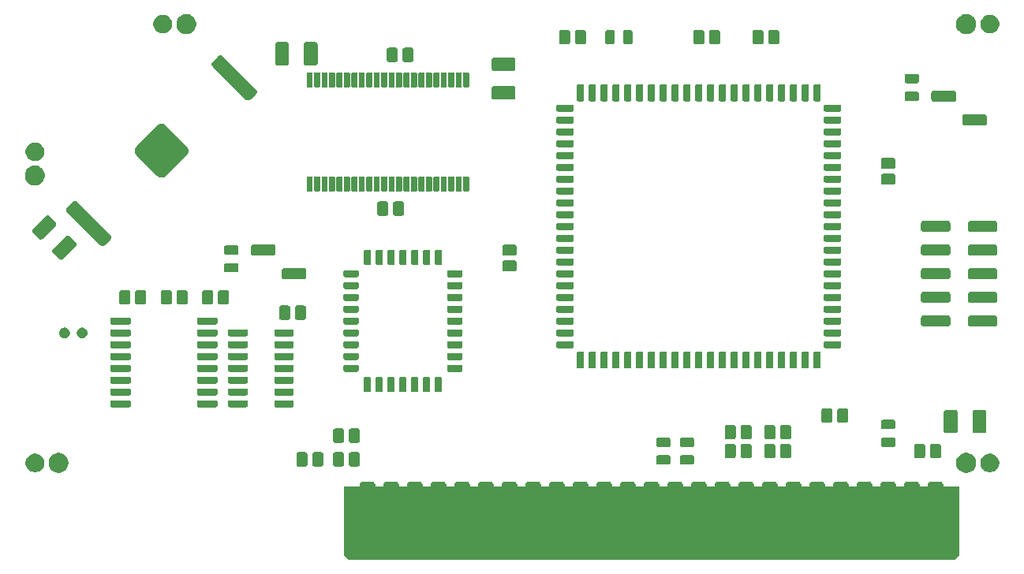
<source format=gts>
G04 #@! TF.GenerationSoftware,KiCad,Pcbnew,(5.1.5-0-10_14)*
G04 #@! TF.CreationDate,2021-04-12T03:54:55-04:00*
G04 #@! TF.ProjectId,TimeMachine,54696d65-4d61-4636-9869-6e652e6b6963,rev?*
G04 #@! TF.SameCoordinates,Original*
G04 #@! TF.FileFunction,Soldermask,Top*
G04 #@! TF.FilePolarity,Negative*
%FSLAX46Y46*%
G04 Gerber Fmt 4.6, Leading zero omitted, Abs format (unit mm)*
G04 Created by KiCad (PCBNEW (5.1.5-0-10_14)) date 2021-04-12 03:54:55*
%MOMM*%
%LPD*%
G04 APERTURE LIST*
%ADD10C,0.100000*%
G04 APERTURE END LIST*
D10*
G36*
X241300000Y-139446000D02*
G01*
X240792000Y-139954000D01*
X175768000Y-139954000D01*
X175260000Y-139446000D01*
X175260000Y-132080000D01*
X241300000Y-132080000D01*
X241300000Y-139446000D01*
G37*
G36*
X239286355Y-131543544D02*
G01*
X239358967Y-131565570D01*
X239425881Y-131601336D01*
X239484531Y-131649469D01*
X239532664Y-131708119D01*
X239568430Y-131775033D01*
X239590456Y-131847645D01*
X239598200Y-131926267D01*
X239598200Y-138837733D01*
X239590456Y-138916355D01*
X239568430Y-138988967D01*
X239532664Y-139055881D01*
X239484531Y-139114531D01*
X239425881Y-139162664D01*
X239358967Y-139198430D01*
X239286355Y-139220456D01*
X239207733Y-139228200D01*
X238312267Y-139228200D01*
X238233645Y-139220456D01*
X238161033Y-139198430D01*
X238094119Y-139162664D01*
X238035469Y-139114531D01*
X237987336Y-139055881D01*
X237951570Y-138988967D01*
X237929544Y-138916355D01*
X237921800Y-138837733D01*
X237921800Y-131926267D01*
X237929544Y-131847645D01*
X237951570Y-131775033D01*
X237987336Y-131708119D01*
X238035469Y-131649469D01*
X238094119Y-131601336D01*
X238161033Y-131565570D01*
X238233645Y-131543544D01*
X238312267Y-131535800D01*
X239207733Y-131535800D01*
X239286355Y-131543544D01*
G37*
G36*
X236746355Y-131543544D02*
G01*
X236818967Y-131565570D01*
X236885881Y-131601336D01*
X236944531Y-131649469D01*
X236992664Y-131708119D01*
X237028430Y-131775033D01*
X237050456Y-131847645D01*
X237058200Y-131926267D01*
X237058200Y-138837733D01*
X237050456Y-138916355D01*
X237028430Y-138988967D01*
X236992664Y-139055881D01*
X236944531Y-139114531D01*
X236885881Y-139162664D01*
X236818967Y-139198430D01*
X236746355Y-139220456D01*
X236667733Y-139228200D01*
X235772267Y-139228200D01*
X235693645Y-139220456D01*
X235621033Y-139198430D01*
X235554119Y-139162664D01*
X235495469Y-139114531D01*
X235447336Y-139055881D01*
X235411570Y-138988967D01*
X235389544Y-138916355D01*
X235381800Y-138837733D01*
X235381800Y-131926267D01*
X235389544Y-131847645D01*
X235411570Y-131775033D01*
X235447336Y-131708119D01*
X235495469Y-131649469D01*
X235554119Y-131601336D01*
X235621033Y-131565570D01*
X235693645Y-131543544D01*
X235772267Y-131535800D01*
X236667733Y-131535800D01*
X236746355Y-131543544D01*
G37*
G36*
X234206355Y-131543544D02*
G01*
X234278967Y-131565570D01*
X234345881Y-131601336D01*
X234404531Y-131649469D01*
X234452664Y-131708119D01*
X234488430Y-131775033D01*
X234510456Y-131847645D01*
X234518200Y-131926267D01*
X234518200Y-138837733D01*
X234510456Y-138916355D01*
X234488430Y-138988967D01*
X234452664Y-139055881D01*
X234404531Y-139114531D01*
X234345881Y-139162664D01*
X234278967Y-139198430D01*
X234206355Y-139220456D01*
X234127733Y-139228200D01*
X233232267Y-139228200D01*
X233153645Y-139220456D01*
X233081033Y-139198430D01*
X233014119Y-139162664D01*
X232955469Y-139114531D01*
X232907336Y-139055881D01*
X232871570Y-138988967D01*
X232849544Y-138916355D01*
X232841800Y-138837733D01*
X232841800Y-131926267D01*
X232849544Y-131847645D01*
X232871570Y-131775033D01*
X232907336Y-131708119D01*
X232955469Y-131649469D01*
X233014119Y-131601336D01*
X233081033Y-131565570D01*
X233153645Y-131543544D01*
X233232267Y-131535800D01*
X234127733Y-131535800D01*
X234206355Y-131543544D01*
G37*
G36*
X231666355Y-131543544D02*
G01*
X231738967Y-131565570D01*
X231805881Y-131601336D01*
X231864531Y-131649469D01*
X231912664Y-131708119D01*
X231948430Y-131775033D01*
X231970456Y-131847645D01*
X231978200Y-131926267D01*
X231978200Y-138837733D01*
X231970456Y-138916355D01*
X231948430Y-138988967D01*
X231912664Y-139055881D01*
X231864531Y-139114531D01*
X231805881Y-139162664D01*
X231738967Y-139198430D01*
X231666355Y-139220456D01*
X231587733Y-139228200D01*
X230692267Y-139228200D01*
X230613645Y-139220456D01*
X230541033Y-139198430D01*
X230474119Y-139162664D01*
X230415469Y-139114531D01*
X230367336Y-139055881D01*
X230331570Y-138988967D01*
X230309544Y-138916355D01*
X230301800Y-138837733D01*
X230301800Y-131926267D01*
X230309544Y-131847645D01*
X230331570Y-131775033D01*
X230367336Y-131708119D01*
X230415469Y-131649469D01*
X230474119Y-131601336D01*
X230541033Y-131565570D01*
X230613645Y-131543544D01*
X230692267Y-131535800D01*
X231587733Y-131535800D01*
X231666355Y-131543544D01*
G37*
G36*
X229126355Y-131543544D02*
G01*
X229198967Y-131565570D01*
X229265881Y-131601336D01*
X229324531Y-131649469D01*
X229372664Y-131708119D01*
X229408430Y-131775033D01*
X229430456Y-131847645D01*
X229438200Y-131926267D01*
X229438200Y-138837733D01*
X229430456Y-138916355D01*
X229408430Y-138988967D01*
X229372664Y-139055881D01*
X229324531Y-139114531D01*
X229265881Y-139162664D01*
X229198967Y-139198430D01*
X229126355Y-139220456D01*
X229047733Y-139228200D01*
X228152267Y-139228200D01*
X228073645Y-139220456D01*
X228001033Y-139198430D01*
X227934119Y-139162664D01*
X227875469Y-139114531D01*
X227827336Y-139055881D01*
X227791570Y-138988967D01*
X227769544Y-138916355D01*
X227761800Y-138837733D01*
X227761800Y-131926267D01*
X227769544Y-131847645D01*
X227791570Y-131775033D01*
X227827336Y-131708119D01*
X227875469Y-131649469D01*
X227934119Y-131601336D01*
X228001033Y-131565570D01*
X228073645Y-131543544D01*
X228152267Y-131535800D01*
X229047733Y-131535800D01*
X229126355Y-131543544D01*
G37*
G36*
X226586355Y-131543544D02*
G01*
X226658967Y-131565570D01*
X226725881Y-131601336D01*
X226784531Y-131649469D01*
X226832664Y-131708119D01*
X226868430Y-131775033D01*
X226890456Y-131847645D01*
X226898200Y-131926267D01*
X226898200Y-138837733D01*
X226890456Y-138916355D01*
X226868430Y-138988967D01*
X226832664Y-139055881D01*
X226784531Y-139114531D01*
X226725881Y-139162664D01*
X226658967Y-139198430D01*
X226586355Y-139220456D01*
X226507733Y-139228200D01*
X225612267Y-139228200D01*
X225533645Y-139220456D01*
X225461033Y-139198430D01*
X225394119Y-139162664D01*
X225335469Y-139114531D01*
X225287336Y-139055881D01*
X225251570Y-138988967D01*
X225229544Y-138916355D01*
X225221800Y-138837733D01*
X225221800Y-131926267D01*
X225229544Y-131847645D01*
X225251570Y-131775033D01*
X225287336Y-131708119D01*
X225335469Y-131649469D01*
X225394119Y-131601336D01*
X225461033Y-131565570D01*
X225533645Y-131543544D01*
X225612267Y-131535800D01*
X226507733Y-131535800D01*
X226586355Y-131543544D01*
G37*
G36*
X224046355Y-131543544D02*
G01*
X224118967Y-131565570D01*
X224185881Y-131601336D01*
X224244531Y-131649469D01*
X224292664Y-131708119D01*
X224328430Y-131775033D01*
X224350456Y-131847645D01*
X224358200Y-131926267D01*
X224358200Y-138837733D01*
X224350456Y-138916355D01*
X224328430Y-138988967D01*
X224292664Y-139055881D01*
X224244531Y-139114531D01*
X224185881Y-139162664D01*
X224118967Y-139198430D01*
X224046355Y-139220456D01*
X223967733Y-139228200D01*
X223072267Y-139228200D01*
X222993645Y-139220456D01*
X222921033Y-139198430D01*
X222854119Y-139162664D01*
X222795469Y-139114531D01*
X222747336Y-139055881D01*
X222711570Y-138988967D01*
X222689544Y-138916355D01*
X222681800Y-138837733D01*
X222681800Y-131926267D01*
X222689544Y-131847645D01*
X222711570Y-131775033D01*
X222747336Y-131708119D01*
X222795469Y-131649469D01*
X222854119Y-131601336D01*
X222921033Y-131565570D01*
X222993645Y-131543544D01*
X223072267Y-131535800D01*
X223967733Y-131535800D01*
X224046355Y-131543544D01*
G37*
G36*
X221506355Y-131543544D02*
G01*
X221578967Y-131565570D01*
X221645881Y-131601336D01*
X221704531Y-131649469D01*
X221752664Y-131708119D01*
X221788430Y-131775033D01*
X221810456Y-131847645D01*
X221818200Y-131926267D01*
X221818200Y-138837733D01*
X221810456Y-138916355D01*
X221788430Y-138988967D01*
X221752664Y-139055881D01*
X221704531Y-139114531D01*
X221645881Y-139162664D01*
X221578967Y-139198430D01*
X221506355Y-139220456D01*
X221427733Y-139228200D01*
X220532267Y-139228200D01*
X220453645Y-139220456D01*
X220381033Y-139198430D01*
X220314119Y-139162664D01*
X220255469Y-139114531D01*
X220207336Y-139055881D01*
X220171570Y-138988967D01*
X220149544Y-138916355D01*
X220141800Y-138837733D01*
X220141800Y-131926267D01*
X220149544Y-131847645D01*
X220171570Y-131775033D01*
X220207336Y-131708119D01*
X220255469Y-131649469D01*
X220314119Y-131601336D01*
X220381033Y-131565570D01*
X220453645Y-131543544D01*
X220532267Y-131535800D01*
X221427733Y-131535800D01*
X221506355Y-131543544D01*
G37*
G36*
X218966355Y-131543544D02*
G01*
X219038967Y-131565570D01*
X219105881Y-131601336D01*
X219164531Y-131649469D01*
X219212664Y-131708119D01*
X219248430Y-131775033D01*
X219270456Y-131847645D01*
X219278200Y-131926267D01*
X219278200Y-138837733D01*
X219270456Y-138916355D01*
X219248430Y-138988967D01*
X219212664Y-139055881D01*
X219164531Y-139114531D01*
X219105881Y-139162664D01*
X219038967Y-139198430D01*
X218966355Y-139220456D01*
X218887733Y-139228200D01*
X217992267Y-139228200D01*
X217913645Y-139220456D01*
X217841033Y-139198430D01*
X217774119Y-139162664D01*
X217715469Y-139114531D01*
X217667336Y-139055881D01*
X217631570Y-138988967D01*
X217609544Y-138916355D01*
X217601800Y-138837733D01*
X217601800Y-131926267D01*
X217609544Y-131847645D01*
X217631570Y-131775033D01*
X217667336Y-131708119D01*
X217715469Y-131649469D01*
X217774119Y-131601336D01*
X217841033Y-131565570D01*
X217913645Y-131543544D01*
X217992267Y-131535800D01*
X218887733Y-131535800D01*
X218966355Y-131543544D01*
G37*
G36*
X216426355Y-131543544D02*
G01*
X216498967Y-131565570D01*
X216565881Y-131601336D01*
X216624531Y-131649469D01*
X216672664Y-131708119D01*
X216708430Y-131775033D01*
X216730456Y-131847645D01*
X216738200Y-131926267D01*
X216738200Y-138837733D01*
X216730456Y-138916355D01*
X216708430Y-138988967D01*
X216672664Y-139055881D01*
X216624531Y-139114531D01*
X216565881Y-139162664D01*
X216498967Y-139198430D01*
X216426355Y-139220456D01*
X216347733Y-139228200D01*
X215452267Y-139228200D01*
X215373645Y-139220456D01*
X215301033Y-139198430D01*
X215234119Y-139162664D01*
X215175469Y-139114531D01*
X215127336Y-139055881D01*
X215091570Y-138988967D01*
X215069544Y-138916355D01*
X215061800Y-138837733D01*
X215061800Y-131926267D01*
X215069544Y-131847645D01*
X215091570Y-131775033D01*
X215127336Y-131708119D01*
X215175469Y-131649469D01*
X215234119Y-131601336D01*
X215301033Y-131565570D01*
X215373645Y-131543544D01*
X215452267Y-131535800D01*
X216347733Y-131535800D01*
X216426355Y-131543544D01*
G37*
G36*
X213886355Y-131543544D02*
G01*
X213958967Y-131565570D01*
X214025881Y-131601336D01*
X214084531Y-131649469D01*
X214132664Y-131708119D01*
X214168430Y-131775033D01*
X214190456Y-131847645D01*
X214198200Y-131926267D01*
X214198200Y-138837733D01*
X214190456Y-138916355D01*
X214168430Y-138988967D01*
X214132664Y-139055881D01*
X214084531Y-139114531D01*
X214025881Y-139162664D01*
X213958967Y-139198430D01*
X213886355Y-139220456D01*
X213807733Y-139228200D01*
X212912267Y-139228200D01*
X212833645Y-139220456D01*
X212761033Y-139198430D01*
X212694119Y-139162664D01*
X212635469Y-139114531D01*
X212587336Y-139055881D01*
X212551570Y-138988967D01*
X212529544Y-138916355D01*
X212521800Y-138837733D01*
X212521800Y-131926267D01*
X212529544Y-131847645D01*
X212551570Y-131775033D01*
X212587336Y-131708119D01*
X212635469Y-131649469D01*
X212694119Y-131601336D01*
X212761033Y-131565570D01*
X212833645Y-131543544D01*
X212912267Y-131535800D01*
X213807733Y-131535800D01*
X213886355Y-131543544D01*
G37*
G36*
X211346355Y-131543544D02*
G01*
X211418967Y-131565570D01*
X211485881Y-131601336D01*
X211544531Y-131649469D01*
X211592664Y-131708119D01*
X211628430Y-131775033D01*
X211650456Y-131847645D01*
X211658200Y-131926267D01*
X211658200Y-138837733D01*
X211650456Y-138916355D01*
X211628430Y-138988967D01*
X211592664Y-139055881D01*
X211544531Y-139114531D01*
X211485881Y-139162664D01*
X211418967Y-139198430D01*
X211346355Y-139220456D01*
X211267733Y-139228200D01*
X210372267Y-139228200D01*
X210293645Y-139220456D01*
X210221033Y-139198430D01*
X210154119Y-139162664D01*
X210095469Y-139114531D01*
X210047336Y-139055881D01*
X210011570Y-138988967D01*
X209989544Y-138916355D01*
X209981800Y-138837733D01*
X209981800Y-131926267D01*
X209989544Y-131847645D01*
X210011570Y-131775033D01*
X210047336Y-131708119D01*
X210095469Y-131649469D01*
X210154119Y-131601336D01*
X210221033Y-131565570D01*
X210293645Y-131543544D01*
X210372267Y-131535800D01*
X211267733Y-131535800D01*
X211346355Y-131543544D01*
G37*
G36*
X208806355Y-131543544D02*
G01*
X208878967Y-131565570D01*
X208945881Y-131601336D01*
X209004531Y-131649469D01*
X209052664Y-131708119D01*
X209088430Y-131775033D01*
X209110456Y-131847645D01*
X209118200Y-131926267D01*
X209118200Y-138837733D01*
X209110456Y-138916355D01*
X209088430Y-138988967D01*
X209052664Y-139055881D01*
X209004531Y-139114531D01*
X208945881Y-139162664D01*
X208878967Y-139198430D01*
X208806355Y-139220456D01*
X208727733Y-139228200D01*
X207832267Y-139228200D01*
X207753645Y-139220456D01*
X207681033Y-139198430D01*
X207614119Y-139162664D01*
X207555469Y-139114531D01*
X207507336Y-139055881D01*
X207471570Y-138988967D01*
X207449544Y-138916355D01*
X207441800Y-138837733D01*
X207441800Y-131926267D01*
X207449544Y-131847645D01*
X207471570Y-131775033D01*
X207507336Y-131708119D01*
X207555469Y-131649469D01*
X207614119Y-131601336D01*
X207681033Y-131565570D01*
X207753645Y-131543544D01*
X207832267Y-131535800D01*
X208727733Y-131535800D01*
X208806355Y-131543544D01*
G37*
G36*
X206266355Y-131543544D02*
G01*
X206338967Y-131565570D01*
X206405881Y-131601336D01*
X206464531Y-131649469D01*
X206512664Y-131708119D01*
X206548430Y-131775033D01*
X206570456Y-131847645D01*
X206578200Y-131926267D01*
X206578200Y-138837733D01*
X206570456Y-138916355D01*
X206548430Y-138988967D01*
X206512664Y-139055881D01*
X206464531Y-139114531D01*
X206405881Y-139162664D01*
X206338967Y-139198430D01*
X206266355Y-139220456D01*
X206187733Y-139228200D01*
X205292267Y-139228200D01*
X205213645Y-139220456D01*
X205141033Y-139198430D01*
X205074119Y-139162664D01*
X205015469Y-139114531D01*
X204967336Y-139055881D01*
X204931570Y-138988967D01*
X204909544Y-138916355D01*
X204901800Y-138837733D01*
X204901800Y-131926267D01*
X204909544Y-131847645D01*
X204931570Y-131775033D01*
X204967336Y-131708119D01*
X205015469Y-131649469D01*
X205074119Y-131601336D01*
X205141033Y-131565570D01*
X205213645Y-131543544D01*
X205292267Y-131535800D01*
X206187733Y-131535800D01*
X206266355Y-131543544D01*
G37*
G36*
X203726355Y-131543544D02*
G01*
X203798967Y-131565570D01*
X203865881Y-131601336D01*
X203924531Y-131649469D01*
X203972664Y-131708119D01*
X204008430Y-131775033D01*
X204030456Y-131847645D01*
X204038200Y-131926267D01*
X204038200Y-138837733D01*
X204030456Y-138916355D01*
X204008430Y-138988967D01*
X203972664Y-139055881D01*
X203924531Y-139114531D01*
X203865881Y-139162664D01*
X203798967Y-139198430D01*
X203726355Y-139220456D01*
X203647733Y-139228200D01*
X202752267Y-139228200D01*
X202673645Y-139220456D01*
X202601033Y-139198430D01*
X202534119Y-139162664D01*
X202475469Y-139114531D01*
X202427336Y-139055881D01*
X202391570Y-138988967D01*
X202369544Y-138916355D01*
X202361800Y-138837733D01*
X202361800Y-131926267D01*
X202369544Y-131847645D01*
X202391570Y-131775033D01*
X202427336Y-131708119D01*
X202475469Y-131649469D01*
X202534119Y-131601336D01*
X202601033Y-131565570D01*
X202673645Y-131543544D01*
X202752267Y-131535800D01*
X203647733Y-131535800D01*
X203726355Y-131543544D01*
G37*
G36*
X201186355Y-131543544D02*
G01*
X201258967Y-131565570D01*
X201325881Y-131601336D01*
X201384531Y-131649469D01*
X201432664Y-131708119D01*
X201468430Y-131775033D01*
X201490456Y-131847645D01*
X201498200Y-131926267D01*
X201498200Y-138837733D01*
X201490456Y-138916355D01*
X201468430Y-138988967D01*
X201432664Y-139055881D01*
X201384531Y-139114531D01*
X201325881Y-139162664D01*
X201258967Y-139198430D01*
X201186355Y-139220456D01*
X201107733Y-139228200D01*
X200212267Y-139228200D01*
X200133645Y-139220456D01*
X200061033Y-139198430D01*
X199994119Y-139162664D01*
X199935469Y-139114531D01*
X199887336Y-139055881D01*
X199851570Y-138988967D01*
X199829544Y-138916355D01*
X199821800Y-138837733D01*
X199821800Y-131926267D01*
X199829544Y-131847645D01*
X199851570Y-131775033D01*
X199887336Y-131708119D01*
X199935469Y-131649469D01*
X199994119Y-131601336D01*
X200061033Y-131565570D01*
X200133645Y-131543544D01*
X200212267Y-131535800D01*
X201107733Y-131535800D01*
X201186355Y-131543544D01*
G37*
G36*
X198646355Y-131543544D02*
G01*
X198718967Y-131565570D01*
X198785881Y-131601336D01*
X198844531Y-131649469D01*
X198892664Y-131708119D01*
X198928430Y-131775033D01*
X198950456Y-131847645D01*
X198958200Y-131926267D01*
X198958200Y-138837733D01*
X198950456Y-138916355D01*
X198928430Y-138988967D01*
X198892664Y-139055881D01*
X198844531Y-139114531D01*
X198785881Y-139162664D01*
X198718967Y-139198430D01*
X198646355Y-139220456D01*
X198567733Y-139228200D01*
X197672267Y-139228200D01*
X197593645Y-139220456D01*
X197521033Y-139198430D01*
X197454119Y-139162664D01*
X197395469Y-139114531D01*
X197347336Y-139055881D01*
X197311570Y-138988967D01*
X197289544Y-138916355D01*
X197281800Y-138837733D01*
X197281800Y-131926267D01*
X197289544Y-131847645D01*
X197311570Y-131775033D01*
X197347336Y-131708119D01*
X197395469Y-131649469D01*
X197454119Y-131601336D01*
X197521033Y-131565570D01*
X197593645Y-131543544D01*
X197672267Y-131535800D01*
X198567733Y-131535800D01*
X198646355Y-131543544D01*
G37*
G36*
X196106355Y-131543544D02*
G01*
X196178967Y-131565570D01*
X196245881Y-131601336D01*
X196304531Y-131649469D01*
X196352664Y-131708119D01*
X196388430Y-131775033D01*
X196410456Y-131847645D01*
X196418200Y-131926267D01*
X196418200Y-138837733D01*
X196410456Y-138916355D01*
X196388430Y-138988967D01*
X196352664Y-139055881D01*
X196304531Y-139114531D01*
X196245881Y-139162664D01*
X196178967Y-139198430D01*
X196106355Y-139220456D01*
X196027733Y-139228200D01*
X195132267Y-139228200D01*
X195053645Y-139220456D01*
X194981033Y-139198430D01*
X194914119Y-139162664D01*
X194855469Y-139114531D01*
X194807336Y-139055881D01*
X194771570Y-138988967D01*
X194749544Y-138916355D01*
X194741800Y-138837733D01*
X194741800Y-131926267D01*
X194749544Y-131847645D01*
X194771570Y-131775033D01*
X194807336Y-131708119D01*
X194855469Y-131649469D01*
X194914119Y-131601336D01*
X194981033Y-131565570D01*
X195053645Y-131543544D01*
X195132267Y-131535800D01*
X196027733Y-131535800D01*
X196106355Y-131543544D01*
G37*
G36*
X193566355Y-131543544D02*
G01*
X193638967Y-131565570D01*
X193705881Y-131601336D01*
X193764531Y-131649469D01*
X193812664Y-131708119D01*
X193848430Y-131775033D01*
X193870456Y-131847645D01*
X193878200Y-131926267D01*
X193878200Y-138837733D01*
X193870456Y-138916355D01*
X193848430Y-138988967D01*
X193812664Y-139055881D01*
X193764531Y-139114531D01*
X193705881Y-139162664D01*
X193638967Y-139198430D01*
X193566355Y-139220456D01*
X193487733Y-139228200D01*
X192592267Y-139228200D01*
X192513645Y-139220456D01*
X192441033Y-139198430D01*
X192374119Y-139162664D01*
X192315469Y-139114531D01*
X192267336Y-139055881D01*
X192231570Y-138988967D01*
X192209544Y-138916355D01*
X192201800Y-138837733D01*
X192201800Y-131926267D01*
X192209544Y-131847645D01*
X192231570Y-131775033D01*
X192267336Y-131708119D01*
X192315469Y-131649469D01*
X192374119Y-131601336D01*
X192441033Y-131565570D01*
X192513645Y-131543544D01*
X192592267Y-131535800D01*
X193487733Y-131535800D01*
X193566355Y-131543544D01*
G37*
G36*
X191026355Y-131543544D02*
G01*
X191098967Y-131565570D01*
X191165881Y-131601336D01*
X191224531Y-131649469D01*
X191272664Y-131708119D01*
X191308430Y-131775033D01*
X191330456Y-131847645D01*
X191338200Y-131926267D01*
X191338200Y-138837733D01*
X191330456Y-138916355D01*
X191308430Y-138988967D01*
X191272664Y-139055881D01*
X191224531Y-139114531D01*
X191165881Y-139162664D01*
X191098967Y-139198430D01*
X191026355Y-139220456D01*
X190947733Y-139228200D01*
X190052267Y-139228200D01*
X189973645Y-139220456D01*
X189901033Y-139198430D01*
X189834119Y-139162664D01*
X189775469Y-139114531D01*
X189727336Y-139055881D01*
X189691570Y-138988967D01*
X189669544Y-138916355D01*
X189661800Y-138837733D01*
X189661800Y-131926267D01*
X189669544Y-131847645D01*
X189691570Y-131775033D01*
X189727336Y-131708119D01*
X189775469Y-131649469D01*
X189834119Y-131601336D01*
X189901033Y-131565570D01*
X189973645Y-131543544D01*
X190052267Y-131535800D01*
X190947733Y-131535800D01*
X191026355Y-131543544D01*
G37*
G36*
X188486355Y-131543544D02*
G01*
X188558967Y-131565570D01*
X188625881Y-131601336D01*
X188684531Y-131649469D01*
X188732664Y-131708119D01*
X188768430Y-131775033D01*
X188790456Y-131847645D01*
X188798200Y-131926267D01*
X188798200Y-138837733D01*
X188790456Y-138916355D01*
X188768430Y-138988967D01*
X188732664Y-139055881D01*
X188684531Y-139114531D01*
X188625881Y-139162664D01*
X188558967Y-139198430D01*
X188486355Y-139220456D01*
X188407733Y-139228200D01*
X187512267Y-139228200D01*
X187433645Y-139220456D01*
X187361033Y-139198430D01*
X187294119Y-139162664D01*
X187235469Y-139114531D01*
X187187336Y-139055881D01*
X187151570Y-138988967D01*
X187129544Y-138916355D01*
X187121800Y-138837733D01*
X187121800Y-131926267D01*
X187129544Y-131847645D01*
X187151570Y-131775033D01*
X187187336Y-131708119D01*
X187235469Y-131649469D01*
X187294119Y-131601336D01*
X187361033Y-131565570D01*
X187433645Y-131543544D01*
X187512267Y-131535800D01*
X188407733Y-131535800D01*
X188486355Y-131543544D01*
G37*
G36*
X185946355Y-131543544D02*
G01*
X186018967Y-131565570D01*
X186085881Y-131601336D01*
X186144531Y-131649469D01*
X186192664Y-131708119D01*
X186228430Y-131775033D01*
X186250456Y-131847645D01*
X186258200Y-131926267D01*
X186258200Y-138837733D01*
X186250456Y-138916355D01*
X186228430Y-138988967D01*
X186192664Y-139055881D01*
X186144531Y-139114531D01*
X186085881Y-139162664D01*
X186018967Y-139198430D01*
X185946355Y-139220456D01*
X185867733Y-139228200D01*
X184972267Y-139228200D01*
X184893645Y-139220456D01*
X184821033Y-139198430D01*
X184754119Y-139162664D01*
X184695469Y-139114531D01*
X184647336Y-139055881D01*
X184611570Y-138988967D01*
X184589544Y-138916355D01*
X184581800Y-138837733D01*
X184581800Y-131926267D01*
X184589544Y-131847645D01*
X184611570Y-131775033D01*
X184647336Y-131708119D01*
X184695469Y-131649469D01*
X184754119Y-131601336D01*
X184821033Y-131565570D01*
X184893645Y-131543544D01*
X184972267Y-131535800D01*
X185867733Y-131535800D01*
X185946355Y-131543544D01*
G37*
G36*
X183406355Y-131543544D02*
G01*
X183478967Y-131565570D01*
X183545881Y-131601336D01*
X183604531Y-131649469D01*
X183652664Y-131708119D01*
X183688430Y-131775033D01*
X183710456Y-131847645D01*
X183718200Y-131926267D01*
X183718200Y-138837733D01*
X183710456Y-138916355D01*
X183688430Y-138988967D01*
X183652664Y-139055881D01*
X183604531Y-139114531D01*
X183545881Y-139162664D01*
X183478967Y-139198430D01*
X183406355Y-139220456D01*
X183327733Y-139228200D01*
X182432267Y-139228200D01*
X182353645Y-139220456D01*
X182281033Y-139198430D01*
X182214119Y-139162664D01*
X182155469Y-139114531D01*
X182107336Y-139055881D01*
X182071570Y-138988967D01*
X182049544Y-138916355D01*
X182041800Y-138837733D01*
X182041800Y-131926267D01*
X182049544Y-131847645D01*
X182071570Y-131775033D01*
X182107336Y-131708119D01*
X182155469Y-131649469D01*
X182214119Y-131601336D01*
X182281033Y-131565570D01*
X182353645Y-131543544D01*
X182432267Y-131535800D01*
X183327733Y-131535800D01*
X183406355Y-131543544D01*
G37*
G36*
X180866355Y-131543544D02*
G01*
X180938967Y-131565570D01*
X181005881Y-131601336D01*
X181064531Y-131649469D01*
X181112664Y-131708119D01*
X181148430Y-131775033D01*
X181170456Y-131847645D01*
X181178200Y-131926267D01*
X181178200Y-138837733D01*
X181170456Y-138916355D01*
X181148430Y-138988967D01*
X181112664Y-139055881D01*
X181064531Y-139114531D01*
X181005881Y-139162664D01*
X180938967Y-139198430D01*
X180866355Y-139220456D01*
X180787733Y-139228200D01*
X179892267Y-139228200D01*
X179813645Y-139220456D01*
X179741033Y-139198430D01*
X179674119Y-139162664D01*
X179615469Y-139114531D01*
X179567336Y-139055881D01*
X179531570Y-138988967D01*
X179509544Y-138916355D01*
X179501800Y-138837733D01*
X179501800Y-131926267D01*
X179509544Y-131847645D01*
X179531570Y-131775033D01*
X179567336Y-131708119D01*
X179615469Y-131649469D01*
X179674119Y-131601336D01*
X179741033Y-131565570D01*
X179813645Y-131543544D01*
X179892267Y-131535800D01*
X180787733Y-131535800D01*
X180866355Y-131543544D01*
G37*
G36*
X178326355Y-131543544D02*
G01*
X178398967Y-131565570D01*
X178465881Y-131601336D01*
X178524531Y-131649469D01*
X178572664Y-131708119D01*
X178608430Y-131775033D01*
X178630456Y-131847645D01*
X178638200Y-131926267D01*
X178638200Y-138837733D01*
X178630456Y-138916355D01*
X178608430Y-138988967D01*
X178572664Y-139055881D01*
X178524531Y-139114531D01*
X178465881Y-139162664D01*
X178398967Y-139198430D01*
X178326355Y-139220456D01*
X178247733Y-139228200D01*
X177352267Y-139228200D01*
X177273645Y-139220456D01*
X177201033Y-139198430D01*
X177134119Y-139162664D01*
X177075469Y-139114531D01*
X177027336Y-139055881D01*
X176991570Y-138988967D01*
X176969544Y-138916355D01*
X176961800Y-138837733D01*
X176961800Y-131926267D01*
X176969544Y-131847645D01*
X176991570Y-131775033D01*
X177027336Y-131708119D01*
X177075469Y-131649469D01*
X177134119Y-131601336D01*
X177201033Y-131565570D01*
X177273645Y-131543544D01*
X177352267Y-131535800D01*
X178247733Y-131535800D01*
X178326355Y-131543544D01*
G37*
G36*
X144966914Y-128505157D02*
G01*
X145162777Y-128586286D01*
X145339033Y-128704057D01*
X145488943Y-128853967D01*
X145606714Y-129030223D01*
X145687843Y-129226086D01*
X145729200Y-129434004D01*
X145729200Y-129645996D01*
X145687843Y-129853914D01*
X145606714Y-130049777D01*
X145488943Y-130226033D01*
X145339033Y-130375943D01*
X145162777Y-130493714D01*
X144966914Y-130574843D01*
X144758996Y-130616200D01*
X144547004Y-130616200D01*
X144339086Y-130574843D01*
X144143223Y-130493714D01*
X143966967Y-130375943D01*
X143817057Y-130226033D01*
X143699286Y-130049777D01*
X143618157Y-129853914D01*
X143576800Y-129645996D01*
X143576800Y-129434004D01*
X143618157Y-129226086D01*
X143699286Y-129030223D01*
X143817057Y-128853967D01*
X143966967Y-128704057D01*
X144143223Y-128586286D01*
X144339086Y-128505157D01*
X144547004Y-128463800D01*
X144758996Y-128463800D01*
X144966914Y-128505157D01*
G37*
G36*
X242375914Y-128505157D02*
G01*
X242571777Y-128586286D01*
X242748033Y-128704057D01*
X242897943Y-128853967D01*
X243015714Y-129030223D01*
X243096843Y-129226086D01*
X243138200Y-129434004D01*
X243138200Y-129645996D01*
X243096843Y-129853914D01*
X243015714Y-130049777D01*
X242897943Y-130226033D01*
X242748033Y-130375943D01*
X242571777Y-130493714D01*
X242375914Y-130574843D01*
X242167996Y-130616200D01*
X241956004Y-130616200D01*
X241748086Y-130574843D01*
X241552223Y-130493714D01*
X241375967Y-130375943D01*
X241226057Y-130226033D01*
X241108286Y-130049777D01*
X241027157Y-129853914D01*
X240985800Y-129645996D01*
X240985800Y-129434004D01*
X241027157Y-129226086D01*
X241108286Y-129030223D01*
X241226057Y-128853967D01*
X241375967Y-128704057D01*
X241552223Y-128586286D01*
X241748086Y-128505157D01*
X241956004Y-128463800D01*
X242167996Y-128463800D01*
X242375914Y-128505157D01*
G37*
G36*
X244893692Y-128578429D02*
G01*
X245075679Y-128653811D01*
X245239458Y-128763245D01*
X245239460Y-128763247D01*
X245239463Y-128763249D01*
X245378751Y-128902537D01*
X245378753Y-128902540D01*
X245378755Y-128902542D01*
X245488189Y-129066321D01*
X245563571Y-129248308D01*
X245602000Y-129441509D01*
X245602000Y-129638491D01*
X245563571Y-129831692D01*
X245488189Y-130013679D01*
X245378755Y-130177458D01*
X245378753Y-130177460D01*
X245378751Y-130177463D01*
X245239463Y-130316751D01*
X245239460Y-130316753D01*
X245239458Y-130316755D01*
X245075679Y-130426189D01*
X244893692Y-130501571D01*
X244700491Y-130540000D01*
X244503509Y-130540000D01*
X244310308Y-130501571D01*
X244128321Y-130426189D01*
X243964542Y-130316755D01*
X243964540Y-130316753D01*
X243964537Y-130316751D01*
X243825249Y-130177463D01*
X243825247Y-130177460D01*
X243825245Y-130177458D01*
X243715811Y-130013679D01*
X243640429Y-129831692D01*
X243602000Y-129638491D01*
X243602000Y-129441509D01*
X243640429Y-129248308D01*
X243715811Y-129066321D01*
X243825245Y-128902542D01*
X243825247Y-128902540D01*
X243825249Y-128902537D01*
X243964537Y-128763249D01*
X243964540Y-128763247D01*
X243964542Y-128763245D01*
X244128321Y-128653811D01*
X244310308Y-128578429D01*
X244503509Y-128540000D01*
X244700491Y-128540000D01*
X244893692Y-128578429D01*
G37*
G36*
X142404692Y-128578429D02*
G01*
X142586679Y-128653811D01*
X142750458Y-128763245D01*
X142750460Y-128763247D01*
X142750463Y-128763249D01*
X142889751Y-128902537D01*
X142889753Y-128902540D01*
X142889755Y-128902542D01*
X142999189Y-129066321D01*
X143074571Y-129248308D01*
X143113000Y-129441509D01*
X143113000Y-129638491D01*
X143074571Y-129831692D01*
X142999189Y-130013679D01*
X142889755Y-130177458D01*
X142889753Y-130177460D01*
X142889751Y-130177463D01*
X142750463Y-130316751D01*
X142750460Y-130316753D01*
X142750458Y-130316755D01*
X142586679Y-130426189D01*
X142404692Y-130501571D01*
X142211491Y-130540000D01*
X142014509Y-130540000D01*
X141821308Y-130501571D01*
X141639321Y-130426189D01*
X141475542Y-130316755D01*
X141475540Y-130316753D01*
X141475537Y-130316751D01*
X141336249Y-130177463D01*
X141336247Y-130177460D01*
X141336245Y-130177458D01*
X141226811Y-130013679D01*
X141151429Y-129831692D01*
X141113000Y-129638491D01*
X141113000Y-129441509D01*
X141151429Y-129248308D01*
X141226811Y-129066321D01*
X141336245Y-128902542D01*
X141336247Y-128902540D01*
X141336249Y-128902537D01*
X141475537Y-128763249D01*
X141475540Y-128763247D01*
X141475542Y-128763245D01*
X141639321Y-128653811D01*
X141821308Y-128578429D01*
X142014509Y-128540000D01*
X142211491Y-128540000D01*
X142404692Y-128578429D01*
G37*
G36*
X171150737Y-128388267D02*
G01*
X171201119Y-128403550D01*
X171247546Y-128428366D01*
X171288239Y-128461761D01*
X171321634Y-128502454D01*
X171346450Y-128548881D01*
X171361733Y-128599263D01*
X171367200Y-128654767D01*
X171367200Y-129663233D01*
X171361733Y-129718737D01*
X171346450Y-129769119D01*
X171321634Y-129815546D01*
X171288239Y-129856239D01*
X171247546Y-129889634D01*
X171201119Y-129914450D01*
X171150737Y-129929733D01*
X171095233Y-129935200D01*
X170436767Y-129935200D01*
X170381263Y-129929733D01*
X170330881Y-129914450D01*
X170284454Y-129889634D01*
X170243761Y-129856239D01*
X170210366Y-129815546D01*
X170185550Y-129769119D01*
X170170267Y-129718737D01*
X170164800Y-129663233D01*
X170164800Y-128654767D01*
X170170267Y-128599263D01*
X170185550Y-128548881D01*
X170210366Y-128502454D01*
X170243761Y-128461761D01*
X170284454Y-128428366D01*
X170330881Y-128403550D01*
X170381263Y-128388267D01*
X170436767Y-128382800D01*
X171095233Y-128382800D01*
X171150737Y-128388267D01*
G37*
G36*
X172850737Y-128388267D02*
G01*
X172901119Y-128403550D01*
X172947546Y-128428366D01*
X172988239Y-128461761D01*
X173021634Y-128502454D01*
X173046450Y-128548881D01*
X173061733Y-128599263D01*
X173067200Y-128654767D01*
X173067200Y-129663233D01*
X173061733Y-129718737D01*
X173046450Y-129769119D01*
X173021634Y-129815546D01*
X172988239Y-129856239D01*
X172947546Y-129889634D01*
X172901119Y-129914450D01*
X172850737Y-129929733D01*
X172795233Y-129935200D01*
X172136767Y-129935200D01*
X172081263Y-129929733D01*
X172030881Y-129914450D01*
X171984454Y-129889634D01*
X171943761Y-129856239D01*
X171910366Y-129815546D01*
X171885550Y-129769119D01*
X171870267Y-129718737D01*
X171864800Y-129663233D01*
X171864800Y-128654767D01*
X171870267Y-128599263D01*
X171885550Y-128548881D01*
X171910366Y-128502454D01*
X171943761Y-128461761D01*
X171984454Y-128428366D01*
X172030881Y-128403550D01*
X172081263Y-128388267D01*
X172136767Y-128382800D01*
X172795233Y-128382800D01*
X172850737Y-128388267D01*
G37*
G36*
X176787737Y-128388267D02*
G01*
X176838119Y-128403550D01*
X176884546Y-128428366D01*
X176925239Y-128461761D01*
X176958634Y-128502454D01*
X176983450Y-128548881D01*
X176998733Y-128599263D01*
X177004200Y-128654767D01*
X177004200Y-129663233D01*
X176998733Y-129718737D01*
X176983450Y-129769119D01*
X176958634Y-129815546D01*
X176925239Y-129856239D01*
X176884546Y-129889634D01*
X176838119Y-129914450D01*
X176787737Y-129929733D01*
X176732233Y-129935200D01*
X176073767Y-129935200D01*
X176018263Y-129929733D01*
X175967881Y-129914450D01*
X175921454Y-129889634D01*
X175880761Y-129856239D01*
X175847366Y-129815546D01*
X175822550Y-129769119D01*
X175807267Y-129718737D01*
X175801800Y-129663233D01*
X175801800Y-128654767D01*
X175807267Y-128599263D01*
X175822550Y-128548881D01*
X175847366Y-128502454D01*
X175880761Y-128461761D01*
X175921454Y-128428366D01*
X175967881Y-128403550D01*
X176018263Y-128388267D01*
X176073767Y-128382800D01*
X176732233Y-128382800D01*
X176787737Y-128388267D01*
G37*
G36*
X175087737Y-128388267D02*
G01*
X175138119Y-128403550D01*
X175184546Y-128428366D01*
X175225239Y-128461761D01*
X175258634Y-128502454D01*
X175283450Y-128548881D01*
X175298733Y-128599263D01*
X175304200Y-128654767D01*
X175304200Y-129663233D01*
X175298733Y-129718737D01*
X175283450Y-129769119D01*
X175258634Y-129815546D01*
X175225239Y-129856239D01*
X175184546Y-129889634D01*
X175138119Y-129914450D01*
X175087737Y-129929733D01*
X175032233Y-129935200D01*
X174373767Y-129935200D01*
X174318263Y-129929733D01*
X174267881Y-129914450D01*
X174221454Y-129889634D01*
X174180761Y-129856239D01*
X174147366Y-129815546D01*
X174122550Y-129769119D01*
X174107267Y-129718737D01*
X174101800Y-129663233D01*
X174101800Y-128654767D01*
X174107267Y-128599263D01*
X174122550Y-128548881D01*
X174147366Y-128502454D01*
X174180761Y-128461761D01*
X174221454Y-128428366D01*
X174267881Y-128403550D01*
X174318263Y-128388267D01*
X174373767Y-128382800D01*
X175032233Y-128382800D01*
X175087737Y-128388267D01*
G37*
G36*
X212689986Y-128723306D02*
G01*
X212730980Y-128735742D01*
X212768767Y-128755939D01*
X212801883Y-128783117D01*
X212829061Y-128816233D01*
X212849258Y-128854020D01*
X212861694Y-128895014D01*
X212866200Y-128940767D01*
X212866200Y-129499233D01*
X212861694Y-129544986D01*
X212849258Y-129585980D01*
X212829061Y-129623767D01*
X212801883Y-129656883D01*
X212768767Y-129684061D01*
X212730980Y-129704258D01*
X212689986Y-129716694D01*
X212644233Y-129721200D01*
X211535767Y-129721200D01*
X211490014Y-129716694D01*
X211449020Y-129704258D01*
X211411233Y-129684061D01*
X211378117Y-129656883D01*
X211350939Y-129623767D01*
X211330742Y-129585980D01*
X211318306Y-129544986D01*
X211313800Y-129499233D01*
X211313800Y-128940767D01*
X211318306Y-128895014D01*
X211330742Y-128854020D01*
X211350939Y-128816233D01*
X211378117Y-128783117D01*
X211411233Y-128755939D01*
X211449020Y-128735742D01*
X211490014Y-128723306D01*
X211535767Y-128718800D01*
X212644233Y-128718800D01*
X212689986Y-128723306D01*
G37*
G36*
X210149986Y-128723306D02*
G01*
X210190980Y-128735742D01*
X210228767Y-128755939D01*
X210261883Y-128783117D01*
X210289061Y-128816233D01*
X210309258Y-128854020D01*
X210321694Y-128895014D01*
X210326200Y-128940767D01*
X210326200Y-129499233D01*
X210321694Y-129544986D01*
X210309258Y-129585980D01*
X210289061Y-129623767D01*
X210261883Y-129656883D01*
X210228767Y-129684061D01*
X210190980Y-129704258D01*
X210149986Y-129716694D01*
X210104233Y-129721200D01*
X208995767Y-129721200D01*
X208950014Y-129716694D01*
X208909020Y-129704258D01*
X208871233Y-129684061D01*
X208838117Y-129656883D01*
X208810939Y-129623767D01*
X208790742Y-129585980D01*
X208778306Y-129544986D01*
X208773800Y-129499233D01*
X208773800Y-128940767D01*
X208778306Y-128895014D01*
X208790742Y-128854020D01*
X208810939Y-128816233D01*
X208838117Y-128783117D01*
X208871233Y-128755939D01*
X208909020Y-128735742D01*
X208950014Y-128723306D01*
X208995767Y-128718800D01*
X210104233Y-128718800D01*
X210149986Y-128723306D01*
G37*
G36*
X221364737Y-127499267D02*
G01*
X221415119Y-127514550D01*
X221461546Y-127539366D01*
X221502239Y-127572761D01*
X221535634Y-127613454D01*
X221560450Y-127659881D01*
X221575733Y-127710263D01*
X221581200Y-127765767D01*
X221581200Y-128774233D01*
X221575733Y-128829737D01*
X221560450Y-128880119D01*
X221535634Y-128926546D01*
X221502239Y-128967239D01*
X221461546Y-129000634D01*
X221415119Y-129025450D01*
X221364737Y-129040733D01*
X221309233Y-129046200D01*
X220650767Y-129046200D01*
X220595263Y-129040733D01*
X220544881Y-129025450D01*
X220498454Y-129000634D01*
X220457761Y-128967239D01*
X220424366Y-128926546D01*
X220399550Y-128880119D01*
X220384267Y-128829737D01*
X220378800Y-128774233D01*
X220378800Y-127765767D01*
X220384267Y-127710263D01*
X220399550Y-127659881D01*
X220424366Y-127613454D01*
X220457761Y-127572761D01*
X220498454Y-127539366D01*
X220544881Y-127514550D01*
X220595263Y-127499267D01*
X220650767Y-127493800D01*
X221309233Y-127493800D01*
X221364737Y-127499267D01*
G37*
G36*
X217124737Y-127499267D02*
G01*
X217175119Y-127514550D01*
X217221546Y-127539366D01*
X217262239Y-127572761D01*
X217295634Y-127613454D01*
X217320450Y-127659881D01*
X217335733Y-127710263D01*
X217341200Y-127765767D01*
X217341200Y-128774233D01*
X217335733Y-128829737D01*
X217320450Y-128880119D01*
X217295634Y-128926546D01*
X217262239Y-128967239D01*
X217221546Y-129000634D01*
X217175119Y-129025450D01*
X217124737Y-129040733D01*
X217069233Y-129046200D01*
X216410767Y-129046200D01*
X216355263Y-129040733D01*
X216304881Y-129025450D01*
X216258454Y-129000634D01*
X216217761Y-128967239D01*
X216184366Y-128926546D01*
X216159550Y-128880119D01*
X216144267Y-128829737D01*
X216138800Y-128774233D01*
X216138800Y-127765767D01*
X216144267Y-127710263D01*
X216159550Y-127659881D01*
X216184366Y-127613454D01*
X216217761Y-127572761D01*
X216258454Y-127539366D01*
X216304881Y-127514550D01*
X216355263Y-127499267D01*
X216410767Y-127493800D01*
X217069233Y-127493800D01*
X217124737Y-127499267D01*
G37*
G36*
X218824737Y-127499267D02*
G01*
X218875119Y-127514550D01*
X218921546Y-127539366D01*
X218962239Y-127572761D01*
X218995634Y-127613454D01*
X219020450Y-127659881D01*
X219035733Y-127710263D01*
X219041200Y-127765767D01*
X219041200Y-128774233D01*
X219035733Y-128829737D01*
X219020450Y-128880119D01*
X218995634Y-128926546D01*
X218962239Y-128967239D01*
X218921546Y-129000634D01*
X218875119Y-129025450D01*
X218824737Y-129040733D01*
X218769233Y-129046200D01*
X218110767Y-129046200D01*
X218055263Y-129040733D01*
X218004881Y-129025450D01*
X217958454Y-129000634D01*
X217917761Y-128967239D01*
X217884366Y-128926546D01*
X217859550Y-128880119D01*
X217844267Y-128829737D01*
X217838800Y-128774233D01*
X217838800Y-127765767D01*
X217844267Y-127710263D01*
X217859550Y-127659881D01*
X217884366Y-127613454D01*
X217917761Y-127572761D01*
X217958454Y-127539366D01*
X218004881Y-127514550D01*
X218055263Y-127499267D01*
X218110767Y-127493800D01*
X218769233Y-127493800D01*
X218824737Y-127499267D01*
G37*
G36*
X223064737Y-127499267D02*
G01*
X223115119Y-127514550D01*
X223161546Y-127539366D01*
X223202239Y-127572761D01*
X223235634Y-127613454D01*
X223260450Y-127659881D01*
X223275733Y-127710263D01*
X223281200Y-127765767D01*
X223281200Y-128774233D01*
X223275733Y-128829737D01*
X223260450Y-128880119D01*
X223235634Y-128926546D01*
X223202239Y-128967239D01*
X223161546Y-129000634D01*
X223115119Y-129025450D01*
X223064737Y-129040733D01*
X223009233Y-129046200D01*
X222350767Y-129046200D01*
X222295263Y-129040733D01*
X222244881Y-129025450D01*
X222198454Y-129000634D01*
X222157761Y-128967239D01*
X222124366Y-128926546D01*
X222099550Y-128880119D01*
X222084267Y-128829737D01*
X222078800Y-128774233D01*
X222078800Y-127765767D01*
X222084267Y-127710263D01*
X222099550Y-127659881D01*
X222124366Y-127613454D01*
X222157761Y-127572761D01*
X222198454Y-127539366D01*
X222244881Y-127514550D01*
X222295263Y-127499267D01*
X222350767Y-127493800D01*
X223009233Y-127493800D01*
X223064737Y-127499267D01*
G37*
G36*
X237444737Y-127499267D02*
G01*
X237495119Y-127514550D01*
X237541546Y-127539366D01*
X237582239Y-127572761D01*
X237615634Y-127613454D01*
X237640450Y-127659881D01*
X237655733Y-127710263D01*
X237661200Y-127765767D01*
X237661200Y-128774233D01*
X237655733Y-128829737D01*
X237640450Y-128880119D01*
X237615634Y-128926546D01*
X237582239Y-128967239D01*
X237541546Y-129000634D01*
X237495119Y-129025450D01*
X237444737Y-129040733D01*
X237389233Y-129046200D01*
X236730767Y-129046200D01*
X236675263Y-129040733D01*
X236624881Y-129025450D01*
X236578454Y-129000634D01*
X236537761Y-128967239D01*
X236504366Y-128926546D01*
X236479550Y-128880119D01*
X236464267Y-128829737D01*
X236458800Y-128774233D01*
X236458800Y-127765767D01*
X236464267Y-127710263D01*
X236479550Y-127659881D01*
X236504366Y-127613454D01*
X236537761Y-127572761D01*
X236578454Y-127539366D01*
X236624881Y-127514550D01*
X236675263Y-127499267D01*
X236730767Y-127493800D01*
X237389233Y-127493800D01*
X237444737Y-127499267D01*
G37*
G36*
X239144737Y-127499267D02*
G01*
X239195119Y-127514550D01*
X239241546Y-127539366D01*
X239282239Y-127572761D01*
X239315634Y-127613454D01*
X239340450Y-127659881D01*
X239355733Y-127710263D01*
X239361200Y-127765767D01*
X239361200Y-128774233D01*
X239355733Y-128829737D01*
X239340450Y-128880119D01*
X239315634Y-128926546D01*
X239282239Y-128967239D01*
X239241546Y-129000634D01*
X239195119Y-129025450D01*
X239144737Y-129040733D01*
X239089233Y-129046200D01*
X238430767Y-129046200D01*
X238375263Y-129040733D01*
X238324881Y-129025450D01*
X238278454Y-129000634D01*
X238237761Y-128967239D01*
X238204366Y-128926546D01*
X238179550Y-128880119D01*
X238164267Y-128829737D01*
X238158800Y-128774233D01*
X238158800Y-127765767D01*
X238164267Y-127710263D01*
X238179550Y-127659881D01*
X238204366Y-127613454D01*
X238237761Y-127572761D01*
X238278454Y-127539366D01*
X238324881Y-127514550D01*
X238375263Y-127499267D01*
X238430767Y-127493800D01*
X239089233Y-127493800D01*
X239144737Y-127499267D01*
G37*
G36*
X212689986Y-126823306D02*
G01*
X212730980Y-126835742D01*
X212768767Y-126855939D01*
X212801883Y-126883117D01*
X212829061Y-126916233D01*
X212849258Y-126954020D01*
X212861694Y-126995014D01*
X212866200Y-127040767D01*
X212866200Y-127599233D01*
X212861694Y-127644986D01*
X212849258Y-127685980D01*
X212829061Y-127723767D01*
X212801883Y-127756883D01*
X212768767Y-127784061D01*
X212730980Y-127804258D01*
X212689986Y-127816694D01*
X212644233Y-127821200D01*
X211535767Y-127821200D01*
X211490014Y-127816694D01*
X211449020Y-127804258D01*
X211411233Y-127784061D01*
X211378117Y-127756883D01*
X211350939Y-127723767D01*
X211330742Y-127685980D01*
X211318306Y-127644986D01*
X211313800Y-127599233D01*
X211313800Y-127040767D01*
X211318306Y-126995014D01*
X211330742Y-126954020D01*
X211350939Y-126916233D01*
X211378117Y-126883117D01*
X211411233Y-126855939D01*
X211449020Y-126835742D01*
X211490014Y-126823306D01*
X211535767Y-126818800D01*
X212644233Y-126818800D01*
X212689986Y-126823306D01*
G37*
G36*
X210149986Y-126823306D02*
G01*
X210190980Y-126835742D01*
X210228767Y-126855939D01*
X210261883Y-126883117D01*
X210289061Y-126916233D01*
X210309258Y-126954020D01*
X210321694Y-126995014D01*
X210326200Y-127040767D01*
X210326200Y-127599233D01*
X210321694Y-127644986D01*
X210309258Y-127685980D01*
X210289061Y-127723767D01*
X210261883Y-127756883D01*
X210228767Y-127784061D01*
X210190980Y-127804258D01*
X210149986Y-127816694D01*
X210104233Y-127821200D01*
X208995767Y-127821200D01*
X208950014Y-127816694D01*
X208909020Y-127804258D01*
X208871233Y-127784061D01*
X208838117Y-127756883D01*
X208810939Y-127723767D01*
X208790742Y-127685980D01*
X208778306Y-127644986D01*
X208773800Y-127599233D01*
X208773800Y-127040767D01*
X208778306Y-126995014D01*
X208790742Y-126954020D01*
X208810939Y-126916233D01*
X208838117Y-126883117D01*
X208871233Y-126855939D01*
X208909020Y-126835742D01*
X208950014Y-126823306D01*
X208995767Y-126818800D01*
X210104233Y-126818800D01*
X210149986Y-126823306D01*
G37*
G36*
X234279986Y-126818306D02*
G01*
X234320980Y-126830742D01*
X234358767Y-126850939D01*
X234391883Y-126878117D01*
X234419061Y-126911233D01*
X234439258Y-126949020D01*
X234451694Y-126990014D01*
X234456200Y-127035767D01*
X234456200Y-127594233D01*
X234451694Y-127639986D01*
X234439258Y-127680980D01*
X234419061Y-127718767D01*
X234391883Y-127751883D01*
X234358767Y-127779061D01*
X234320980Y-127799258D01*
X234279986Y-127811694D01*
X234234233Y-127816200D01*
X233125767Y-127816200D01*
X233080014Y-127811694D01*
X233039020Y-127799258D01*
X233001233Y-127779061D01*
X232968117Y-127751883D01*
X232940939Y-127718767D01*
X232920742Y-127680980D01*
X232908306Y-127639986D01*
X232903800Y-127594233D01*
X232903800Y-127035767D01*
X232908306Y-126990014D01*
X232920742Y-126949020D01*
X232940939Y-126911233D01*
X232968117Y-126878117D01*
X233001233Y-126850939D01*
X233039020Y-126830742D01*
X233080014Y-126818306D01*
X233125767Y-126813800D01*
X234234233Y-126813800D01*
X234279986Y-126818306D01*
G37*
G36*
X175087737Y-125848267D02*
G01*
X175138119Y-125863550D01*
X175184546Y-125888366D01*
X175225239Y-125921761D01*
X175258634Y-125962454D01*
X175283450Y-126008881D01*
X175298733Y-126059263D01*
X175304200Y-126114767D01*
X175304200Y-127123233D01*
X175298733Y-127178737D01*
X175283450Y-127229119D01*
X175258634Y-127275546D01*
X175225239Y-127316239D01*
X175184546Y-127349634D01*
X175138119Y-127374450D01*
X175087737Y-127389733D01*
X175032233Y-127395200D01*
X174373767Y-127395200D01*
X174318263Y-127389733D01*
X174267881Y-127374450D01*
X174221454Y-127349634D01*
X174180761Y-127316239D01*
X174147366Y-127275546D01*
X174122550Y-127229119D01*
X174107267Y-127178737D01*
X174101800Y-127123233D01*
X174101800Y-126114767D01*
X174107267Y-126059263D01*
X174122550Y-126008881D01*
X174147366Y-125962454D01*
X174180761Y-125921761D01*
X174221454Y-125888366D01*
X174267881Y-125863550D01*
X174318263Y-125848267D01*
X174373767Y-125842800D01*
X175032233Y-125842800D01*
X175087737Y-125848267D01*
G37*
G36*
X176787737Y-125848267D02*
G01*
X176838119Y-125863550D01*
X176884546Y-125888366D01*
X176925239Y-125921761D01*
X176958634Y-125962454D01*
X176983450Y-126008881D01*
X176998733Y-126059263D01*
X177004200Y-126114767D01*
X177004200Y-127123233D01*
X176998733Y-127178737D01*
X176983450Y-127229119D01*
X176958634Y-127275546D01*
X176925239Y-127316239D01*
X176884546Y-127349634D01*
X176838119Y-127374450D01*
X176787737Y-127389733D01*
X176732233Y-127395200D01*
X176073767Y-127395200D01*
X176018263Y-127389733D01*
X175967881Y-127374450D01*
X175921454Y-127349634D01*
X175880761Y-127316239D01*
X175847366Y-127275546D01*
X175822550Y-127229119D01*
X175807267Y-127178737D01*
X175801800Y-127123233D01*
X175801800Y-126114767D01*
X175807267Y-126059263D01*
X175822550Y-126008881D01*
X175847366Y-125962454D01*
X175880761Y-125921761D01*
X175921454Y-125888366D01*
X175967881Y-125863550D01*
X176018263Y-125848267D01*
X176073767Y-125842800D01*
X176732233Y-125842800D01*
X176787737Y-125848267D01*
G37*
G36*
X223064737Y-125467267D02*
G01*
X223115119Y-125482550D01*
X223161546Y-125507366D01*
X223202239Y-125540761D01*
X223235634Y-125581454D01*
X223260450Y-125627881D01*
X223275733Y-125678263D01*
X223281200Y-125733767D01*
X223281200Y-126742233D01*
X223275733Y-126797737D01*
X223260450Y-126848119D01*
X223235634Y-126894546D01*
X223202239Y-126935239D01*
X223161546Y-126968634D01*
X223115119Y-126993450D01*
X223064737Y-127008733D01*
X223009233Y-127014200D01*
X222350767Y-127014200D01*
X222295263Y-127008733D01*
X222244881Y-126993450D01*
X222198454Y-126968634D01*
X222157761Y-126935239D01*
X222124366Y-126894546D01*
X222099550Y-126848119D01*
X222084267Y-126797737D01*
X222078800Y-126742233D01*
X222078800Y-125733767D01*
X222084267Y-125678263D01*
X222099550Y-125627881D01*
X222124366Y-125581454D01*
X222157761Y-125540761D01*
X222198454Y-125507366D01*
X222244881Y-125482550D01*
X222295263Y-125467267D01*
X222350767Y-125461800D01*
X223009233Y-125461800D01*
X223064737Y-125467267D01*
G37*
G36*
X221364737Y-125467267D02*
G01*
X221415119Y-125482550D01*
X221461546Y-125507366D01*
X221502239Y-125540761D01*
X221535634Y-125581454D01*
X221560450Y-125627881D01*
X221575733Y-125678263D01*
X221581200Y-125733767D01*
X221581200Y-126742233D01*
X221575733Y-126797737D01*
X221560450Y-126848119D01*
X221535634Y-126894546D01*
X221502239Y-126935239D01*
X221461546Y-126968634D01*
X221415119Y-126993450D01*
X221364737Y-127008733D01*
X221309233Y-127014200D01*
X220650767Y-127014200D01*
X220595263Y-127008733D01*
X220544881Y-126993450D01*
X220498454Y-126968634D01*
X220457761Y-126935239D01*
X220424366Y-126894546D01*
X220399550Y-126848119D01*
X220384267Y-126797737D01*
X220378800Y-126742233D01*
X220378800Y-125733767D01*
X220384267Y-125678263D01*
X220399550Y-125627881D01*
X220424366Y-125581454D01*
X220457761Y-125540761D01*
X220498454Y-125507366D01*
X220544881Y-125482550D01*
X220595263Y-125467267D01*
X220650767Y-125461800D01*
X221309233Y-125461800D01*
X221364737Y-125467267D01*
G37*
G36*
X218824737Y-125467267D02*
G01*
X218875119Y-125482550D01*
X218921546Y-125507366D01*
X218962239Y-125540761D01*
X218995634Y-125581454D01*
X219020450Y-125627881D01*
X219035733Y-125678263D01*
X219041200Y-125733767D01*
X219041200Y-126742233D01*
X219035733Y-126797737D01*
X219020450Y-126848119D01*
X218995634Y-126894546D01*
X218962239Y-126935239D01*
X218921546Y-126968634D01*
X218875119Y-126993450D01*
X218824737Y-127008733D01*
X218769233Y-127014200D01*
X218110767Y-127014200D01*
X218055263Y-127008733D01*
X218004881Y-126993450D01*
X217958454Y-126968634D01*
X217917761Y-126935239D01*
X217884366Y-126894546D01*
X217859550Y-126848119D01*
X217844267Y-126797737D01*
X217838800Y-126742233D01*
X217838800Y-125733767D01*
X217844267Y-125678263D01*
X217859550Y-125627881D01*
X217884366Y-125581454D01*
X217917761Y-125540761D01*
X217958454Y-125507366D01*
X218004881Y-125482550D01*
X218055263Y-125467267D01*
X218110767Y-125461800D01*
X218769233Y-125461800D01*
X218824737Y-125467267D01*
G37*
G36*
X217124737Y-125467267D02*
G01*
X217175119Y-125482550D01*
X217221546Y-125507366D01*
X217262239Y-125540761D01*
X217295634Y-125581454D01*
X217320450Y-125627881D01*
X217335733Y-125678263D01*
X217341200Y-125733767D01*
X217341200Y-126742233D01*
X217335733Y-126797737D01*
X217320450Y-126848119D01*
X217295634Y-126894546D01*
X217262239Y-126935239D01*
X217221546Y-126968634D01*
X217175119Y-126993450D01*
X217124737Y-127008733D01*
X217069233Y-127014200D01*
X216410767Y-127014200D01*
X216355263Y-127008733D01*
X216304881Y-126993450D01*
X216258454Y-126968634D01*
X216217761Y-126935239D01*
X216184366Y-126894546D01*
X216159550Y-126848119D01*
X216144267Y-126797737D01*
X216138800Y-126742233D01*
X216138800Y-125733767D01*
X216144267Y-125678263D01*
X216159550Y-125627881D01*
X216184366Y-125581454D01*
X216217761Y-125540761D01*
X216258454Y-125507366D01*
X216304881Y-125482550D01*
X216355263Y-125467267D01*
X216410767Y-125461800D01*
X217069233Y-125461800D01*
X217124737Y-125467267D01*
G37*
G36*
X240943589Y-123848698D02*
G01*
X240988412Y-123862294D01*
X241029713Y-123884370D01*
X241065918Y-123914082D01*
X241095630Y-123950287D01*
X241117706Y-123991588D01*
X241131302Y-124036411D01*
X241136200Y-124086134D01*
X241136200Y-126103866D01*
X241131302Y-126153589D01*
X241117706Y-126198412D01*
X241095630Y-126239713D01*
X241065918Y-126275918D01*
X241029713Y-126305630D01*
X240988412Y-126327706D01*
X240943589Y-126341302D01*
X240893866Y-126346200D01*
X239901134Y-126346200D01*
X239851411Y-126341302D01*
X239806588Y-126327706D01*
X239765287Y-126305630D01*
X239729082Y-126275918D01*
X239699370Y-126239713D01*
X239677294Y-126198412D01*
X239663698Y-126153589D01*
X239658800Y-126103866D01*
X239658800Y-124086134D01*
X239663698Y-124036411D01*
X239677294Y-123991588D01*
X239699370Y-123950287D01*
X239729082Y-123914082D01*
X239765287Y-123884370D01*
X239806588Y-123862294D01*
X239851411Y-123848698D01*
X239901134Y-123843800D01*
X240893866Y-123843800D01*
X240943589Y-123848698D01*
G37*
G36*
X244018589Y-123848698D02*
G01*
X244063412Y-123862294D01*
X244104713Y-123884370D01*
X244140918Y-123914082D01*
X244170630Y-123950287D01*
X244192706Y-123991588D01*
X244206302Y-124036411D01*
X244211200Y-124086134D01*
X244211200Y-126103866D01*
X244206302Y-126153589D01*
X244192706Y-126198412D01*
X244170630Y-126239713D01*
X244140918Y-126275918D01*
X244104713Y-126305630D01*
X244063412Y-126327706D01*
X244018589Y-126341302D01*
X243968866Y-126346200D01*
X242976134Y-126346200D01*
X242926411Y-126341302D01*
X242881588Y-126327706D01*
X242840287Y-126305630D01*
X242804082Y-126275918D01*
X242774370Y-126239713D01*
X242752294Y-126198412D01*
X242738698Y-126153589D01*
X242733800Y-126103866D01*
X242733800Y-124086134D01*
X242738698Y-124036411D01*
X242752294Y-123991588D01*
X242774370Y-123950287D01*
X242804082Y-123914082D01*
X242840287Y-123884370D01*
X242881588Y-123862294D01*
X242926411Y-123848698D01*
X242976134Y-123843800D01*
X243968866Y-123843800D01*
X244018589Y-123848698D01*
G37*
G36*
X234279986Y-124918306D02*
G01*
X234320980Y-124930742D01*
X234358767Y-124950939D01*
X234391883Y-124978117D01*
X234419061Y-125011233D01*
X234439258Y-125049020D01*
X234451694Y-125090014D01*
X234456200Y-125135767D01*
X234456200Y-125694233D01*
X234451694Y-125739986D01*
X234439258Y-125780980D01*
X234419061Y-125818767D01*
X234391883Y-125851883D01*
X234358767Y-125879061D01*
X234320980Y-125899258D01*
X234279986Y-125911694D01*
X234234233Y-125916200D01*
X233125767Y-125916200D01*
X233080014Y-125911694D01*
X233039020Y-125899258D01*
X233001233Y-125879061D01*
X232968117Y-125851883D01*
X232940939Y-125818767D01*
X232920742Y-125780980D01*
X232908306Y-125739986D01*
X232903800Y-125694233D01*
X232903800Y-125135767D01*
X232908306Y-125090014D01*
X232920742Y-125049020D01*
X232940939Y-125011233D01*
X232968117Y-124978117D01*
X233001233Y-124950939D01*
X233039020Y-124930742D01*
X233080014Y-124918306D01*
X233125767Y-124913800D01*
X234234233Y-124913800D01*
X234279986Y-124918306D01*
G37*
G36*
X229199737Y-123689267D02*
G01*
X229250119Y-123704550D01*
X229296546Y-123729366D01*
X229337239Y-123762761D01*
X229370634Y-123803454D01*
X229395450Y-123849881D01*
X229410733Y-123900263D01*
X229416200Y-123955767D01*
X229416200Y-124964233D01*
X229410733Y-125019737D01*
X229395450Y-125070119D01*
X229370634Y-125116546D01*
X229337239Y-125157239D01*
X229296546Y-125190634D01*
X229250119Y-125215450D01*
X229199737Y-125230733D01*
X229144233Y-125236200D01*
X228485767Y-125236200D01*
X228430263Y-125230733D01*
X228379881Y-125215450D01*
X228333454Y-125190634D01*
X228292761Y-125157239D01*
X228259366Y-125116546D01*
X228234550Y-125070119D01*
X228219267Y-125019737D01*
X228213800Y-124964233D01*
X228213800Y-123955767D01*
X228219267Y-123900263D01*
X228234550Y-123849881D01*
X228259366Y-123803454D01*
X228292761Y-123762761D01*
X228333454Y-123729366D01*
X228379881Y-123704550D01*
X228430263Y-123689267D01*
X228485767Y-123683800D01*
X229144233Y-123683800D01*
X229199737Y-123689267D01*
G37*
G36*
X227499737Y-123689267D02*
G01*
X227550119Y-123704550D01*
X227596546Y-123729366D01*
X227637239Y-123762761D01*
X227670634Y-123803454D01*
X227695450Y-123849881D01*
X227710733Y-123900263D01*
X227716200Y-123955767D01*
X227716200Y-124964233D01*
X227710733Y-125019737D01*
X227695450Y-125070119D01*
X227670634Y-125116546D01*
X227637239Y-125157239D01*
X227596546Y-125190634D01*
X227550119Y-125215450D01*
X227499737Y-125230733D01*
X227444233Y-125236200D01*
X226785767Y-125236200D01*
X226730263Y-125230733D01*
X226679881Y-125215450D01*
X226633454Y-125190634D01*
X226592761Y-125157239D01*
X226559366Y-125116546D01*
X226534550Y-125070119D01*
X226519267Y-125019737D01*
X226513800Y-124964233D01*
X226513800Y-123955767D01*
X226519267Y-123900263D01*
X226534550Y-123849881D01*
X226559366Y-123803454D01*
X226592761Y-123762761D01*
X226633454Y-123729366D01*
X226679881Y-123704550D01*
X226730263Y-123689267D01*
X226785767Y-123683800D01*
X227444233Y-123683800D01*
X227499737Y-123689267D01*
G37*
G36*
X169770290Y-122817105D02*
G01*
X169799568Y-122825986D01*
X169826545Y-122840406D01*
X169850190Y-122859810D01*
X169869594Y-122883455D01*
X169884014Y-122910432D01*
X169892895Y-122939710D01*
X169896200Y-122973267D01*
X169896200Y-123406733D01*
X169892895Y-123440290D01*
X169884014Y-123469568D01*
X169869594Y-123496545D01*
X169850190Y-123520190D01*
X169826545Y-123539594D01*
X169799568Y-123554014D01*
X169770290Y-123562895D01*
X169736733Y-123566200D01*
X167953267Y-123566200D01*
X167919710Y-123562895D01*
X167890432Y-123554014D01*
X167863455Y-123539594D01*
X167839810Y-123520190D01*
X167820406Y-123496545D01*
X167805986Y-123469568D01*
X167797105Y-123440290D01*
X167793800Y-123406733D01*
X167793800Y-122973267D01*
X167797105Y-122939710D01*
X167805986Y-122910432D01*
X167820406Y-122883455D01*
X167839810Y-122859810D01*
X167863455Y-122840406D01*
X167890432Y-122825986D01*
X167919710Y-122817105D01*
X167953267Y-122813800D01*
X169736733Y-122813800D01*
X169770290Y-122817105D01*
G37*
G36*
X164820290Y-122817105D02*
G01*
X164849568Y-122825986D01*
X164876545Y-122840406D01*
X164900190Y-122859810D01*
X164919594Y-122883455D01*
X164934014Y-122910432D01*
X164942895Y-122939710D01*
X164946200Y-122973267D01*
X164946200Y-123406733D01*
X164942895Y-123440290D01*
X164934014Y-123469568D01*
X164919594Y-123496545D01*
X164900190Y-123520190D01*
X164876545Y-123539594D01*
X164849568Y-123554014D01*
X164820290Y-123562895D01*
X164786733Y-123566200D01*
X163003267Y-123566200D01*
X162969710Y-123562895D01*
X162940432Y-123554014D01*
X162913455Y-123539594D01*
X162889810Y-123520190D01*
X162870406Y-123496545D01*
X162855986Y-123469568D01*
X162847105Y-123440290D01*
X162843800Y-123406733D01*
X162843800Y-122973267D01*
X162847105Y-122939710D01*
X162855986Y-122910432D01*
X162870406Y-122883455D01*
X162889810Y-122859810D01*
X162913455Y-122840406D01*
X162940432Y-122825986D01*
X162969710Y-122817105D01*
X163003267Y-122813800D01*
X164786733Y-122813800D01*
X164820290Y-122817105D01*
G37*
G36*
X161581290Y-122817105D02*
G01*
X161610568Y-122825986D01*
X161637545Y-122840406D01*
X161661190Y-122859810D01*
X161680594Y-122883455D01*
X161695014Y-122910432D01*
X161703895Y-122939710D01*
X161707200Y-122973267D01*
X161707200Y-123406733D01*
X161703895Y-123440290D01*
X161695014Y-123469568D01*
X161680594Y-123496545D01*
X161661190Y-123520190D01*
X161637545Y-123539594D01*
X161610568Y-123554014D01*
X161581290Y-123562895D01*
X161547733Y-123566200D01*
X159664267Y-123566200D01*
X159630710Y-123562895D01*
X159601432Y-123554014D01*
X159574455Y-123539594D01*
X159550810Y-123520190D01*
X159531406Y-123496545D01*
X159516986Y-123469568D01*
X159508105Y-123440290D01*
X159504800Y-123406733D01*
X159504800Y-122973267D01*
X159508105Y-122939710D01*
X159516986Y-122910432D01*
X159531406Y-122883455D01*
X159550810Y-122859810D01*
X159574455Y-122840406D01*
X159601432Y-122825986D01*
X159630710Y-122817105D01*
X159664267Y-122813800D01*
X161547733Y-122813800D01*
X161581290Y-122817105D01*
G37*
G36*
X152281290Y-122817105D02*
G01*
X152310568Y-122825986D01*
X152337545Y-122840406D01*
X152361190Y-122859810D01*
X152380594Y-122883455D01*
X152395014Y-122910432D01*
X152403895Y-122939710D01*
X152407200Y-122973267D01*
X152407200Y-123406733D01*
X152403895Y-123440290D01*
X152395014Y-123469568D01*
X152380594Y-123496545D01*
X152361190Y-123520190D01*
X152337545Y-123539594D01*
X152310568Y-123554014D01*
X152281290Y-123562895D01*
X152247733Y-123566200D01*
X150364267Y-123566200D01*
X150330710Y-123562895D01*
X150301432Y-123554014D01*
X150274455Y-123539594D01*
X150250810Y-123520190D01*
X150231406Y-123496545D01*
X150216986Y-123469568D01*
X150208105Y-123440290D01*
X150204800Y-123406733D01*
X150204800Y-122973267D01*
X150208105Y-122939710D01*
X150216986Y-122910432D01*
X150231406Y-122883455D01*
X150250810Y-122859810D01*
X150274455Y-122840406D01*
X150301432Y-122825986D01*
X150330710Y-122817105D01*
X150364267Y-122813800D01*
X152247733Y-122813800D01*
X152281290Y-122817105D01*
G37*
G36*
X164820290Y-121547105D02*
G01*
X164849568Y-121555986D01*
X164876545Y-121570406D01*
X164900190Y-121589810D01*
X164919594Y-121613455D01*
X164934014Y-121640432D01*
X164942895Y-121669710D01*
X164946200Y-121703267D01*
X164946200Y-122136733D01*
X164942895Y-122170290D01*
X164934014Y-122199568D01*
X164919594Y-122226545D01*
X164900190Y-122250190D01*
X164876545Y-122269594D01*
X164849568Y-122284014D01*
X164820290Y-122292895D01*
X164786733Y-122296200D01*
X163003267Y-122296200D01*
X162969710Y-122292895D01*
X162940432Y-122284014D01*
X162913455Y-122269594D01*
X162889810Y-122250190D01*
X162870406Y-122226545D01*
X162855986Y-122199568D01*
X162847105Y-122170290D01*
X162843800Y-122136733D01*
X162843800Y-121703267D01*
X162847105Y-121669710D01*
X162855986Y-121640432D01*
X162870406Y-121613455D01*
X162889810Y-121589810D01*
X162913455Y-121570406D01*
X162940432Y-121555986D01*
X162969710Y-121547105D01*
X163003267Y-121543800D01*
X164786733Y-121543800D01*
X164820290Y-121547105D01*
G37*
G36*
X169770290Y-121547105D02*
G01*
X169799568Y-121555986D01*
X169826545Y-121570406D01*
X169850190Y-121589810D01*
X169869594Y-121613455D01*
X169884014Y-121640432D01*
X169892895Y-121669710D01*
X169896200Y-121703267D01*
X169896200Y-122136733D01*
X169892895Y-122170290D01*
X169884014Y-122199568D01*
X169869594Y-122226545D01*
X169850190Y-122250190D01*
X169826545Y-122269594D01*
X169799568Y-122284014D01*
X169770290Y-122292895D01*
X169736733Y-122296200D01*
X167953267Y-122296200D01*
X167919710Y-122292895D01*
X167890432Y-122284014D01*
X167863455Y-122269594D01*
X167839810Y-122250190D01*
X167820406Y-122226545D01*
X167805986Y-122199568D01*
X167797105Y-122170290D01*
X167793800Y-122136733D01*
X167793800Y-121703267D01*
X167797105Y-121669710D01*
X167805986Y-121640432D01*
X167820406Y-121613455D01*
X167839810Y-121589810D01*
X167863455Y-121570406D01*
X167890432Y-121555986D01*
X167919710Y-121547105D01*
X167953267Y-121543800D01*
X169736733Y-121543800D01*
X169770290Y-121547105D01*
G37*
G36*
X161581290Y-121547105D02*
G01*
X161610568Y-121555986D01*
X161637545Y-121570406D01*
X161661190Y-121589810D01*
X161680594Y-121613455D01*
X161695014Y-121640432D01*
X161703895Y-121669710D01*
X161707200Y-121703267D01*
X161707200Y-122136733D01*
X161703895Y-122170290D01*
X161695014Y-122199568D01*
X161680594Y-122226545D01*
X161661190Y-122250190D01*
X161637545Y-122269594D01*
X161610568Y-122284014D01*
X161581290Y-122292895D01*
X161547733Y-122296200D01*
X159664267Y-122296200D01*
X159630710Y-122292895D01*
X159601432Y-122284014D01*
X159574455Y-122269594D01*
X159550810Y-122250190D01*
X159531406Y-122226545D01*
X159516986Y-122199568D01*
X159508105Y-122170290D01*
X159504800Y-122136733D01*
X159504800Y-121703267D01*
X159508105Y-121669710D01*
X159516986Y-121640432D01*
X159531406Y-121613455D01*
X159550810Y-121589810D01*
X159574455Y-121570406D01*
X159601432Y-121555986D01*
X159630710Y-121547105D01*
X159664267Y-121543800D01*
X161547733Y-121543800D01*
X161581290Y-121547105D01*
G37*
G36*
X152281290Y-121547105D02*
G01*
X152310568Y-121555986D01*
X152337545Y-121570406D01*
X152361190Y-121589810D01*
X152380594Y-121613455D01*
X152395014Y-121640432D01*
X152403895Y-121669710D01*
X152407200Y-121703267D01*
X152407200Y-122136733D01*
X152403895Y-122170290D01*
X152395014Y-122199568D01*
X152380594Y-122226545D01*
X152361190Y-122250190D01*
X152337545Y-122269594D01*
X152310568Y-122284014D01*
X152281290Y-122292895D01*
X152247733Y-122296200D01*
X150364267Y-122296200D01*
X150330710Y-122292895D01*
X150301432Y-122284014D01*
X150274455Y-122269594D01*
X150250810Y-122250190D01*
X150231406Y-122226545D01*
X150216986Y-122199568D01*
X150208105Y-122170290D01*
X150204800Y-122136733D01*
X150204800Y-121703267D01*
X150208105Y-121669710D01*
X150216986Y-121640432D01*
X150231406Y-121613455D01*
X150250810Y-121589810D01*
X150274455Y-121570406D01*
X150301432Y-121555986D01*
X150330710Y-121547105D01*
X150364267Y-121543800D01*
X152247733Y-121543800D01*
X152281290Y-121547105D01*
G37*
G36*
X178050290Y-120327105D02*
G01*
X178079568Y-120335986D01*
X178106545Y-120350406D01*
X178130190Y-120369810D01*
X178149594Y-120393455D01*
X178164014Y-120420432D01*
X178172895Y-120449710D01*
X178176200Y-120483267D01*
X178176200Y-121791733D01*
X178172895Y-121825290D01*
X178164014Y-121854568D01*
X178149594Y-121881545D01*
X178130190Y-121905190D01*
X178106545Y-121924594D01*
X178079568Y-121939014D01*
X178050290Y-121947895D01*
X178016733Y-121951200D01*
X177583267Y-121951200D01*
X177549710Y-121947895D01*
X177520432Y-121939014D01*
X177493455Y-121924594D01*
X177469810Y-121905190D01*
X177450406Y-121881545D01*
X177435986Y-121854568D01*
X177427105Y-121825290D01*
X177423800Y-121791733D01*
X177423800Y-120483267D01*
X177427105Y-120449710D01*
X177435986Y-120420432D01*
X177450406Y-120393455D01*
X177469810Y-120369810D01*
X177493455Y-120350406D01*
X177520432Y-120335986D01*
X177549710Y-120327105D01*
X177583267Y-120323800D01*
X178016733Y-120323800D01*
X178050290Y-120327105D01*
G37*
G36*
X181860290Y-120327105D02*
G01*
X181889568Y-120335986D01*
X181916545Y-120350406D01*
X181940190Y-120369810D01*
X181959594Y-120393455D01*
X181974014Y-120420432D01*
X181982895Y-120449710D01*
X181986200Y-120483267D01*
X181986200Y-121791733D01*
X181982895Y-121825290D01*
X181974014Y-121854568D01*
X181959594Y-121881545D01*
X181940190Y-121905190D01*
X181916545Y-121924594D01*
X181889568Y-121939014D01*
X181860290Y-121947895D01*
X181826733Y-121951200D01*
X181393267Y-121951200D01*
X181359710Y-121947895D01*
X181330432Y-121939014D01*
X181303455Y-121924594D01*
X181279810Y-121905190D01*
X181260406Y-121881545D01*
X181245986Y-121854568D01*
X181237105Y-121825290D01*
X181233800Y-121791733D01*
X181233800Y-120483267D01*
X181237105Y-120449710D01*
X181245986Y-120420432D01*
X181260406Y-120393455D01*
X181279810Y-120369810D01*
X181303455Y-120350406D01*
X181330432Y-120335986D01*
X181359710Y-120327105D01*
X181393267Y-120323800D01*
X181826733Y-120323800D01*
X181860290Y-120327105D01*
G37*
G36*
X179320290Y-120327105D02*
G01*
X179349568Y-120335986D01*
X179376545Y-120350406D01*
X179400190Y-120369810D01*
X179419594Y-120393455D01*
X179434014Y-120420432D01*
X179442895Y-120449710D01*
X179446200Y-120483267D01*
X179446200Y-121791733D01*
X179442895Y-121825290D01*
X179434014Y-121854568D01*
X179419594Y-121881545D01*
X179400190Y-121905190D01*
X179376545Y-121924594D01*
X179349568Y-121939014D01*
X179320290Y-121947895D01*
X179286733Y-121951200D01*
X178853267Y-121951200D01*
X178819710Y-121947895D01*
X178790432Y-121939014D01*
X178763455Y-121924594D01*
X178739810Y-121905190D01*
X178720406Y-121881545D01*
X178705986Y-121854568D01*
X178697105Y-121825290D01*
X178693800Y-121791733D01*
X178693800Y-120483267D01*
X178697105Y-120449710D01*
X178705986Y-120420432D01*
X178720406Y-120393455D01*
X178739810Y-120369810D01*
X178763455Y-120350406D01*
X178790432Y-120335986D01*
X178819710Y-120327105D01*
X178853267Y-120323800D01*
X179286733Y-120323800D01*
X179320290Y-120327105D01*
G37*
G36*
X180590290Y-120327105D02*
G01*
X180619568Y-120335986D01*
X180646545Y-120350406D01*
X180670190Y-120369810D01*
X180689594Y-120393455D01*
X180704014Y-120420432D01*
X180712895Y-120449710D01*
X180716200Y-120483267D01*
X180716200Y-121791733D01*
X180712895Y-121825290D01*
X180704014Y-121854568D01*
X180689594Y-121881545D01*
X180670190Y-121905190D01*
X180646545Y-121924594D01*
X180619568Y-121939014D01*
X180590290Y-121947895D01*
X180556733Y-121951200D01*
X180123267Y-121951200D01*
X180089710Y-121947895D01*
X180060432Y-121939014D01*
X180033455Y-121924594D01*
X180009810Y-121905190D01*
X179990406Y-121881545D01*
X179975986Y-121854568D01*
X179967105Y-121825290D01*
X179963800Y-121791733D01*
X179963800Y-120483267D01*
X179967105Y-120449710D01*
X179975986Y-120420432D01*
X179990406Y-120393455D01*
X180009810Y-120369810D01*
X180033455Y-120350406D01*
X180060432Y-120335986D01*
X180089710Y-120327105D01*
X180123267Y-120323800D01*
X180556733Y-120323800D01*
X180590290Y-120327105D01*
G37*
G36*
X183130290Y-120327105D02*
G01*
X183159568Y-120335986D01*
X183186545Y-120350406D01*
X183210190Y-120369810D01*
X183229594Y-120393455D01*
X183244014Y-120420432D01*
X183252895Y-120449710D01*
X183256200Y-120483267D01*
X183256200Y-121791733D01*
X183252895Y-121825290D01*
X183244014Y-121854568D01*
X183229594Y-121881545D01*
X183210190Y-121905190D01*
X183186545Y-121924594D01*
X183159568Y-121939014D01*
X183130290Y-121947895D01*
X183096733Y-121951200D01*
X182663267Y-121951200D01*
X182629710Y-121947895D01*
X182600432Y-121939014D01*
X182573455Y-121924594D01*
X182549810Y-121905190D01*
X182530406Y-121881545D01*
X182515986Y-121854568D01*
X182507105Y-121825290D01*
X182503800Y-121791733D01*
X182503800Y-120483267D01*
X182507105Y-120449710D01*
X182515986Y-120420432D01*
X182530406Y-120393455D01*
X182549810Y-120369810D01*
X182573455Y-120350406D01*
X182600432Y-120335986D01*
X182629710Y-120327105D01*
X182663267Y-120323800D01*
X183096733Y-120323800D01*
X183130290Y-120327105D01*
G37*
G36*
X184400290Y-120327105D02*
G01*
X184429568Y-120335986D01*
X184456545Y-120350406D01*
X184480190Y-120369810D01*
X184499594Y-120393455D01*
X184514014Y-120420432D01*
X184522895Y-120449710D01*
X184526200Y-120483267D01*
X184526200Y-121791733D01*
X184522895Y-121825290D01*
X184514014Y-121854568D01*
X184499594Y-121881545D01*
X184480190Y-121905190D01*
X184456545Y-121924594D01*
X184429568Y-121939014D01*
X184400290Y-121947895D01*
X184366733Y-121951200D01*
X183933267Y-121951200D01*
X183899710Y-121947895D01*
X183870432Y-121939014D01*
X183843455Y-121924594D01*
X183819810Y-121905190D01*
X183800406Y-121881545D01*
X183785986Y-121854568D01*
X183777105Y-121825290D01*
X183773800Y-121791733D01*
X183773800Y-120483267D01*
X183777105Y-120449710D01*
X183785986Y-120420432D01*
X183800406Y-120393455D01*
X183819810Y-120369810D01*
X183843455Y-120350406D01*
X183870432Y-120335986D01*
X183899710Y-120327105D01*
X183933267Y-120323800D01*
X184366733Y-120323800D01*
X184400290Y-120327105D01*
G37*
G36*
X185670290Y-120327105D02*
G01*
X185699568Y-120335986D01*
X185726545Y-120350406D01*
X185750190Y-120369810D01*
X185769594Y-120393455D01*
X185784014Y-120420432D01*
X185792895Y-120449710D01*
X185796200Y-120483267D01*
X185796200Y-121791733D01*
X185792895Y-121825290D01*
X185784014Y-121854568D01*
X185769594Y-121881545D01*
X185750190Y-121905190D01*
X185726545Y-121924594D01*
X185699568Y-121939014D01*
X185670290Y-121947895D01*
X185636733Y-121951200D01*
X185203267Y-121951200D01*
X185169710Y-121947895D01*
X185140432Y-121939014D01*
X185113455Y-121924594D01*
X185089810Y-121905190D01*
X185070406Y-121881545D01*
X185055986Y-121854568D01*
X185047105Y-121825290D01*
X185043800Y-121791733D01*
X185043800Y-120483267D01*
X185047105Y-120449710D01*
X185055986Y-120420432D01*
X185070406Y-120393455D01*
X185089810Y-120369810D01*
X185113455Y-120350406D01*
X185140432Y-120335986D01*
X185169710Y-120327105D01*
X185203267Y-120323800D01*
X185636733Y-120323800D01*
X185670290Y-120327105D01*
G37*
G36*
X161581290Y-120277105D02*
G01*
X161610568Y-120285986D01*
X161637545Y-120300406D01*
X161661190Y-120319810D01*
X161680594Y-120343455D01*
X161695014Y-120370432D01*
X161703895Y-120399710D01*
X161707200Y-120433267D01*
X161707200Y-120866733D01*
X161703895Y-120900290D01*
X161695014Y-120929568D01*
X161680594Y-120956545D01*
X161661190Y-120980190D01*
X161637545Y-120999594D01*
X161610568Y-121014014D01*
X161581290Y-121022895D01*
X161547733Y-121026200D01*
X159664267Y-121026200D01*
X159630710Y-121022895D01*
X159601432Y-121014014D01*
X159574455Y-120999594D01*
X159550810Y-120980190D01*
X159531406Y-120956545D01*
X159516986Y-120929568D01*
X159508105Y-120900290D01*
X159504800Y-120866733D01*
X159504800Y-120433267D01*
X159508105Y-120399710D01*
X159516986Y-120370432D01*
X159531406Y-120343455D01*
X159550810Y-120319810D01*
X159574455Y-120300406D01*
X159601432Y-120285986D01*
X159630710Y-120277105D01*
X159664267Y-120273800D01*
X161547733Y-120273800D01*
X161581290Y-120277105D01*
G37*
G36*
X169770290Y-120277105D02*
G01*
X169799568Y-120285986D01*
X169826545Y-120300406D01*
X169850190Y-120319810D01*
X169869594Y-120343455D01*
X169884014Y-120370432D01*
X169892895Y-120399710D01*
X169896200Y-120433267D01*
X169896200Y-120866733D01*
X169892895Y-120900290D01*
X169884014Y-120929568D01*
X169869594Y-120956545D01*
X169850190Y-120980190D01*
X169826545Y-120999594D01*
X169799568Y-121014014D01*
X169770290Y-121022895D01*
X169736733Y-121026200D01*
X167953267Y-121026200D01*
X167919710Y-121022895D01*
X167890432Y-121014014D01*
X167863455Y-120999594D01*
X167839810Y-120980190D01*
X167820406Y-120956545D01*
X167805986Y-120929568D01*
X167797105Y-120900290D01*
X167793800Y-120866733D01*
X167793800Y-120433267D01*
X167797105Y-120399710D01*
X167805986Y-120370432D01*
X167820406Y-120343455D01*
X167839810Y-120319810D01*
X167863455Y-120300406D01*
X167890432Y-120285986D01*
X167919710Y-120277105D01*
X167953267Y-120273800D01*
X169736733Y-120273800D01*
X169770290Y-120277105D01*
G37*
G36*
X164820290Y-120277105D02*
G01*
X164849568Y-120285986D01*
X164876545Y-120300406D01*
X164900190Y-120319810D01*
X164919594Y-120343455D01*
X164934014Y-120370432D01*
X164942895Y-120399710D01*
X164946200Y-120433267D01*
X164946200Y-120866733D01*
X164942895Y-120900290D01*
X164934014Y-120929568D01*
X164919594Y-120956545D01*
X164900190Y-120980190D01*
X164876545Y-120999594D01*
X164849568Y-121014014D01*
X164820290Y-121022895D01*
X164786733Y-121026200D01*
X163003267Y-121026200D01*
X162969710Y-121022895D01*
X162940432Y-121014014D01*
X162913455Y-120999594D01*
X162889810Y-120980190D01*
X162870406Y-120956545D01*
X162855986Y-120929568D01*
X162847105Y-120900290D01*
X162843800Y-120866733D01*
X162843800Y-120433267D01*
X162847105Y-120399710D01*
X162855986Y-120370432D01*
X162870406Y-120343455D01*
X162889810Y-120319810D01*
X162913455Y-120300406D01*
X162940432Y-120285986D01*
X162969710Y-120277105D01*
X163003267Y-120273800D01*
X164786733Y-120273800D01*
X164820290Y-120277105D01*
G37*
G36*
X152281290Y-120277105D02*
G01*
X152310568Y-120285986D01*
X152337545Y-120300406D01*
X152361190Y-120319810D01*
X152380594Y-120343455D01*
X152395014Y-120370432D01*
X152403895Y-120399710D01*
X152407200Y-120433267D01*
X152407200Y-120866733D01*
X152403895Y-120900290D01*
X152395014Y-120929568D01*
X152380594Y-120956545D01*
X152361190Y-120980190D01*
X152337545Y-120999594D01*
X152310568Y-121014014D01*
X152281290Y-121022895D01*
X152247733Y-121026200D01*
X150364267Y-121026200D01*
X150330710Y-121022895D01*
X150301432Y-121014014D01*
X150274455Y-120999594D01*
X150250810Y-120980190D01*
X150231406Y-120956545D01*
X150216986Y-120929568D01*
X150208105Y-120900290D01*
X150204800Y-120866733D01*
X150204800Y-120433267D01*
X150208105Y-120399710D01*
X150216986Y-120370432D01*
X150231406Y-120343455D01*
X150250810Y-120319810D01*
X150274455Y-120300406D01*
X150301432Y-120285986D01*
X150330710Y-120277105D01*
X150364267Y-120273800D01*
X152247733Y-120273800D01*
X152281290Y-120277105D01*
G37*
G36*
X152281290Y-119007105D02*
G01*
X152310568Y-119015986D01*
X152337545Y-119030406D01*
X152361190Y-119049810D01*
X152380594Y-119073455D01*
X152395014Y-119100432D01*
X152403895Y-119129710D01*
X152407200Y-119163267D01*
X152407200Y-119596733D01*
X152403895Y-119630290D01*
X152395014Y-119659568D01*
X152380594Y-119686545D01*
X152361190Y-119710190D01*
X152337545Y-119729594D01*
X152310568Y-119744014D01*
X152281290Y-119752895D01*
X152247733Y-119756200D01*
X150364267Y-119756200D01*
X150330710Y-119752895D01*
X150301432Y-119744014D01*
X150274455Y-119729594D01*
X150250810Y-119710190D01*
X150231406Y-119686545D01*
X150216986Y-119659568D01*
X150208105Y-119630290D01*
X150204800Y-119596733D01*
X150204800Y-119163267D01*
X150208105Y-119129710D01*
X150216986Y-119100432D01*
X150231406Y-119073455D01*
X150250810Y-119049810D01*
X150274455Y-119030406D01*
X150301432Y-119015986D01*
X150330710Y-119007105D01*
X150364267Y-119003800D01*
X152247733Y-119003800D01*
X152281290Y-119007105D01*
G37*
G36*
X161581290Y-119007105D02*
G01*
X161610568Y-119015986D01*
X161637545Y-119030406D01*
X161661190Y-119049810D01*
X161680594Y-119073455D01*
X161695014Y-119100432D01*
X161703895Y-119129710D01*
X161707200Y-119163267D01*
X161707200Y-119596733D01*
X161703895Y-119630290D01*
X161695014Y-119659568D01*
X161680594Y-119686545D01*
X161661190Y-119710190D01*
X161637545Y-119729594D01*
X161610568Y-119744014D01*
X161581290Y-119752895D01*
X161547733Y-119756200D01*
X159664267Y-119756200D01*
X159630710Y-119752895D01*
X159601432Y-119744014D01*
X159574455Y-119729594D01*
X159550810Y-119710190D01*
X159531406Y-119686545D01*
X159516986Y-119659568D01*
X159508105Y-119630290D01*
X159504800Y-119596733D01*
X159504800Y-119163267D01*
X159508105Y-119129710D01*
X159516986Y-119100432D01*
X159531406Y-119073455D01*
X159550810Y-119049810D01*
X159574455Y-119030406D01*
X159601432Y-119015986D01*
X159630710Y-119007105D01*
X159664267Y-119003800D01*
X161547733Y-119003800D01*
X161581290Y-119007105D01*
G37*
G36*
X187860290Y-119007105D02*
G01*
X187889568Y-119015986D01*
X187916545Y-119030406D01*
X187940190Y-119049810D01*
X187959594Y-119073455D01*
X187974014Y-119100432D01*
X187982895Y-119129710D01*
X187986200Y-119163267D01*
X187986200Y-119596733D01*
X187982895Y-119630290D01*
X187974014Y-119659568D01*
X187959594Y-119686545D01*
X187940190Y-119710190D01*
X187916545Y-119729594D01*
X187889568Y-119744014D01*
X187860290Y-119752895D01*
X187826733Y-119756200D01*
X186518267Y-119756200D01*
X186484710Y-119752895D01*
X186455432Y-119744014D01*
X186428455Y-119729594D01*
X186404810Y-119710190D01*
X186385406Y-119686545D01*
X186370986Y-119659568D01*
X186362105Y-119630290D01*
X186358800Y-119596733D01*
X186358800Y-119163267D01*
X186362105Y-119129710D01*
X186370986Y-119100432D01*
X186385406Y-119073455D01*
X186404810Y-119049810D01*
X186428455Y-119030406D01*
X186455432Y-119015986D01*
X186484710Y-119007105D01*
X186518267Y-119003800D01*
X187826733Y-119003800D01*
X187860290Y-119007105D01*
G37*
G36*
X164820290Y-119007105D02*
G01*
X164849568Y-119015986D01*
X164876545Y-119030406D01*
X164900190Y-119049810D01*
X164919594Y-119073455D01*
X164934014Y-119100432D01*
X164942895Y-119129710D01*
X164946200Y-119163267D01*
X164946200Y-119596733D01*
X164942895Y-119630290D01*
X164934014Y-119659568D01*
X164919594Y-119686545D01*
X164900190Y-119710190D01*
X164876545Y-119729594D01*
X164849568Y-119744014D01*
X164820290Y-119752895D01*
X164786733Y-119756200D01*
X163003267Y-119756200D01*
X162969710Y-119752895D01*
X162940432Y-119744014D01*
X162913455Y-119729594D01*
X162889810Y-119710190D01*
X162870406Y-119686545D01*
X162855986Y-119659568D01*
X162847105Y-119630290D01*
X162843800Y-119596733D01*
X162843800Y-119163267D01*
X162847105Y-119129710D01*
X162855986Y-119100432D01*
X162870406Y-119073455D01*
X162889810Y-119049810D01*
X162913455Y-119030406D01*
X162940432Y-119015986D01*
X162969710Y-119007105D01*
X163003267Y-119003800D01*
X164786733Y-119003800D01*
X164820290Y-119007105D01*
G37*
G36*
X169770290Y-119007105D02*
G01*
X169799568Y-119015986D01*
X169826545Y-119030406D01*
X169850190Y-119049810D01*
X169869594Y-119073455D01*
X169884014Y-119100432D01*
X169892895Y-119129710D01*
X169896200Y-119163267D01*
X169896200Y-119596733D01*
X169892895Y-119630290D01*
X169884014Y-119659568D01*
X169869594Y-119686545D01*
X169850190Y-119710190D01*
X169826545Y-119729594D01*
X169799568Y-119744014D01*
X169770290Y-119752895D01*
X169736733Y-119756200D01*
X167953267Y-119756200D01*
X167919710Y-119752895D01*
X167890432Y-119744014D01*
X167863455Y-119729594D01*
X167839810Y-119710190D01*
X167820406Y-119686545D01*
X167805986Y-119659568D01*
X167797105Y-119630290D01*
X167793800Y-119596733D01*
X167793800Y-119163267D01*
X167797105Y-119129710D01*
X167805986Y-119100432D01*
X167820406Y-119073455D01*
X167839810Y-119049810D01*
X167863455Y-119030406D01*
X167890432Y-119015986D01*
X167919710Y-119007105D01*
X167953267Y-119003800D01*
X169736733Y-119003800D01*
X169770290Y-119007105D01*
G37*
G36*
X176735290Y-119007105D02*
G01*
X176764568Y-119015986D01*
X176791545Y-119030406D01*
X176815190Y-119049810D01*
X176834594Y-119073455D01*
X176849014Y-119100432D01*
X176857895Y-119129710D01*
X176861200Y-119163267D01*
X176861200Y-119596733D01*
X176857895Y-119630290D01*
X176849014Y-119659568D01*
X176834594Y-119686545D01*
X176815190Y-119710190D01*
X176791545Y-119729594D01*
X176764568Y-119744014D01*
X176735290Y-119752895D01*
X176701733Y-119756200D01*
X175393267Y-119756200D01*
X175359710Y-119752895D01*
X175330432Y-119744014D01*
X175303455Y-119729594D01*
X175279810Y-119710190D01*
X175260406Y-119686545D01*
X175245986Y-119659568D01*
X175237105Y-119630290D01*
X175233800Y-119596733D01*
X175233800Y-119163267D01*
X175237105Y-119129710D01*
X175245986Y-119100432D01*
X175260406Y-119073455D01*
X175279810Y-119049810D01*
X175303455Y-119030406D01*
X175330432Y-119015986D01*
X175359710Y-119007105D01*
X175393267Y-119003800D01*
X176701733Y-119003800D01*
X176735290Y-119007105D01*
G37*
G36*
X217420290Y-117567105D02*
G01*
X217449568Y-117575986D01*
X217476545Y-117590406D01*
X217500190Y-117609810D01*
X217519594Y-117633455D01*
X217534014Y-117660432D01*
X217542895Y-117689710D01*
X217546200Y-117723267D01*
X217546200Y-119256733D01*
X217542895Y-119290290D01*
X217534014Y-119319568D01*
X217519594Y-119346545D01*
X217500190Y-119370190D01*
X217476545Y-119389594D01*
X217449568Y-119404014D01*
X217420290Y-119412895D01*
X217386733Y-119416200D01*
X216953267Y-119416200D01*
X216919710Y-119412895D01*
X216890432Y-119404014D01*
X216863455Y-119389594D01*
X216839810Y-119370190D01*
X216820406Y-119346545D01*
X216805986Y-119319568D01*
X216797105Y-119290290D01*
X216793800Y-119256733D01*
X216793800Y-117723267D01*
X216797105Y-117689710D01*
X216805986Y-117660432D01*
X216820406Y-117633455D01*
X216839810Y-117609810D01*
X216863455Y-117590406D01*
X216890432Y-117575986D01*
X216919710Y-117567105D01*
X216953267Y-117563800D01*
X217386733Y-117563800D01*
X217420290Y-117567105D01*
G37*
G36*
X202180290Y-117567105D02*
G01*
X202209568Y-117575986D01*
X202236545Y-117590406D01*
X202260190Y-117609810D01*
X202279594Y-117633455D01*
X202294014Y-117660432D01*
X202302895Y-117689710D01*
X202306200Y-117723267D01*
X202306200Y-119256733D01*
X202302895Y-119290290D01*
X202294014Y-119319568D01*
X202279594Y-119346545D01*
X202260190Y-119370190D01*
X202236545Y-119389594D01*
X202209568Y-119404014D01*
X202180290Y-119412895D01*
X202146733Y-119416200D01*
X201713267Y-119416200D01*
X201679710Y-119412895D01*
X201650432Y-119404014D01*
X201623455Y-119389594D01*
X201599810Y-119370190D01*
X201580406Y-119346545D01*
X201565986Y-119319568D01*
X201557105Y-119290290D01*
X201553800Y-119256733D01*
X201553800Y-117723267D01*
X201557105Y-117689710D01*
X201565986Y-117660432D01*
X201580406Y-117633455D01*
X201599810Y-117609810D01*
X201623455Y-117590406D01*
X201650432Y-117575986D01*
X201679710Y-117567105D01*
X201713267Y-117563800D01*
X202146733Y-117563800D01*
X202180290Y-117567105D01*
G37*
G36*
X216150290Y-117567105D02*
G01*
X216179568Y-117575986D01*
X216206545Y-117590406D01*
X216230190Y-117609810D01*
X216249594Y-117633455D01*
X216264014Y-117660432D01*
X216272895Y-117689710D01*
X216276200Y-117723267D01*
X216276200Y-119256733D01*
X216272895Y-119290290D01*
X216264014Y-119319568D01*
X216249594Y-119346545D01*
X216230190Y-119370190D01*
X216206545Y-119389594D01*
X216179568Y-119404014D01*
X216150290Y-119412895D01*
X216116733Y-119416200D01*
X215683267Y-119416200D01*
X215649710Y-119412895D01*
X215620432Y-119404014D01*
X215593455Y-119389594D01*
X215569810Y-119370190D01*
X215550406Y-119346545D01*
X215535986Y-119319568D01*
X215527105Y-119290290D01*
X215523800Y-119256733D01*
X215523800Y-117723267D01*
X215527105Y-117689710D01*
X215535986Y-117660432D01*
X215550406Y-117633455D01*
X215569810Y-117609810D01*
X215593455Y-117590406D01*
X215620432Y-117575986D01*
X215649710Y-117567105D01*
X215683267Y-117563800D01*
X216116733Y-117563800D01*
X216150290Y-117567105D01*
G37*
G36*
X214880290Y-117567105D02*
G01*
X214909568Y-117575986D01*
X214936545Y-117590406D01*
X214960190Y-117609810D01*
X214979594Y-117633455D01*
X214994014Y-117660432D01*
X215002895Y-117689710D01*
X215006200Y-117723267D01*
X215006200Y-119256733D01*
X215002895Y-119290290D01*
X214994014Y-119319568D01*
X214979594Y-119346545D01*
X214960190Y-119370190D01*
X214936545Y-119389594D01*
X214909568Y-119404014D01*
X214880290Y-119412895D01*
X214846733Y-119416200D01*
X214413267Y-119416200D01*
X214379710Y-119412895D01*
X214350432Y-119404014D01*
X214323455Y-119389594D01*
X214299810Y-119370190D01*
X214280406Y-119346545D01*
X214265986Y-119319568D01*
X214257105Y-119290290D01*
X214253800Y-119256733D01*
X214253800Y-117723267D01*
X214257105Y-117689710D01*
X214265986Y-117660432D01*
X214280406Y-117633455D01*
X214299810Y-117609810D01*
X214323455Y-117590406D01*
X214350432Y-117575986D01*
X214379710Y-117567105D01*
X214413267Y-117563800D01*
X214846733Y-117563800D01*
X214880290Y-117567105D01*
G37*
G36*
X213610290Y-117567105D02*
G01*
X213639568Y-117575986D01*
X213666545Y-117590406D01*
X213690190Y-117609810D01*
X213709594Y-117633455D01*
X213724014Y-117660432D01*
X213732895Y-117689710D01*
X213736200Y-117723267D01*
X213736200Y-119256733D01*
X213732895Y-119290290D01*
X213724014Y-119319568D01*
X213709594Y-119346545D01*
X213690190Y-119370190D01*
X213666545Y-119389594D01*
X213639568Y-119404014D01*
X213610290Y-119412895D01*
X213576733Y-119416200D01*
X213143267Y-119416200D01*
X213109710Y-119412895D01*
X213080432Y-119404014D01*
X213053455Y-119389594D01*
X213029810Y-119370190D01*
X213010406Y-119346545D01*
X212995986Y-119319568D01*
X212987105Y-119290290D01*
X212983800Y-119256733D01*
X212983800Y-117723267D01*
X212987105Y-117689710D01*
X212995986Y-117660432D01*
X213010406Y-117633455D01*
X213029810Y-117609810D01*
X213053455Y-117590406D01*
X213080432Y-117575986D01*
X213109710Y-117567105D01*
X213143267Y-117563800D01*
X213576733Y-117563800D01*
X213610290Y-117567105D01*
G37*
G36*
X212340290Y-117567105D02*
G01*
X212369568Y-117575986D01*
X212396545Y-117590406D01*
X212420190Y-117609810D01*
X212439594Y-117633455D01*
X212454014Y-117660432D01*
X212462895Y-117689710D01*
X212466200Y-117723267D01*
X212466200Y-119256733D01*
X212462895Y-119290290D01*
X212454014Y-119319568D01*
X212439594Y-119346545D01*
X212420190Y-119370190D01*
X212396545Y-119389594D01*
X212369568Y-119404014D01*
X212340290Y-119412895D01*
X212306733Y-119416200D01*
X211873267Y-119416200D01*
X211839710Y-119412895D01*
X211810432Y-119404014D01*
X211783455Y-119389594D01*
X211759810Y-119370190D01*
X211740406Y-119346545D01*
X211725986Y-119319568D01*
X211717105Y-119290290D01*
X211713800Y-119256733D01*
X211713800Y-117723267D01*
X211717105Y-117689710D01*
X211725986Y-117660432D01*
X211740406Y-117633455D01*
X211759810Y-117609810D01*
X211783455Y-117590406D01*
X211810432Y-117575986D01*
X211839710Y-117567105D01*
X211873267Y-117563800D01*
X212306733Y-117563800D01*
X212340290Y-117567105D01*
G37*
G36*
X211070290Y-117567105D02*
G01*
X211099568Y-117575986D01*
X211126545Y-117590406D01*
X211150190Y-117609810D01*
X211169594Y-117633455D01*
X211184014Y-117660432D01*
X211192895Y-117689710D01*
X211196200Y-117723267D01*
X211196200Y-119256733D01*
X211192895Y-119290290D01*
X211184014Y-119319568D01*
X211169594Y-119346545D01*
X211150190Y-119370190D01*
X211126545Y-119389594D01*
X211099568Y-119404014D01*
X211070290Y-119412895D01*
X211036733Y-119416200D01*
X210603267Y-119416200D01*
X210569710Y-119412895D01*
X210540432Y-119404014D01*
X210513455Y-119389594D01*
X210489810Y-119370190D01*
X210470406Y-119346545D01*
X210455986Y-119319568D01*
X210447105Y-119290290D01*
X210443800Y-119256733D01*
X210443800Y-117723267D01*
X210447105Y-117689710D01*
X210455986Y-117660432D01*
X210470406Y-117633455D01*
X210489810Y-117609810D01*
X210513455Y-117590406D01*
X210540432Y-117575986D01*
X210569710Y-117567105D01*
X210603267Y-117563800D01*
X211036733Y-117563800D01*
X211070290Y-117567105D01*
G37*
G36*
X209800290Y-117567105D02*
G01*
X209829568Y-117575986D01*
X209856545Y-117590406D01*
X209880190Y-117609810D01*
X209899594Y-117633455D01*
X209914014Y-117660432D01*
X209922895Y-117689710D01*
X209926200Y-117723267D01*
X209926200Y-119256733D01*
X209922895Y-119290290D01*
X209914014Y-119319568D01*
X209899594Y-119346545D01*
X209880190Y-119370190D01*
X209856545Y-119389594D01*
X209829568Y-119404014D01*
X209800290Y-119412895D01*
X209766733Y-119416200D01*
X209333267Y-119416200D01*
X209299710Y-119412895D01*
X209270432Y-119404014D01*
X209243455Y-119389594D01*
X209219810Y-119370190D01*
X209200406Y-119346545D01*
X209185986Y-119319568D01*
X209177105Y-119290290D01*
X209173800Y-119256733D01*
X209173800Y-117723267D01*
X209177105Y-117689710D01*
X209185986Y-117660432D01*
X209200406Y-117633455D01*
X209219810Y-117609810D01*
X209243455Y-117590406D01*
X209270432Y-117575986D01*
X209299710Y-117567105D01*
X209333267Y-117563800D01*
X209766733Y-117563800D01*
X209800290Y-117567105D01*
G37*
G36*
X208530290Y-117567105D02*
G01*
X208559568Y-117575986D01*
X208586545Y-117590406D01*
X208610190Y-117609810D01*
X208629594Y-117633455D01*
X208644014Y-117660432D01*
X208652895Y-117689710D01*
X208656200Y-117723267D01*
X208656200Y-119256733D01*
X208652895Y-119290290D01*
X208644014Y-119319568D01*
X208629594Y-119346545D01*
X208610190Y-119370190D01*
X208586545Y-119389594D01*
X208559568Y-119404014D01*
X208530290Y-119412895D01*
X208496733Y-119416200D01*
X208063267Y-119416200D01*
X208029710Y-119412895D01*
X208000432Y-119404014D01*
X207973455Y-119389594D01*
X207949810Y-119370190D01*
X207930406Y-119346545D01*
X207915986Y-119319568D01*
X207907105Y-119290290D01*
X207903800Y-119256733D01*
X207903800Y-117723267D01*
X207907105Y-117689710D01*
X207915986Y-117660432D01*
X207930406Y-117633455D01*
X207949810Y-117609810D01*
X207973455Y-117590406D01*
X208000432Y-117575986D01*
X208029710Y-117567105D01*
X208063267Y-117563800D01*
X208496733Y-117563800D01*
X208530290Y-117567105D01*
G37*
G36*
X226310290Y-117567105D02*
G01*
X226339568Y-117575986D01*
X226366545Y-117590406D01*
X226390190Y-117609810D01*
X226409594Y-117633455D01*
X226424014Y-117660432D01*
X226432895Y-117689710D01*
X226436200Y-117723267D01*
X226436200Y-119256733D01*
X226432895Y-119290290D01*
X226424014Y-119319568D01*
X226409594Y-119346545D01*
X226390190Y-119370190D01*
X226366545Y-119389594D01*
X226339568Y-119404014D01*
X226310290Y-119412895D01*
X226276733Y-119416200D01*
X225843267Y-119416200D01*
X225809710Y-119412895D01*
X225780432Y-119404014D01*
X225753455Y-119389594D01*
X225729810Y-119370190D01*
X225710406Y-119346545D01*
X225695986Y-119319568D01*
X225687105Y-119290290D01*
X225683800Y-119256733D01*
X225683800Y-117723267D01*
X225687105Y-117689710D01*
X225695986Y-117660432D01*
X225710406Y-117633455D01*
X225729810Y-117609810D01*
X225753455Y-117590406D01*
X225780432Y-117575986D01*
X225809710Y-117567105D01*
X225843267Y-117563800D01*
X226276733Y-117563800D01*
X226310290Y-117567105D01*
G37*
G36*
X225040290Y-117567105D02*
G01*
X225069568Y-117575986D01*
X225096545Y-117590406D01*
X225120190Y-117609810D01*
X225139594Y-117633455D01*
X225154014Y-117660432D01*
X225162895Y-117689710D01*
X225166200Y-117723267D01*
X225166200Y-119256733D01*
X225162895Y-119290290D01*
X225154014Y-119319568D01*
X225139594Y-119346545D01*
X225120190Y-119370190D01*
X225096545Y-119389594D01*
X225069568Y-119404014D01*
X225040290Y-119412895D01*
X225006733Y-119416200D01*
X224573267Y-119416200D01*
X224539710Y-119412895D01*
X224510432Y-119404014D01*
X224483455Y-119389594D01*
X224459810Y-119370190D01*
X224440406Y-119346545D01*
X224425986Y-119319568D01*
X224417105Y-119290290D01*
X224413800Y-119256733D01*
X224413800Y-117723267D01*
X224417105Y-117689710D01*
X224425986Y-117660432D01*
X224440406Y-117633455D01*
X224459810Y-117609810D01*
X224483455Y-117590406D01*
X224510432Y-117575986D01*
X224539710Y-117567105D01*
X224573267Y-117563800D01*
X225006733Y-117563800D01*
X225040290Y-117567105D01*
G37*
G36*
X223770290Y-117567105D02*
G01*
X223799568Y-117575986D01*
X223826545Y-117590406D01*
X223850190Y-117609810D01*
X223869594Y-117633455D01*
X223884014Y-117660432D01*
X223892895Y-117689710D01*
X223896200Y-117723267D01*
X223896200Y-119256733D01*
X223892895Y-119290290D01*
X223884014Y-119319568D01*
X223869594Y-119346545D01*
X223850190Y-119370190D01*
X223826545Y-119389594D01*
X223799568Y-119404014D01*
X223770290Y-119412895D01*
X223736733Y-119416200D01*
X223303267Y-119416200D01*
X223269710Y-119412895D01*
X223240432Y-119404014D01*
X223213455Y-119389594D01*
X223189810Y-119370190D01*
X223170406Y-119346545D01*
X223155986Y-119319568D01*
X223147105Y-119290290D01*
X223143800Y-119256733D01*
X223143800Y-117723267D01*
X223147105Y-117689710D01*
X223155986Y-117660432D01*
X223170406Y-117633455D01*
X223189810Y-117609810D01*
X223213455Y-117590406D01*
X223240432Y-117575986D01*
X223269710Y-117567105D01*
X223303267Y-117563800D01*
X223736733Y-117563800D01*
X223770290Y-117567105D01*
G37*
G36*
X222500290Y-117567105D02*
G01*
X222529568Y-117575986D01*
X222556545Y-117590406D01*
X222580190Y-117609810D01*
X222599594Y-117633455D01*
X222614014Y-117660432D01*
X222622895Y-117689710D01*
X222626200Y-117723267D01*
X222626200Y-119256733D01*
X222622895Y-119290290D01*
X222614014Y-119319568D01*
X222599594Y-119346545D01*
X222580190Y-119370190D01*
X222556545Y-119389594D01*
X222529568Y-119404014D01*
X222500290Y-119412895D01*
X222466733Y-119416200D01*
X222033267Y-119416200D01*
X221999710Y-119412895D01*
X221970432Y-119404014D01*
X221943455Y-119389594D01*
X221919810Y-119370190D01*
X221900406Y-119346545D01*
X221885986Y-119319568D01*
X221877105Y-119290290D01*
X221873800Y-119256733D01*
X221873800Y-117723267D01*
X221877105Y-117689710D01*
X221885986Y-117660432D01*
X221900406Y-117633455D01*
X221919810Y-117609810D01*
X221943455Y-117590406D01*
X221970432Y-117575986D01*
X221999710Y-117567105D01*
X222033267Y-117563800D01*
X222466733Y-117563800D01*
X222500290Y-117567105D01*
G37*
G36*
X207260290Y-117567105D02*
G01*
X207289568Y-117575986D01*
X207316545Y-117590406D01*
X207340190Y-117609810D01*
X207359594Y-117633455D01*
X207374014Y-117660432D01*
X207382895Y-117689710D01*
X207386200Y-117723267D01*
X207386200Y-119256733D01*
X207382895Y-119290290D01*
X207374014Y-119319568D01*
X207359594Y-119346545D01*
X207340190Y-119370190D01*
X207316545Y-119389594D01*
X207289568Y-119404014D01*
X207260290Y-119412895D01*
X207226733Y-119416200D01*
X206793267Y-119416200D01*
X206759710Y-119412895D01*
X206730432Y-119404014D01*
X206703455Y-119389594D01*
X206679810Y-119370190D01*
X206660406Y-119346545D01*
X206645986Y-119319568D01*
X206637105Y-119290290D01*
X206633800Y-119256733D01*
X206633800Y-117723267D01*
X206637105Y-117689710D01*
X206645986Y-117660432D01*
X206660406Y-117633455D01*
X206679810Y-117609810D01*
X206703455Y-117590406D01*
X206730432Y-117575986D01*
X206759710Y-117567105D01*
X206793267Y-117563800D01*
X207226733Y-117563800D01*
X207260290Y-117567105D01*
G37*
G36*
X205990290Y-117567105D02*
G01*
X206019568Y-117575986D01*
X206046545Y-117590406D01*
X206070190Y-117609810D01*
X206089594Y-117633455D01*
X206104014Y-117660432D01*
X206112895Y-117689710D01*
X206116200Y-117723267D01*
X206116200Y-119256733D01*
X206112895Y-119290290D01*
X206104014Y-119319568D01*
X206089594Y-119346545D01*
X206070190Y-119370190D01*
X206046545Y-119389594D01*
X206019568Y-119404014D01*
X205990290Y-119412895D01*
X205956733Y-119416200D01*
X205523267Y-119416200D01*
X205489710Y-119412895D01*
X205460432Y-119404014D01*
X205433455Y-119389594D01*
X205409810Y-119370190D01*
X205390406Y-119346545D01*
X205375986Y-119319568D01*
X205367105Y-119290290D01*
X205363800Y-119256733D01*
X205363800Y-117723267D01*
X205367105Y-117689710D01*
X205375986Y-117660432D01*
X205390406Y-117633455D01*
X205409810Y-117609810D01*
X205433455Y-117590406D01*
X205460432Y-117575986D01*
X205489710Y-117567105D01*
X205523267Y-117563800D01*
X205956733Y-117563800D01*
X205990290Y-117567105D01*
G37*
G36*
X204720290Y-117567105D02*
G01*
X204749568Y-117575986D01*
X204776545Y-117590406D01*
X204800190Y-117609810D01*
X204819594Y-117633455D01*
X204834014Y-117660432D01*
X204842895Y-117689710D01*
X204846200Y-117723267D01*
X204846200Y-119256733D01*
X204842895Y-119290290D01*
X204834014Y-119319568D01*
X204819594Y-119346545D01*
X204800190Y-119370190D01*
X204776545Y-119389594D01*
X204749568Y-119404014D01*
X204720290Y-119412895D01*
X204686733Y-119416200D01*
X204253267Y-119416200D01*
X204219710Y-119412895D01*
X204190432Y-119404014D01*
X204163455Y-119389594D01*
X204139810Y-119370190D01*
X204120406Y-119346545D01*
X204105986Y-119319568D01*
X204097105Y-119290290D01*
X204093800Y-119256733D01*
X204093800Y-117723267D01*
X204097105Y-117689710D01*
X204105986Y-117660432D01*
X204120406Y-117633455D01*
X204139810Y-117609810D01*
X204163455Y-117590406D01*
X204190432Y-117575986D01*
X204219710Y-117567105D01*
X204253267Y-117563800D01*
X204686733Y-117563800D01*
X204720290Y-117567105D01*
G37*
G36*
X203450290Y-117567105D02*
G01*
X203479568Y-117575986D01*
X203506545Y-117590406D01*
X203530190Y-117609810D01*
X203549594Y-117633455D01*
X203564014Y-117660432D01*
X203572895Y-117689710D01*
X203576200Y-117723267D01*
X203576200Y-119256733D01*
X203572895Y-119290290D01*
X203564014Y-119319568D01*
X203549594Y-119346545D01*
X203530190Y-119370190D01*
X203506545Y-119389594D01*
X203479568Y-119404014D01*
X203450290Y-119412895D01*
X203416733Y-119416200D01*
X202983267Y-119416200D01*
X202949710Y-119412895D01*
X202920432Y-119404014D01*
X202893455Y-119389594D01*
X202869810Y-119370190D01*
X202850406Y-119346545D01*
X202835986Y-119319568D01*
X202827105Y-119290290D01*
X202823800Y-119256733D01*
X202823800Y-117723267D01*
X202827105Y-117689710D01*
X202835986Y-117660432D01*
X202850406Y-117633455D01*
X202869810Y-117609810D01*
X202893455Y-117590406D01*
X202920432Y-117575986D01*
X202949710Y-117567105D01*
X202983267Y-117563800D01*
X203416733Y-117563800D01*
X203450290Y-117567105D01*
G37*
G36*
X200910290Y-117567105D02*
G01*
X200939568Y-117575986D01*
X200966545Y-117590406D01*
X200990190Y-117609810D01*
X201009594Y-117633455D01*
X201024014Y-117660432D01*
X201032895Y-117689710D01*
X201036200Y-117723267D01*
X201036200Y-119256733D01*
X201032895Y-119290290D01*
X201024014Y-119319568D01*
X201009594Y-119346545D01*
X200990190Y-119370190D01*
X200966545Y-119389594D01*
X200939568Y-119404014D01*
X200910290Y-119412895D01*
X200876733Y-119416200D01*
X200443267Y-119416200D01*
X200409710Y-119412895D01*
X200380432Y-119404014D01*
X200353455Y-119389594D01*
X200329810Y-119370190D01*
X200310406Y-119346545D01*
X200295986Y-119319568D01*
X200287105Y-119290290D01*
X200283800Y-119256733D01*
X200283800Y-117723267D01*
X200287105Y-117689710D01*
X200295986Y-117660432D01*
X200310406Y-117633455D01*
X200329810Y-117609810D01*
X200353455Y-117590406D01*
X200380432Y-117575986D01*
X200409710Y-117567105D01*
X200443267Y-117563800D01*
X200876733Y-117563800D01*
X200910290Y-117567105D01*
G37*
G36*
X221230290Y-117567105D02*
G01*
X221259568Y-117575986D01*
X221286545Y-117590406D01*
X221310190Y-117609810D01*
X221329594Y-117633455D01*
X221344014Y-117660432D01*
X221352895Y-117689710D01*
X221356200Y-117723267D01*
X221356200Y-119256733D01*
X221352895Y-119290290D01*
X221344014Y-119319568D01*
X221329594Y-119346545D01*
X221310190Y-119370190D01*
X221286545Y-119389594D01*
X221259568Y-119404014D01*
X221230290Y-119412895D01*
X221196733Y-119416200D01*
X220763267Y-119416200D01*
X220729710Y-119412895D01*
X220700432Y-119404014D01*
X220673455Y-119389594D01*
X220649810Y-119370190D01*
X220630406Y-119346545D01*
X220615986Y-119319568D01*
X220607105Y-119290290D01*
X220603800Y-119256733D01*
X220603800Y-117723267D01*
X220607105Y-117689710D01*
X220615986Y-117660432D01*
X220630406Y-117633455D01*
X220649810Y-117609810D01*
X220673455Y-117590406D01*
X220700432Y-117575986D01*
X220729710Y-117567105D01*
X220763267Y-117563800D01*
X221196733Y-117563800D01*
X221230290Y-117567105D01*
G37*
G36*
X219960290Y-117567105D02*
G01*
X219989568Y-117575986D01*
X220016545Y-117590406D01*
X220040190Y-117609810D01*
X220059594Y-117633455D01*
X220074014Y-117660432D01*
X220082895Y-117689710D01*
X220086200Y-117723267D01*
X220086200Y-119256733D01*
X220082895Y-119290290D01*
X220074014Y-119319568D01*
X220059594Y-119346545D01*
X220040190Y-119370190D01*
X220016545Y-119389594D01*
X219989568Y-119404014D01*
X219960290Y-119412895D01*
X219926733Y-119416200D01*
X219493267Y-119416200D01*
X219459710Y-119412895D01*
X219430432Y-119404014D01*
X219403455Y-119389594D01*
X219379810Y-119370190D01*
X219360406Y-119346545D01*
X219345986Y-119319568D01*
X219337105Y-119290290D01*
X219333800Y-119256733D01*
X219333800Y-117723267D01*
X219337105Y-117689710D01*
X219345986Y-117660432D01*
X219360406Y-117633455D01*
X219379810Y-117609810D01*
X219403455Y-117590406D01*
X219430432Y-117575986D01*
X219459710Y-117567105D01*
X219493267Y-117563800D01*
X219926733Y-117563800D01*
X219960290Y-117567105D01*
G37*
G36*
X218690290Y-117567105D02*
G01*
X218719568Y-117575986D01*
X218746545Y-117590406D01*
X218770190Y-117609810D01*
X218789594Y-117633455D01*
X218804014Y-117660432D01*
X218812895Y-117689710D01*
X218816200Y-117723267D01*
X218816200Y-119256733D01*
X218812895Y-119290290D01*
X218804014Y-119319568D01*
X218789594Y-119346545D01*
X218770190Y-119370190D01*
X218746545Y-119389594D01*
X218719568Y-119404014D01*
X218690290Y-119412895D01*
X218656733Y-119416200D01*
X218223267Y-119416200D01*
X218189710Y-119412895D01*
X218160432Y-119404014D01*
X218133455Y-119389594D01*
X218109810Y-119370190D01*
X218090406Y-119346545D01*
X218075986Y-119319568D01*
X218067105Y-119290290D01*
X218063800Y-119256733D01*
X218063800Y-117723267D01*
X218067105Y-117689710D01*
X218075986Y-117660432D01*
X218090406Y-117633455D01*
X218109810Y-117609810D01*
X218133455Y-117590406D01*
X218160432Y-117575986D01*
X218189710Y-117567105D01*
X218223267Y-117563800D01*
X218656733Y-117563800D01*
X218690290Y-117567105D01*
G37*
G36*
X187860290Y-117737105D02*
G01*
X187889568Y-117745986D01*
X187916545Y-117760406D01*
X187940190Y-117779810D01*
X187959594Y-117803455D01*
X187974014Y-117830432D01*
X187982895Y-117859710D01*
X187986200Y-117893267D01*
X187986200Y-118326733D01*
X187982895Y-118360290D01*
X187974014Y-118389568D01*
X187959594Y-118416545D01*
X187940190Y-118440190D01*
X187916545Y-118459594D01*
X187889568Y-118474014D01*
X187860290Y-118482895D01*
X187826733Y-118486200D01*
X186518267Y-118486200D01*
X186484710Y-118482895D01*
X186455432Y-118474014D01*
X186428455Y-118459594D01*
X186404810Y-118440190D01*
X186385406Y-118416545D01*
X186370986Y-118389568D01*
X186362105Y-118360290D01*
X186358800Y-118326733D01*
X186358800Y-117893267D01*
X186362105Y-117859710D01*
X186370986Y-117830432D01*
X186385406Y-117803455D01*
X186404810Y-117779810D01*
X186428455Y-117760406D01*
X186455432Y-117745986D01*
X186484710Y-117737105D01*
X186518267Y-117733800D01*
X187826733Y-117733800D01*
X187860290Y-117737105D01*
G37*
G36*
X164820290Y-117737105D02*
G01*
X164849568Y-117745986D01*
X164876545Y-117760406D01*
X164900190Y-117779810D01*
X164919594Y-117803455D01*
X164934014Y-117830432D01*
X164942895Y-117859710D01*
X164946200Y-117893267D01*
X164946200Y-118326733D01*
X164942895Y-118360290D01*
X164934014Y-118389568D01*
X164919594Y-118416545D01*
X164900190Y-118440190D01*
X164876545Y-118459594D01*
X164849568Y-118474014D01*
X164820290Y-118482895D01*
X164786733Y-118486200D01*
X163003267Y-118486200D01*
X162969710Y-118482895D01*
X162940432Y-118474014D01*
X162913455Y-118459594D01*
X162889810Y-118440190D01*
X162870406Y-118416545D01*
X162855986Y-118389568D01*
X162847105Y-118360290D01*
X162843800Y-118326733D01*
X162843800Y-117893267D01*
X162847105Y-117859710D01*
X162855986Y-117830432D01*
X162870406Y-117803455D01*
X162889810Y-117779810D01*
X162913455Y-117760406D01*
X162940432Y-117745986D01*
X162969710Y-117737105D01*
X163003267Y-117733800D01*
X164786733Y-117733800D01*
X164820290Y-117737105D01*
G37*
G36*
X169770290Y-117737105D02*
G01*
X169799568Y-117745986D01*
X169826545Y-117760406D01*
X169850190Y-117779810D01*
X169869594Y-117803455D01*
X169884014Y-117830432D01*
X169892895Y-117859710D01*
X169896200Y-117893267D01*
X169896200Y-118326733D01*
X169892895Y-118360290D01*
X169884014Y-118389568D01*
X169869594Y-118416545D01*
X169850190Y-118440190D01*
X169826545Y-118459594D01*
X169799568Y-118474014D01*
X169770290Y-118482895D01*
X169736733Y-118486200D01*
X167953267Y-118486200D01*
X167919710Y-118482895D01*
X167890432Y-118474014D01*
X167863455Y-118459594D01*
X167839810Y-118440190D01*
X167820406Y-118416545D01*
X167805986Y-118389568D01*
X167797105Y-118360290D01*
X167793800Y-118326733D01*
X167793800Y-117893267D01*
X167797105Y-117859710D01*
X167805986Y-117830432D01*
X167820406Y-117803455D01*
X167839810Y-117779810D01*
X167863455Y-117760406D01*
X167890432Y-117745986D01*
X167919710Y-117737105D01*
X167953267Y-117733800D01*
X169736733Y-117733800D01*
X169770290Y-117737105D01*
G37*
G36*
X176735290Y-117737105D02*
G01*
X176764568Y-117745986D01*
X176791545Y-117760406D01*
X176815190Y-117779810D01*
X176834594Y-117803455D01*
X176849014Y-117830432D01*
X176857895Y-117859710D01*
X176861200Y-117893267D01*
X176861200Y-118326733D01*
X176857895Y-118360290D01*
X176849014Y-118389568D01*
X176834594Y-118416545D01*
X176815190Y-118440190D01*
X176791545Y-118459594D01*
X176764568Y-118474014D01*
X176735290Y-118482895D01*
X176701733Y-118486200D01*
X175393267Y-118486200D01*
X175359710Y-118482895D01*
X175330432Y-118474014D01*
X175303455Y-118459594D01*
X175279810Y-118440190D01*
X175260406Y-118416545D01*
X175245986Y-118389568D01*
X175237105Y-118360290D01*
X175233800Y-118326733D01*
X175233800Y-117893267D01*
X175237105Y-117859710D01*
X175245986Y-117830432D01*
X175260406Y-117803455D01*
X175279810Y-117779810D01*
X175303455Y-117760406D01*
X175330432Y-117745986D01*
X175359710Y-117737105D01*
X175393267Y-117733800D01*
X176701733Y-117733800D01*
X176735290Y-117737105D01*
G37*
G36*
X161581290Y-117737105D02*
G01*
X161610568Y-117745986D01*
X161637545Y-117760406D01*
X161661190Y-117779810D01*
X161680594Y-117803455D01*
X161695014Y-117830432D01*
X161703895Y-117859710D01*
X161707200Y-117893267D01*
X161707200Y-118326733D01*
X161703895Y-118360290D01*
X161695014Y-118389568D01*
X161680594Y-118416545D01*
X161661190Y-118440190D01*
X161637545Y-118459594D01*
X161610568Y-118474014D01*
X161581290Y-118482895D01*
X161547733Y-118486200D01*
X159664267Y-118486200D01*
X159630710Y-118482895D01*
X159601432Y-118474014D01*
X159574455Y-118459594D01*
X159550810Y-118440190D01*
X159531406Y-118416545D01*
X159516986Y-118389568D01*
X159508105Y-118360290D01*
X159504800Y-118326733D01*
X159504800Y-117893267D01*
X159508105Y-117859710D01*
X159516986Y-117830432D01*
X159531406Y-117803455D01*
X159550810Y-117779810D01*
X159574455Y-117760406D01*
X159601432Y-117745986D01*
X159630710Y-117737105D01*
X159664267Y-117733800D01*
X161547733Y-117733800D01*
X161581290Y-117737105D01*
G37*
G36*
X152281290Y-117737105D02*
G01*
X152310568Y-117745986D01*
X152337545Y-117760406D01*
X152361190Y-117779810D01*
X152380594Y-117803455D01*
X152395014Y-117830432D01*
X152403895Y-117859710D01*
X152407200Y-117893267D01*
X152407200Y-118326733D01*
X152403895Y-118360290D01*
X152395014Y-118389568D01*
X152380594Y-118416545D01*
X152361190Y-118440190D01*
X152337545Y-118459594D01*
X152310568Y-118474014D01*
X152281290Y-118482895D01*
X152247733Y-118486200D01*
X150364267Y-118486200D01*
X150330710Y-118482895D01*
X150301432Y-118474014D01*
X150274455Y-118459594D01*
X150250810Y-118440190D01*
X150231406Y-118416545D01*
X150216986Y-118389568D01*
X150208105Y-118360290D01*
X150204800Y-118326733D01*
X150204800Y-117893267D01*
X150208105Y-117859710D01*
X150216986Y-117830432D01*
X150231406Y-117803455D01*
X150250810Y-117779810D01*
X150274455Y-117760406D01*
X150301432Y-117745986D01*
X150330710Y-117737105D01*
X150364267Y-117733800D01*
X152247733Y-117733800D01*
X152281290Y-117737105D01*
G37*
G36*
X199810290Y-116467105D02*
G01*
X199839568Y-116475986D01*
X199866545Y-116490406D01*
X199890190Y-116509810D01*
X199909594Y-116533455D01*
X199924014Y-116560432D01*
X199932895Y-116589710D01*
X199936200Y-116623267D01*
X199936200Y-117056733D01*
X199932895Y-117090290D01*
X199924014Y-117119568D01*
X199909594Y-117146545D01*
X199890190Y-117170190D01*
X199866545Y-117189594D01*
X199839568Y-117204014D01*
X199810290Y-117212895D01*
X199776733Y-117216200D01*
X198243267Y-117216200D01*
X198209710Y-117212895D01*
X198180432Y-117204014D01*
X198153455Y-117189594D01*
X198129810Y-117170190D01*
X198110406Y-117146545D01*
X198095986Y-117119568D01*
X198087105Y-117090290D01*
X198083800Y-117056733D01*
X198083800Y-116623267D01*
X198087105Y-116589710D01*
X198095986Y-116560432D01*
X198110406Y-116533455D01*
X198129810Y-116509810D01*
X198153455Y-116490406D01*
X198180432Y-116475986D01*
X198209710Y-116467105D01*
X198243267Y-116463800D01*
X199776733Y-116463800D01*
X199810290Y-116467105D01*
G37*
G36*
X228510290Y-116467105D02*
G01*
X228539568Y-116475986D01*
X228566545Y-116490406D01*
X228590190Y-116509810D01*
X228609594Y-116533455D01*
X228624014Y-116560432D01*
X228632895Y-116589710D01*
X228636200Y-116623267D01*
X228636200Y-117056733D01*
X228632895Y-117090290D01*
X228624014Y-117119568D01*
X228609594Y-117146545D01*
X228590190Y-117170190D01*
X228566545Y-117189594D01*
X228539568Y-117204014D01*
X228510290Y-117212895D01*
X228476733Y-117216200D01*
X226943267Y-117216200D01*
X226909710Y-117212895D01*
X226880432Y-117204014D01*
X226853455Y-117189594D01*
X226829810Y-117170190D01*
X226810406Y-117146545D01*
X226795986Y-117119568D01*
X226787105Y-117090290D01*
X226783800Y-117056733D01*
X226783800Y-116623267D01*
X226787105Y-116589710D01*
X226795986Y-116560432D01*
X226810406Y-116533455D01*
X226829810Y-116509810D01*
X226853455Y-116490406D01*
X226880432Y-116475986D01*
X226909710Y-116467105D01*
X226943267Y-116463800D01*
X228476733Y-116463800D01*
X228510290Y-116467105D01*
G37*
G36*
X187860290Y-116467105D02*
G01*
X187889568Y-116475986D01*
X187916545Y-116490406D01*
X187940190Y-116509810D01*
X187959594Y-116533455D01*
X187974014Y-116560432D01*
X187982895Y-116589710D01*
X187986200Y-116623267D01*
X187986200Y-117056733D01*
X187982895Y-117090290D01*
X187974014Y-117119568D01*
X187959594Y-117146545D01*
X187940190Y-117170190D01*
X187916545Y-117189594D01*
X187889568Y-117204014D01*
X187860290Y-117212895D01*
X187826733Y-117216200D01*
X186518267Y-117216200D01*
X186484710Y-117212895D01*
X186455432Y-117204014D01*
X186428455Y-117189594D01*
X186404810Y-117170190D01*
X186385406Y-117146545D01*
X186370986Y-117119568D01*
X186362105Y-117090290D01*
X186358800Y-117056733D01*
X186358800Y-116623267D01*
X186362105Y-116589710D01*
X186370986Y-116560432D01*
X186385406Y-116533455D01*
X186404810Y-116509810D01*
X186428455Y-116490406D01*
X186455432Y-116475986D01*
X186484710Y-116467105D01*
X186518267Y-116463800D01*
X187826733Y-116463800D01*
X187860290Y-116467105D01*
G37*
G36*
X176735290Y-116467105D02*
G01*
X176764568Y-116475986D01*
X176791545Y-116490406D01*
X176815190Y-116509810D01*
X176834594Y-116533455D01*
X176849014Y-116560432D01*
X176857895Y-116589710D01*
X176861200Y-116623267D01*
X176861200Y-117056733D01*
X176857895Y-117090290D01*
X176849014Y-117119568D01*
X176834594Y-117146545D01*
X176815190Y-117170190D01*
X176791545Y-117189594D01*
X176764568Y-117204014D01*
X176735290Y-117212895D01*
X176701733Y-117216200D01*
X175393267Y-117216200D01*
X175359710Y-117212895D01*
X175330432Y-117204014D01*
X175303455Y-117189594D01*
X175279810Y-117170190D01*
X175260406Y-117146545D01*
X175245986Y-117119568D01*
X175237105Y-117090290D01*
X175233800Y-117056733D01*
X175233800Y-116623267D01*
X175237105Y-116589710D01*
X175245986Y-116560432D01*
X175260406Y-116533455D01*
X175279810Y-116509810D01*
X175303455Y-116490406D01*
X175330432Y-116475986D01*
X175359710Y-116467105D01*
X175393267Y-116463800D01*
X176701733Y-116463800D01*
X176735290Y-116467105D01*
G37*
G36*
X169770290Y-116467105D02*
G01*
X169799568Y-116475986D01*
X169826545Y-116490406D01*
X169850190Y-116509810D01*
X169869594Y-116533455D01*
X169884014Y-116560432D01*
X169892895Y-116589710D01*
X169896200Y-116623267D01*
X169896200Y-117056733D01*
X169892895Y-117090290D01*
X169884014Y-117119568D01*
X169869594Y-117146545D01*
X169850190Y-117170190D01*
X169826545Y-117189594D01*
X169799568Y-117204014D01*
X169770290Y-117212895D01*
X169736733Y-117216200D01*
X167953267Y-117216200D01*
X167919710Y-117212895D01*
X167890432Y-117204014D01*
X167863455Y-117189594D01*
X167839810Y-117170190D01*
X167820406Y-117146545D01*
X167805986Y-117119568D01*
X167797105Y-117090290D01*
X167793800Y-117056733D01*
X167793800Y-116623267D01*
X167797105Y-116589710D01*
X167805986Y-116560432D01*
X167820406Y-116533455D01*
X167839810Y-116509810D01*
X167863455Y-116490406D01*
X167890432Y-116475986D01*
X167919710Y-116467105D01*
X167953267Y-116463800D01*
X169736733Y-116463800D01*
X169770290Y-116467105D01*
G37*
G36*
X164820290Y-116467105D02*
G01*
X164849568Y-116475986D01*
X164876545Y-116490406D01*
X164900190Y-116509810D01*
X164919594Y-116533455D01*
X164934014Y-116560432D01*
X164942895Y-116589710D01*
X164946200Y-116623267D01*
X164946200Y-117056733D01*
X164942895Y-117090290D01*
X164934014Y-117119568D01*
X164919594Y-117146545D01*
X164900190Y-117170190D01*
X164876545Y-117189594D01*
X164849568Y-117204014D01*
X164820290Y-117212895D01*
X164786733Y-117216200D01*
X163003267Y-117216200D01*
X162969710Y-117212895D01*
X162940432Y-117204014D01*
X162913455Y-117189594D01*
X162889810Y-117170190D01*
X162870406Y-117146545D01*
X162855986Y-117119568D01*
X162847105Y-117090290D01*
X162843800Y-117056733D01*
X162843800Y-116623267D01*
X162847105Y-116589710D01*
X162855986Y-116560432D01*
X162870406Y-116533455D01*
X162889810Y-116509810D01*
X162913455Y-116490406D01*
X162940432Y-116475986D01*
X162969710Y-116467105D01*
X163003267Y-116463800D01*
X164786733Y-116463800D01*
X164820290Y-116467105D01*
G37*
G36*
X161581290Y-116467105D02*
G01*
X161610568Y-116475986D01*
X161637545Y-116490406D01*
X161661190Y-116509810D01*
X161680594Y-116533455D01*
X161695014Y-116560432D01*
X161703895Y-116589710D01*
X161707200Y-116623267D01*
X161707200Y-117056733D01*
X161703895Y-117090290D01*
X161695014Y-117119568D01*
X161680594Y-117146545D01*
X161661190Y-117170190D01*
X161637545Y-117189594D01*
X161610568Y-117204014D01*
X161581290Y-117212895D01*
X161547733Y-117216200D01*
X159664267Y-117216200D01*
X159630710Y-117212895D01*
X159601432Y-117204014D01*
X159574455Y-117189594D01*
X159550810Y-117170190D01*
X159531406Y-117146545D01*
X159516986Y-117119568D01*
X159508105Y-117090290D01*
X159504800Y-117056733D01*
X159504800Y-116623267D01*
X159508105Y-116589710D01*
X159516986Y-116560432D01*
X159531406Y-116533455D01*
X159550810Y-116509810D01*
X159574455Y-116490406D01*
X159601432Y-116475986D01*
X159630710Y-116467105D01*
X159664267Y-116463800D01*
X161547733Y-116463800D01*
X161581290Y-116467105D01*
G37*
G36*
X152281290Y-116467105D02*
G01*
X152310568Y-116475986D01*
X152337545Y-116490406D01*
X152361190Y-116509810D01*
X152380594Y-116533455D01*
X152395014Y-116560432D01*
X152403895Y-116589710D01*
X152407200Y-116623267D01*
X152407200Y-117056733D01*
X152403895Y-117090290D01*
X152395014Y-117119568D01*
X152380594Y-117146545D01*
X152361190Y-117170190D01*
X152337545Y-117189594D01*
X152310568Y-117204014D01*
X152281290Y-117212895D01*
X152247733Y-117216200D01*
X150364267Y-117216200D01*
X150330710Y-117212895D01*
X150301432Y-117204014D01*
X150274455Y-117189594D01*
X150250810Y-117170190D01*
X150231406Y-117146545D01*
X150216986Y-117119568D01*
X150208105Y-117090290D01*
X150204800Y-117056733D01*
X150204800Y-116623267D01*
X150208105Y-116589710D01*
X150216986Y-116560432D01*
X150231406Y-116533455D01*
X150250810Y-116509810D01*
X150274455Y-116490406D01*
X150301432Y-116475986D01*
X150330710Y-116467105D01*
X150364267Y-116463800D01*
X152247733Y-116463800D01*
X152281290Y-116467105D01*
G37*
G36*
X147272581Y-114999336D02*
G01*
X147356074Y-115015943D01*
X147460933Y-115059378D01*
X147555306Y-115122436D01*
X147635564Y-115202694D01*
X147650803Y-115225501D01*
X147698622Y-115297067D01*
X147742057Y-115401926D01*
X147764200Y-115513250D01*
X147764200Y-115626750D01*
X147742057Y-115738074D01*
X147721901Y-115786733D01*
X147698622Y-115842933D01*
X147635564Y-115937306D01*
X147555306Y-116017564D01*
X147460933Y-116080622D01*
X147356074Y-116124057D01*
X147272581Y-116140664D01*
X147244751Y-116146200D01*
X147131249Y-116146200D01*
X147103419Y-116140664D01*
X147019926Y-116124057D01*
X146915067Y-116080622D01*
X146820694Y-116017564D01*
X146740436Y-115937306D01*
X146677378Y-115842933D01*
X146654099Y-115786733D01*
X146633943Y-115738074D01*
X146611800Y-115626750D01*
X146611800Y-115513250D01*
X146633943Y-115401926D01*
X146677378Y-115297067D01*
X146725197Y-115225501D01*
X146740436Y-115202694D01*
X146820694Y-115122436D01*
X146915067Y-115059378D01*
X147019926Y-115015943D01*
X147103419Y-114999336D01*
X147131249Y-114993800D01*
X147244751Y-114993800D01*
X147272581Y-114999336D01*
G37*
G36*
X145372581Y-114999336D02*
G01*
X145456074Y-115015943D01*
X145560933Y-115059378D01*
X145655306Y-115122436D01*
X145735564Y-115202694D01*
X145750803Y-115225501D01*
X145798622Y-115297067D01*
X145842057Y-115401926D01*
X145864200Y-115513250D01*
X145864200Y-115626750D01*
X145842057Y-115738074D01*
X145821901Y-115786733D01*
X145798622Y-115842933D01*
X145735564Y-115937306D01*
X145655306Y-116017564D01*
X145560933Y-116080622D01*
X145456074Y-116124057D01*
X145372581Y-116140664D01*
X145344751Y-116146200D01*
X145231249Y-116146200D01*
X145203419Y-116140664D01*
X145119926Y-116124057D01*
X145015067Y-116080622D01*
X144920694Y-116017564D01*
X144840436Y-115937306D01*
X144777378Y-115842933D01*
X144754099Y-115786733D01*
X144733943Y-115738074D01*
X144711800Y-115626750D01*
X144711800Y-115513250D01*
X144733943Y-115401926D01*
X144777378Y-115297067D01*
X144825197Y-115225501D01*
X144840436Y-115202694D01*
X144920694Y-115122436D01*
X145015067Y-115059378D01*
X145119926Y-115015943D01*
X145203419Y-114999336D01*
X145231249Y-114993800D01*
X145344751Y-114993800D01*
X145372581Y-114999336D01*
G37*
G36*
X228510290Y-115197105D02*
G01*
X228539568Y-115205986D01*
X228566545Y-115220406D01*
X228590190Y-115239810D01*
X228609594Y-115263455D01*
X228624014Y-115290432D01*
X228632895Y-115319710D01*
X228636200Y-115353267D01*
X228636200Y-115786733D01*
X228632895Y-115820290D01*
X228624014Y-115849568D01*
X228609594Y-115876545D01*
X228590190Y-115900190D01*
X228566545Y-115919594D01*
X228539568Y-115934014D01*
X228510290Y-115942895D01*
X228476733Y-115946200D01*
X226943267Y-115946200D01*
X226909710Y-115942895D01*
X226880432Y-115934014D01*
X226853455Y-115919594D01*
X226829810Y-115900190D01*
X226810406Y-115876545D01*
X226795986Y-115849568D01*
X226787105Y-115820290D01*
X226783800Y-115786733D01*
X226783800Y-115353267D01*
X226787105Y-115319710D01*
X226795986Y-115290432D01*
X226810406Y-115263455D01*
X226829810Y-115239810D01*
X226853455Y-115220406D01*
X226880432Y-115205986D01*
X226909710Y-115197105D01*
X226943267Y-115193800D01*
X228476733Y-115193800D01*
X228510290Y-115197105D01*
G37*
G36*
X176735290Y-115197105D02*
G01*
X176764568Y-115205986D01*
X176791545Y-115220406D01*
X176815190Y-115239810D01*
X176834594Y-115263455D01*
X176849014Y-115290432D01*
X176857895Y-115319710D01*
X176861200Y-115353267D01*
X176861200Y-115786733D01*
X176857895Y-115820290D01*
X176849014Y-115849568D01*
X176834594Y-115876545D01*
X176815190Y-115900190D01*
X176791545Y-115919594D01*
X176764568Y-115934014D01*
X176735290Y-115942895D01*
X176701733Y-115946200D01*
X175393267Y-115946200D01*
X175359710Y-115942895D01*
X175330432Y-115934014D01*
X175303455Y-115919594D01*
X175279810Y-115900190D01*
X175260406Y-115876545D01*
X175245986Y-115849568D01*
X175237105Y-115820290D01*
X175233800Y-115786733D01*
X175233800Y-115353267D01*
X175237105Y-115319710D01*
X175245986Y-115290432D01*
X175260406Y-115263455D01*
X175279810Y-115239810D01*
X175303455Y-115220406D01*
X175330432Y-115205986D01*
X175359710Y-115197105D01*
X175393267Y-115193800D01*
X176701733Y-115193800D01*
X176735290Y-115197105D01*
G37*
G36*
X169770290Y-115197105D02*
G01*
X169799568Y-115205986D01*
X169826545Y-115220406D01*
X169850190Y-115239810D01*
X169869594Y-115263455D01*
X169884014Y-115290432D01*
X169892895Y-115319710D01*
X169896200Y-115353267D01*
X169896200Y-115786733D01*
X169892895Y-115820290D01*
X169884014Y-115849568D01*
X169869594Y-115876545D01*
X169850190Y-115900190D01*
X169826545Y-115919594D01*
X169799568Y-115934014D01*
X169770290Y-115942895D01*
X169736733Y-115946200D01*
X167953267Y-115946200D01*
X167919710Y-115942895D01*
X167890432Y-115934014D01*
X167863455Y-115919594D01*
X167839810Y-115900190D01*
X167820406Y-115876545D01*
X167805986Y-115849568D01*
X167797105Y-115820290D01*
X167793800Y-115786733D01*
X167793800Y-115353267D01*
X167797105Y-115319710D01*
X167805986Y-115290432D01*
X167820406Y-115263455D01*
X167839810Y-115239810D01*
X167863455Y-115220406D01*
X167890432Y-115205986D01*
X167919710Y-115197105D01*
X167953267Y-115193800D01*
X169736733Y-115193800D01*
X169770290Y-115197105D01*
G37*
G36*
X187860290Y-115197105D02*
G01*
X187889568Y-115205986D01*
X187916545Y-115220406D01*
X187940190Y-115239810D01*
X187959594Y-115263455D01*
X187974014Y-115290432D01*
X187982895Y-115319710D01*
X187986200Y-115353267D01*
X187986200Y-115786733D01*
X187982895Y-115820290D01*
X187974014Y-115849568D01*
X187959594Y-115876545D01*
X187940190Y-115900190D01*
X187916545Y-115919594D01*
X187889568Y-115934014D01*
X187860290Y-115942895D01*
X187826733Y-115946200D01*
X186518267Y-115946200D01*
X186484710Y-115942895D01*
X186455432Y-115934014D01*
X186428455Y-115919594D01*
X186404810Y-115900190D01*
X186385406Y-115876545D01*
X186370986Y-115849568D01*
X186362105Y-115820290D01*
X186358800Y-115786733D01*
X186358800Y-115353267D01*
X186362105Y-115319710D01*
X186370986Y-115290432D01*
X186385406Y-115263455D01*
X186404810Y-115239810D01*
X186428455Y-115220406D01*
X186455432Y-115205986D01*
X186484710Y-115197105D01*
X186518267Y-115193800D01*
X187826733Y-115193800D01*
X187860290Y-115197105D01*
G37*
G36*
X199810290Y-115197105D02*
G01*
X199839568Y-115205986D01*
X199866545Y-115220406D01*
X199890190Y-115239810D01*
X199909594Y-115263455D01*
X199924014Y-115290432D01*
X199932895Y-115319710D01*
X199936200Y-115353267D01*
X199936200Y-115786733D01*
X199932895Y-115820290D01*
X199924014Y-115849568D01*
X199909594Y-115876545D01*
X199890190Y-115900190D01*
X199866545Y-115919594D01*
X199839568Y-115934014D01*
X199810290Y-115942895D01*
X199776733Y-115946200D01*
X198243267Y-115946200D01*
X198209710Y-115942895D01*
X198180432Y-115934014D01*
X198153455Y-115919594D01*
X198129810Y-115900190D01*
X198110406Y-115876545D01*
X198095986Y-115849568D01*
X198087105Y-115820290D01*
X198083800Y-115786733D01*
X198083800Y-115353267D01*
X198087105Y-115319710D01*
X198095986Y-115290432D01*
X198110406Y-115263455D01*
X198129810Y-115239810D01*
X198153455Y-115220406D01*
X198180432Y-115205986D01*
X198209710Y-115197105D01*
X198243267Y-115193800D01*
X199776733Y-115193800D01*
X199810290Y-115197105D01*
G37*
G36*
X164820290Y-115197105D02*
G01*
X164849568Y-115205986D01*
X164876545Y-115220406D01*
X164900190Y-115239810D01*
X164919594Y-115263455D01*
X164934014Y-115290432D01*
X164942895Y-115319710D01*
X164946200Y-115353267D01*
X164946200Y-115786733D01*
X164942895Y-115820290D01*
X164934014Y-115849568D01*
X164919594Y-115876545D01*
X164900190Y-115900190D01*
X164876545Y-115919594D01*
X164849568Y-115934014D01*
X164820290Y-115942895D01*
X164786733Y-115946200D01*
X163003267Y-115946200D01*
X162969710Y-115942895D01*
X162940432Y-115934014D01*
X162913455Y-115919594D01*
X162889810Y-115900190D01*
X162870406Y-115876545D01*
X162855986Y-115849568D01*
X162847105Y-115820290D01*
X162843800Y-115786733D01*
X162843800Y-115353267D01*
X162847105Y-115319710D01*
X162855986Y-115290432D01*
X162870406Y-115263455D01*
X162889810Y-115239810D01*
X162913455Y-115220406D01*
X162940432Y-115205986D01*
X162969710Y-115197105D01*
X163003267Y-115193800D01*
X164786733Y-115193800D01*
X164820290Y-115197105D01*
G37*
G36*
X152281290Y-115197105D02*
G01*
X152310568Y-115205986D01*
X152337545Y-115220406D01*
X152361190Y-115239810D01*
X152380594Y-115263455D01*
X152395014Y-115290432D01*
X152403895Y-115319710D01*
X152407200Y-115353267D01*
X152407200Y-115786733D01*
X152403895Y-115820290D01*
X152395014Y-115849568D01*
X152380594Y-115876545D01*
X152361190Y-115900190D01*
X152337545Y-115919594D01*
X152310568Y-115934014D01*
X152281290Y-115942895D01*
X152247733Y-115946200D01*
X150364267Y-115946200D01*
X150330710Y-115942895D01*
X150301432Y-115934014D01*
X150274455Y-115919594D01*
X150250810Y-115900190D01*
X150231406Y-115876545D01*
X150216986Y-115849568D01*
X150208105Y-115820290D01*
X150204800Y-115786733D01*
X150204800Y-115353267D01*
X150208105Y-115319710D01*
X150216986Y-115290432D01*
X150231406Y-115263455D01*
X150250810Y-115239810D01*
X150274455Y-115220406D01*
X150301432Y-115205986D01*
X150330710Y-115197105D01*
X150364267Y-115193800D01*
X152247733Y-115193800D01*
X152281290Y-115197105D01*
G37*
G36*
X161581290Y-115197105D02*
G01*
X161610568Y-115205986D01*
X161637545Y-115220406D01*
X161661190Y-115239810D01*
X161680594Y-115263455D01*
X161695014Y-115290432D01*
X161703895Y-115319710D01*
X161707200Y-115353267D01*
X161707200Y-115786733D01*
X161703895Y-115820290D01*
X161695014Y-115849568D01*
X161680594Y-115876545D01*
X161661190Y-115900190D01*
X161637545Y-115919594D01*
X161610568Y-115934014D01*
X161581290Y-115942895D01*
X161547733Y-115946200D01*
X159664267Y-115946200D01*
X159630710Y-115942895D01*
X159601432Y-115934014D01*
X159574455Y-115919594D01*
X159550810Y-115900190D01*
X159531406Y-115876545D01*
X159516986Y-115849568D01*
X159508105Y-115820290D01*
X159504800Y-115786733D01*
X159504800Y-115353267D01*
X159508105Y-115319710D01*
X159516986Y-115290432D01*
X159531406Y-115263455D01*
X159550810Y-115239810D01*
X159574455Y-115220406D01*
X159601432Y-115205986D01*
X159630710Y-115197105D01*
X159664267Y-115193800D01*
X161547733Y-115193800D01*
X161581290Y-115197105D01*
G37*
G36*
X245189800Y-113729027D02*
G01*
X245237835Y-113743598D01*
X245282098Y-113767257D01*
X245320899Y-113799101D01*
X245352743Y-113837902D01*
X245376402Y-113882165D01*
X245390973Y-113930200D01*
X245396200Y-113983267D01*
X245396200Y-114616733D01*
X245390973Y-114669800D01*
X245376402Y-114717835D01*
X245352743Y-114762098D01*
X245320899Y-114800899D01*
X245282098Y-114832743D01*
X245237835Y-114856402D01*
X245189800Y-114870973D01*
X245136733Y-114876200D01*
X242503267Y-114876200D01*
X242450200Y-114870973D01*
X242402165Y-114856402D01*
X242357902Y-114832743D01*
X242319101Y-114800899D01*
X242287257Y-114762098D01*
X242263598Y-114717835D01*
X242249027Y-114669800D01*
X242243800Y-114616733D01*
X242243800Y-113983267D01*
X242249027Y-113930200D01*
X242263598Y-113882165D01*
X242287257Y-113837902D01*
X242319101Y-113799101D01*
X242357902Y-113767257D01*
X242402165Y-113743598D01*
X242450200Y-113729027D01*
X242503267Y-113723800D01*
X245136733Y-113723800D01*
X245189800Y-113729027D01*
G37*
G36*
X240149800Y-113729027D02*
G01*
X240197835Y-113743598D01*
X240242098Y-113767257D01*
X240280899Y-113799101D01*
X240312743Y-113837902D01*
X240336402Y-113882165D01*
X240350973Y-113930200D01*
X240356200Y-113983267D01*
X240356200Y-114616733D01*
X240350973Y-114669800D01*
X240336402Y-114717835D01*
X240312743Y-114762098D01*
X240280899Y-114800899D01*
X240242098Y-114832743D01*
X240197835Y-114856402D01*
X240149800Y-114870973D01*
X240096733Y-114876200D01*
X237463267Y-114876200D01*
X237410200Y-114870973D01*
X237362165Y-114856402D01*
X237317902Y-114832743D01*
X237279101Y-114800899D01*
X237247257Y-114762098D01*
X237223598Y-114717835D01*
X237209027Y-114669800D01*
X237203800Y-114616733D01*
X237203800Y-113983267D01*
X237209027Y-113930200D01*
X237223598Y-113882165D01*
X237247257Y-113837902D01*
X237279101Y-113799101D01*
X237317902Y-113767257D01*
X237362165Y-113743598D01*
X237410200Y-113729027D01*
X237463267Y-113723800D01*
X240096733Y-113723800D01*
X240149800Y-113729027D01*
G37*
G36*
X228510290Y-113927105D02*
G01*
X228539568Y-113935986D01*
X228566545Y-113950406D01*
X228590190Y-113969810D01*
X228609594Y-113993455D01*
X228624014Y-114020432D01*
X228632895Y-114049710D01*
X228636200Y-114083267D01*
X228636200Y-114516733D01*
X228632895Y-114550290D01*
X228624014Y-114579568D01*
X228609594Y-114606545D01*
X228590190Y-114630190D01*
X228566545Y-114649594D01*
X228539568Y-114664014D01*
X228510290Y-114672895D01*
X228476733Y-114676200D01*
X226943267Y-114676200D01*
X226909710Y-114672895D01*
X226880432Y-114664014D01*
X226853455Y-114649594D01*
X226829810Y-114630190D01*
X226810406Y-114606545D01*
X226795986Y-114579568D01*
X226787105Y-114550290D01*
X226783800Y-114516733D01*
X226783800Y-114083267D01*
X226787105Y-114049710D01*
X226795986Y-114020432D01*
X226810406Y-113993455D01*
X226829810Y-113969810D01*
X226853455Y-113950406D01*
X226880432Y-113935986D01*
X226909710Y-113927105D01*
X226943267Y-113923800D01*
X228476733Y-113923800D01*
X228510290Y-113927105D01*
G37*
G36*
X161581290Y-113927105D02*
G01*
X161610568Y-113935986D01*
X161637545Y-113950406D01*
X161661190Y-113969810D01*
X161680594Y-113993455D01*
X161695014Y-114020432D01*
X161703895Y-114049710D01*
X161707200Y-114083267D01*
X161707200Y-114516733D01*
X161703895Y-114550290D01*
X161695014Y-114579568D01*
X161680594Y-114606545D01*
X161661190Y-114630190D01*
X161637545Y-114649594D01*
X161610568Y-114664014D01*
X161581290Y-114672895D01*
X161547733Y-114676200D01*
X159664267Y-114676200D01*
X159630710Y-114672895D01*
X159601432Y-114664014D01*
X159574455Y-114649594D01*
X159550810Y-114630190D01*
X159531406Y-114606545D01*
X159516986Y-114579568D01*
X159508105Y-114550290D01*
X159504800Y-114516733D01*
X159504800Y-114083267D01*
X159508105Y-114049710D01*
X159516986Y-114020432D01*
X159531406Y-113993455D01*
X159550810Y-113969810D01*
X159574455Y-113950406D01*
X159601432Y-113935986D01*
X159630710Y-113927105D01*
X159664267Y-113923800D01*
X161547733Y-113923800D01*
X161581290Y-113927105D01*
G37*
G36*
X152281290Y-113927105D02*
G01*
X152310568Y-113935986D01*
X152337545Y-113950406D01*
X152361190Y-113969810D01*
X152380594Y-113993455D01*
X152395014Y-114020432D01*
X152403895Y-114049710D01*
X152407200Y-114083267D01*
X152407200Y-114516733D01*
X152403895Y-114550290D01*
X152395014Y-114579568D01*
X152380594Y-114606545D01*
X152361190Y-114630190D01*
X152337545Y-114649594D01*
X152310568Y-114664014D01*
X152281290Y-114672895D01*
X152247733Y-114676200D01*
X150364267Y-114676200D01*
X150330710Y-114672895D01*
X150301432Y-114664014D01*
X150274455Y-114649594D01*
X150250810Y-114630190D01*
X150231406Y-114606545D01*
X150216986Y-114579568D01*
X150208105Y-114550290D01*
X150204800Y-114516733D01*
X150204800Y-114083267D01*
X150208105Y-114049710D01*
X150216986Y-114020432D01*
X150231406Y-113993455D01*
X150250810Y-113969810D01*
X150274455Y-113950406D01*
X150301432Y-113935986D01*
X150330710Y-113927105D01*
X150364267Y-113923800D01*
X152247733Y-113923800D01*
X152281290Y-113927105D01*
G37*
G36*
X199810290Y-113927105D02*
G01*
X199839568Y-113935986D01*
X199866545Y-113950406D01*
X199890190Y-113969810D01*
X199909594Y-113993455D01*
X199924014Y-114020432D01*
X199932895Y-114049710D01*
X199936200Y-114083267D01*
X199936200Y-114516733D01*
X199932895Y-114550290D01*
X199924014Y-114579568D01*
X199909594Y-114606545D01*
X199890190Y-114630190D01*
X199866545Y-114649594D01*
X199839568Y-114664014D01*
X199810290Y-114672895D01*
X199776733Y-114676200D01*
X198243267Y-114676200D01*
X198209710Y-114672895D01*
X198180432Y-114664014D01*
X198153455Y-114649594D01*
X198129810Y-114630190D01*
X198110406Y-114606545D01*
X198095986Y-114579568D01*
X198087105Y-114550290D01*
X198083800Y-114516733D01*
X198083800Y-114083267D01*
X198087105Y-114049710D01*
X198095986Y-114020432D01*
X198110406Y-113993455D01*
X198129810Y-113969810D01*
X198153455Y-113950406D01*
X198180432Y-113935986D01*
X198209710Y-113927105D01*
X198243267Y-113923800D01*
X199776733Y-113923800D01*
X199810290Y-113927105D01*
G37*
G36*
X187860290Y-113927105D02*
G01*
X187889568Y-113935986D01*
X187916545Y-113950406D01*
X187940190Y-113969810D01*
X187959594Y-113993455D01*
X187974014Y-114020432D01*
X187982895Y-114049710D01*
X187986200Y-114083267D01*
X187986200Y-114516733D01*
X187982895Y-114550290D01*
X187974014Y-114579568D01*
X187959594Y-114606545D01*
X187940190Y-114630190D01*
X187916545Y-114649594D01*
X187889568Y-114664014D01*
X187860290Y-114672895D01*
X187826733Y-114676200D01*
X186518267Y-114676200D01*
X186484710Y-114672895D01*
X186455432Y-114664014D01*
X186428455Y-114649594D01*
X186404810Y-114630190D01*
X186385406Y-114606545D01*
X186370986Y-114579568D01*
X186362105Y-114550290D01*
X186358800Y-114516733D01*
X186358800Y-114083267D01*
X186362105Y-114049710D01*
X186370986Y-114020432D01*
X186385406Y-113993455D01*
X186404810Y-113969810D01*
X186428455Y-113950406D01*
X186455432Y-113935986D01*
X186484710Y-113927105D01*
X186518267Y-113923800D01*
X187826733Y-113923800D01*
X187860290Y-113927105D01*
G37*
G36*
X176735290Y-113927105D02*
G01*
X176764568Y-113935986D01*
X176791545Y-113950406D01*
X176815190Y-113969810D01*
X176834594Y-113993455D01*
X176849014Y-114020432D01*
X176857895Y-114049710D01*
X176861200Y-114083267D01*
X176861200Y-114516733D01*
X176857895Y-114550290D01*
X176849014Y-114579568D01*
X176834594Y-114606545D01*
X176815190Y-114630190D01*
X176791545Y-114649594D01*
X176764568Y-114664014D01*
X176735290Y-114672895D01*
X176701733Y-114676200D01*
X175393267Y-114676200D01*
X175359710Y-114672895D01*
X175330432Y-114664014D01*
X175303455Y-114649594D01*
X175279810Y-114630190D01*
X175260406Y-114606545D01*
X175245986Y-114579568D01*
X175237105Y-114550290D01*
X175233800Y-114516733D01*
X175233800Y-114083267D01*
X175237105Y-114049710D01*
X175245986Y-114020432D01*
X175260406Y-113993455D01*
X175279810Y-113969810D01*
X175303455Y-113950406D01*
X175330432Y-113935986D01*
X175359710Y-113927105D01*
X175393267Y-113923800D01*
X176701733Y-113923800D01*
X176735290Y-113927105D01*
G37*
G36*
X170994737Y-112640267D02*
G01*
X171045119Y-112655550D01*
X171091546Y-112680366D01*
X171132239Y-112713761D01*
X171165634Y-112754454D01*
X171190450Y-112800881D01*
X171205733Y-112851263D01*
X171211200Y-112906767D01*
X171211200Y-113915233D01*
X171205733Y-113970737D01*
X171190450Y-114021119D01*
X171165634Y-114067546D01*
X171132239Y-114108239D01*
X171091546Y-114141634D01*
X171045119Y-114166450D01*
X170994737Y-114181733D01*
X170939233Y-114187200D01*
X170280767Y-114187200D01*
X170225263Y-114181733D01*
X170174881Y-114166450D01*
X170128454Y-114141634D01*
X170087761Y-114108239D01*
X170054366Y-114067546D01*
X170029550Y-114021119D01*
X170014267Y-113970737D01*
X170008800Y-113915233D01*
X170008800Y-112906767D01*
X170014267Y-112851263D01*
X170029550Y-112800881D01*
X170054366Y-112754454D01*
X170087761Y-112713761D01*
X170128454Y-112680366D01*
X170174881Y-112655550D01*
X170225263Y-112640267D01*
X170280767Y-112634800D01*
X170939233Y-112634800D01*
X170994737Y-112640267D01*
G37*
G36*
X169294737Y-112640267D02*
G01*
X169345119Y-112655550D01*
X169391546Y-112680366D01*
X169432239Y-112713761D01*
X169465634Y-112754454D01*
X169490450Y-112800881D01*
X169505733Y-112851263D01*
X169511200Y-112906767D01*
X169511200Y-113915233D01*
X169505733Y-113970737D01*
X169490450Y-114021119D01*
X169465634Y-114067546D01*
X169432239Y-114108239D01*
X169391546Y-114141634D01*
X169345119Y-114166450D01*
X169294737Y-114181733D01*
X169239233Y-114187200D01*
X168580767Y-114187200D01*
X168525263Y-114181733D01*
X168474881Y-114166450D01*
X168428454Y-114141634D01*
X168387761Y-114108239D01*
X168354366Y-114067546D01*
X168329550Y-114021119D01*
X168314267Y-113970737D01*
X168308800Y-113915233D01*
X168308800Y-112906767D01*
X168314267Y-112851263D01*
X168329550Y-112800881D01*
X168354366Y-112754454D01*
X168387761Y-112713761D01*
X168428454Y-112680366D01*
X168474881Y-112655550D01*
X168525263Y-112640267D01*
X168580767Y-112634800D01*
X169239233Y-112634800D01*
X169294737Y-112640267D01*
G37*
G36*
X187860290Y-112657105D02*
G01*
X187889568Y-112665986D01*
X187916545Y-112680406D01*
X187940190Y-112699810D01*
X187959594Y-112723455D01*
X187974014Y-112750432D01*
X187982895Y-112779710D01*
X187986200Y-112813267D01*
X187986200Y-113246733D01*
X187982895Y-113280290D01*
X187974014Y-113309568D01*
X187959594Y-113336545D01*
X187940190Y-113360190D01*
X187916545Y-113379594D01*
X187889568Y-113394014D01*
X187860290Y-113402895D01*
X187826733Y-113406200D01*
X186518267Y-113406200D01*
X186484710Y-113402895D01*
X186455432Y-113394014D01*
X186428455Y-113379594D01*
X186404810Y-113360190D01*
X186385406Y-113336545D01*
X186370986Y-113309568D01*
X186362105Y-113280290D01*
X186358800Y-113246733D01*
X186358800Y-112813267D01*
X186362105Y-112779710D01*
X186370986Y-112750432D01*
X186385406Y-112723455D01*
X186404810Y-112699810D01*
X186428455Y-112680406D01*
X186455432Y-112665986D01*
X186484710Y-112657105D01*
X186518267Y-112653800D01*
X187826733Y-112653800D01*
X187860290Y-112657105D01*
G37*
G36*
X199810290Y-112657105D02*
G01*
X199839568Y-112665986D01*
X199866545Y-112680406D01*
X199890190Y-112699810D01*
X199909594Y-112723455D01*
X199924014Y-112750432D01*
X199932895Y-112779710D01*
X199936200Y-112813267D01*
X199936200Y-113246733D01*
X199932895Y-113280290D01*
X199924014Y-113309568D01*
X199909594Y-113336545D01*
X199890190Y-113360190D01*
X199866545Y-113379594D01*
X199839568Y-113394014D01*
X199810290Y-113402895D01*
X199776733Y-113406200D01*
X198243267Y-113406200D01*
X198209710Y-113402895D01*
X198180432Y-113394014D01*
X198153455Y-113379594D01*
X198129810Y-113360190D01*
X198110406Y-113336545D01*
X198095986Y-113309568D01*
X198087105Y-113280290D01*
X198083800Y-113246733D01*
X198083800Y-112813267D01*
X198087105Y-112779710D01*
X198095986Y-112750432D01*
X198110406Y-112723455D01*
X198129810Y-112699810D01*
X198153455Y-112680406D01*
X198180432Y-112665986D01*
X198209710Y-112657105D01*
X198243267Y-112653800D01*
X199776733Y-112653800D01*
X199810290Y-112657105D01*
G37*
G36*
X228510290Y-112657105D02*
G01*
X228539568Y-112665986D01*
X228566545Y-112680406D01*
X228590190Y-112699810D01*
X228609594Y-112723455D01*
X228624014Y-112750432D01*
X228632895Y-112779710D01*
X228636200Y-112813267D01*
X228636200Y-113246733D01*
X228632895Y-113280290D01*
X228624014Y-113309568D01*
X228609594Y-113336545D01*
X228590190Y-113360190D01*
X228566545Y-113379594D01*
X228539568Y-113394014D01*
X228510290Y-113402895D01*
X228476733Y-113406200D01*
X226943267Y-113406200D01*
X226909710Y-113402895D01*
X226880432Y-113394014D01*
X226853455Y-113379594D01*
X226829810Y-113360190D01*
X226810406Y-113336545D01*
X226795986Y-113309568D01*
X226787105Y-113280290D01*
X226783800Y-113246733D01*
X226783800Y-112813267D01*
X226787105Y-112779710D01*
X226795986Y-112750432D01*
X226810406Y-112723455D01*
X226829810Y-112699810D01*
X226853455Y-112680406D01*
X226880432Y-112665986D01*
X226909710Y-112657105D01*
X226943267Y-112653800D01*
X228476733Y-112653800D01*
X228510290Y-112657105D01*
G37*
G36*
X176735290Y-112657105D02*
G01*
X176764568Y-112665986D01*
X176791545Y-112680406D01*
X176815190Y-112699810D01*
X176834594Y-112723455D01*
X176849014Y-112750432D01*
X176857895Y-112779710D01*
X176861200Y-112813267D01*
X176861200Y-113246733D01*
X176857895Y-113280290D01*
X176849014Y-113309568D01*
X176834594Y-113336545D01*
X176815190Y-113360190D01*
X176791545Y-113379594D01*
X176764568Y-113394014D01*
X176735290Y-113402895D01*
X176701733Y-113406200D01*
X175393267Y-113406200D01*
X175359710Y-113402895D01*
X175330432Y-113394014D01*
X175303455Y-113379594D01*
X175279810Y-113360190D01*
X175260406Y-113336545D01*
X175245986Y-113309568D01*
X175237105Y-113280290D01*
X175233800Y-113246733D01*
X175233800Y-112813267D01*
X175237105Y-112779710D01*
X175245986Y-112750432D01*
X175260406Y-112723455D01*
X175279810Y-112699810D01*
X175303455Y-112680406D01*
X175330432Y-112665986D01*
X175359710Y-112657105D01*
X175393267Y-112653800D01*
X176701733Y-112653800D01*
X176735290Y-112657105D01*
G37*
G36*
X158294737Y-110989267D02*
G01*
X158345119Y-111004550D01*
X158391546Y-111029366D01*
X158432239Y-111062761D01*
X158465634Y-111103454D01*
X158490450Y-111149881D01*
X158505733Y-111200263D01*
X158511200Y-111255767D01*
X158511200Y-112264233D01*
X158505733Y-112319737D01*
X158490450Y-112370119D01*
X158465634Y-112416546D01*
X158432239Y-112457239D01*
X158391546Y-112490634D01*
X158345119Y-112515450D01*
X158294737Y-112530733D01*
X158239233Y-112536200D01*
X157580767Y-112536200D01*
X157525263Y-112530733D01*
X157474881Y-112515450D01*
X157428454Y-112490634D01*
X157387761Y-112457239D01*
X157354366Y-112416546D01*
X157329550Y-112370119D01*
X157314267Y-112319737D01*
X157308800Y-112264233D01*
X157308800Y-111255767D01*
X157314267Y-111200263D01*
X157329550Y-111149881D01*
X157354366Y-111103454D01*
X157387761Y-111062761D01*
X157428454Y-111029366D01*
X157474881Y-111004550D01*
X157525263Y-110989267D01*
X157580767Y-110983800D01*
X158239233Y-110983800D01*
X158294737Y-110989267D01*
G37*
G36*
X161039737Y-110989267D02*
G01*
X161090119Y-111004550D01*
X161136546Y-111029366D01*
X161177239Y-111062761D01*
X161210634Y-111103454D01*
X161235450Y-111149881D01*
X161250733Y-111200263D01*
X161256200Y-111255767D01*
X161256200Y-112264233D01*
X161250733Y-112319737D01*
X161235450Y-112370119D01*
X161210634Y-112416546D01*
X161177239Y-112457239D01*
X161136546Y-112490634D01*
X161090119Y-112515450D01*
X161039737Y-112530733D01*
X160984233Y-112536200D01*
X160325767Y-112536200D01*
X160270263Y-112530733D01*
X160219881Y-112515450D01*
X160173454Y-112490634D01*
X160132761Y-112457239D01*
X160099366Y-112416546D01*
X160074550Y-112370119D01*
X160059267Y-112319737D01*
X160053800Y-112264233D01*
X160053800Y-111255767D01*
X160059267Y-111200263D01*
X160074550Y-111149881D01*
X160099366Y-111103454D01*
X160132761Y-111062761D01*
X160173454Y-111029366D01*
X160219881Y-111004550D01*
X160270263Y-110989267D01*
X160325767Y-110983800D01*
X160984233Y-110983800D01*
X161039737Y-110989267D01*
G37*
G36*
X162739737Y-110989267D02*
G01*
X162790119Y-111004550D01*
X162836546Y-111029366D01*
X162877239Y-111062761D01*
X162910634Y-111103454D01*
X162935450Y-111149881D01*
X162950733Y-111200263D01*
X162956200Y-111255767D01*
X162956200Y-112264233D01*
X162950733Y-112319737D01*
X162935450Y-112370119D01*
X162910634Y-112416546D01*
X162877239Y-112457239D01*
X162836546Y-112490634D01*
X162790119Y-112515450D01*
X162739737Y-112530733D01*
X162684233Y-112536200D01*
X162025767Y-112536200D01*
X161970263Y-112530733D01*
X161919881Y-112515450D01*
X161873454Y-112490634D01*
X161832761Y-112457239D01*
X161799366Y-112416546D01*
X161774550Y-112370119D01*
X161759267Y-112319737D01*
X161753800Y-112264233D01*
X161753800Y-111255767D01*
X161759267Y-111200263D01*
X161774550Y-111149881D01*
X161799366Y-111103454D01*
X161832761Y-111062761D01*
X161873454Y-111029366D01*
X161919881Y-111004550D01*
X161970263Y-110989267D01*
X162025767Y-110983800D01*
X162684233Y-110983800D01*
X162739737Y-110989267D01*
G37*
G36*
X156594737Y-110989267D02*
G01*
X156645119Y-111004550D01*
X156691546Y-111029366D01*
X156732239Y-111062761D01*
X156765634Y-111103454D01*
X156790450Y-111149881D01*
X156805733Y-111200263D01*
X156811200Y-111255767D01*
X156811200Y-112264233D01*
X156805733Y-112319737D01*
X156790450Y-112370119D01*
X156765634Y-112416546D01*
X156732239Y-112457239D01*
X156691546Y-112490634D01*
X156645119Y-112515450D01*
X156594737Y-112530733D01*
X156539233Y-112536200D01*
X155880767Y-112536200D01*
X155825263Y-112530733D01*
X155774881Y-112515450D01*
X155728454Y-112490634D01*
X155687761Y-112457239D01*
X155654366Y-112416546D01*
X155629550Y-112370119D01*
X155614267Y-112319737D01*
X155608800Y-112264233D01*
X155608800Y-111255767D01*
X155614267Y-111200263D01*
X155629550Y-111149881D01*
X155654366Y-111103454D01*
X155687761Y-111062761D01*
X155728454Y-111029366D01*
X155774881Y-111004550D01*
X155825263Y-110989267D01*
X155880767Y-110983800D01*
X156539233Y-110983800D01*
X156594737Y-110989267D01*
G37*
G36*
X152149737Y-110989267D02*
G01*
X152200119Y-111004550D01*
X152246546Y-111029366D01*
X152287239Y-111062761D01*
X152320634Y-111103454D01*
X152345450Y-111149881D01*
X152360733Y-111200263D01*
X152366200Y-111255767D01*
X152366200Y-112264233D01*
X152360733Y-112319737D01*
X152345450Y-112370119D01*
X152320634Y-112416546D01*
X152287239Y-112457239D01*
X152246546Y-112490634D01*
X152200119Y-112515450D01*
X152149737Y-112530733D01*
X152094233Y-112536200D01*
X151435767Y-112536200D01*
X151380263Y-112530733D01*
X151329881Y-112515450D01*
X151283454Y-112490634D01*
X151242761Y-112457239D01*
X151209366Y-112416546D01*
X151184550Y-112370119D01*
X151169267Y-112319737D01*
X151163800Y-112264233D01*
X151163800Y-111255767D01*
X151169267Y-111200263D01*
X151184550Y-111149881D01*
X151209366Y-111103454D01*
X151242761Y-111062761D01*
X151283454Y-111029366D01*
X151329881Y-111004550D01*
X151380263Y-110989267D01*
X151435767Y-110983800D01*
X152094233Y-110983800D01*
X152149737Y-110989267D01*
G37*
G36*
X153849737Y-110989267D02*
G01*
X153900119Y-111004550D01*
X153946546Y-111029366D01*
X153987239Y-111062761D01*
X154020634Y-111103454D01*
X154045450Y-111149881D01*
X154060733Y-111200263D01*
X154066200Y-111255767D01*
X154066200Y-112264233D01*
X154060733Y-112319737D01*
X154045450Y-112370119D01*
X154020634Y-112416546D01*
X153987239Y-112457239D01*
X153946546Y-112490634D01*
X153900119Y-112515450D01*
X153849737Y-112530733D01*
X153794233Y-112536200D01*
X153135767Y-112536200D01*
X153080263Y-112530733D01*
X153029881Y-112515450D01*
X152983454Y-112490634D01*
X152942761Y-112457239D01*
X152909366Y-112416546D01*
X152884550Y-112370119D01*
X152869267Y-112319737D01*
X152863800Y-112264233D01*
X152863800Y-111255767D01*
X152869267Y-111200263D01*
X152884550Y-111149881D01*
X152909366Y-111103454D01*
X152942761Y-111062761D01*
X152983454Y-111029366D01*
X153029881Y-111004550D01*
X153080263Y-110989267D01*
X153135767Y-110983800D01*
X153794233Y-110983800D01*
X153849737Y-110989267D01*
G37*
G36*
X240149800Y-111189027D02*
G01*
X240197835Y-111203598D01*
X240242098Y-111227257D01*
X240280899Y-111259101D01*
X240312743Y-111297902D01*
X240336402Y-111342165D01*
X240350973Y-111390200D01*
X240356200Y-111443267D01*
X240356200Y-112076733D01*
X240350973Y-112129800D01*
X240336402Y-112177835D01*
X240312743Y-112222098D01*
X240280899Y-112260899D01*
X240242098Y-112292743D01*
X240197835Y-112316402D01*
X240149800Y-112330973D01*
X240096733Y-112336200D01*
X237463267Y-112336200D01*
X237410200Y-112330973D01*
X237362165Y-112316402D01*
X237317902Y-112292743D01*
X237279101Y-112260899D01*
X237247257Y-112222098D01*
X237223598Y-112177835D01*
X237209027Y-112129800D01*
X237203800Y-112076733D01*
X237203800Y-111443267D01*
X237209027Y-111390200D01*
X237223598Y-111342165D01*
X237247257Y-111297902D01*
X237279101Y-111259101D01*
X237317902Y-111227257D01*
X237362165Y-111203598D01*
X237410200Y-111189027D01*
X237463267Y-111183800D01*
X240096733Y-111183800D01*
X240149800Y-111189027D01*
G37*
G36*
X245189800Y-111189027D02*
G01*
X245237835Y-111203598D01*
X245282098Y-111227257D01*
X245320899Y-111259101D01*
X245352743Y-111297902D01*
X245376402Y-111342165D01*
X245390973Y-111390200D01*
X245396200Y-111443267D01*
X245396200Y-112076733D01*
X245390973Y-112129800D01*
X245376402Y-112177835D01*
X245352743Y-112222098D01*
X245320899Y-112260899D01*
X245282098Y-112292743D01*
X245237835Y-112316402D01*
X245189800Y-112330973D01*
X245136733Y-112336200D01*
X242503267Y-112336200D01*
X242450200Y-112330973D01*
X242402165Y-112316402D01*
X242357902Y-112292743D01*
X242319101Y-112260899D01*
X242287257Y-112222098D01*
X242263598Y-112177835D01*
X242249027Y-112129800D01*
X242243800Y-112076733D01*
X242243800Y-111443267D01*
X242249027Y-111390200D01*
X242263598Y-111342165D01*
X242287257Y-111297902D01*
X242319101Y-111259101D01*
X242357902Y-111227257D01*
X242402165Y-111203598D01*
X242450200Y-111189027D01*
X242503267Y-111183800D01*
X245136733Y-111183800D01*
X245189800Y-111189027D01*
G37*
G36*
X176735290Y-111387105D02*
G01*
X176764568Y-111395986D01*
X176791545Y-111410406D01*
X176815190Y-111429810D01*
X176834594Y-111453455D01*
X176849014Y-111480432D01*
X176857895Y-111509710D01*
X176861200Y-111543267D01*
X176861200Y-111976733D01*
X176857895Y-112010290D01*
X176849014Y-112039568D01*
X176834594Y-112066545D01*
X176815190Y-112090190D01*
X176791545Y-112109594D01*
X176764568Y-112124014D01*
X176735290Y-112132895D01*
X176701733Y-112136200D01*
X175393267Y-112136200D01*
X175359710Y-112132895D01*
X175330432Y-112124014D01*
X175303455Y-112109594D01*
X175279810Y-112090190D01*
X175260406Y-112066545D01*
X175245986Y-112039568D01*
X175237105Y-112010290D01*
X175233800Y-111976733D01*
X175233800Y-111543267D01*
X175237105Y-111509710D01*
X175245986Y-111480432D01*
X175260406Y-111453455D01*
X175279810Y-111429810D01*
X175303455Y-111410406D01*
X175330432Y-111395986D01*
X175359710Y-111387105D01*
X175393267Y-111383800D01*
X176701733Y-111383800D01*
X176735290Y-111387105D01*
G37*
G36*
X187860290Y-111387105D02*
G01*
X187889568Y-111395986D01*
X187916545Y-111410406D01*
X187940190Y-111429810D01*
X187959594Y-111453455D01*
X187974014Y-111480432D01*
X187982895Y-111509710D01*
X187986200Y-111543267D01*
X187986200Y-111976733D01*
X187982895Y-112010290D01*
X187974014Y-112039568D01*
X187959594Y-112066545D01*
X187940190Y-112090190D01*
X187916545Y-112109594D01*
X187889568Y-112124014D01*
X187860290Y-112132895D01*
X187826733Y-112136200D01*
X186518267Y-112136200D01*
X186484710Y-112132895D01*
X186455432Y-112124014D01*
X186428455Y-112109594D01*
X186404810Y-112090190D01*
X186385406Y-112066545D01*
X186370986Y-112039568D01*
X186362105Y-112010290D01*
X186358800Y-111976733D01*
X186358800Y-111543267D01*
X186362105Y-111509710D01*
X186370986Y-111480432D01*
X186385406Y-111453455D01*
X186404810Y-111429810D01*
X186428455Y-111410406D01*
X186455432Y-111395986D01*
X186484710Y-111387105D01*
X186518267Y-111383800D01*
X187826733Y-111383800D01*
X187860290Y-111387105D01*
G37*
G36*
X199810290Y-111387105D02*
G01*
X199839568Y-111395986D01*
X199866545Y-111410406D01*
X199890190Y-111429810D01*
X199909594Y-111453455D01*
X199924014Y-111480432D01*
X199932895Y-111509710D01*
X199936200Y-111543267D01*
X199936200Y-111976733D01*
X199932895Y-112010290D01*
X199924014Y-112039568D01*
X199909594Y-112066545D01*
X199890190Y-112090190D01*
X199866545Y-112109594D01*
X199839568Y-112124014D01*
X199810290Y-112132895D01*
X199776733Y-112136200D01*
X198243267Y-112136200D01*
X198209710Y-112132895D01*
X198180432Y-112124014D01*
X198153455Y-112109594D01*
X198129810Y-112090190D01*
X198110406Y-112066545D01*
X198095986Y-112039568D01*
X198087105Y-112010290D01*
X198083800Y-111976733D01*
X198083800Y-111543267D01*
X198087105Y-111509710D01*
X198095986Y-111480432D01*
X198110406Y-111453455D01*
X198129810Y-111429810D01*
X198153455Y-111410406D01*
X198180432Y-111395986D01*
X198209710Y-111387105D01*
X198243267Y-111383800D01*
X199776733Y-111383800D01*
X199810290Y-111387105D01*
G37*
G36*
X228510290Y-111387105D02*
G01*
X228539568Y-111395986D01*
X228566545Y-111410406D01*
X228590190Y-111429810D01*
X228609594Y-111453455D01*
X228624014Y-111480432D01*
X228632895Y-111509710D01*
X228636200Y-111543267D01*
X228636200Y-111976733D01*
X228632895Y-112010290D01*
X228624014Y-112039568D01*
X228609594Y-112066545D01*
X228590190Y-112090190D01*
X228566545Y-112109594D01*
X228539568Y-112124014D01*
X228510290Y-112132895D01*
X228476733Y-112136200D01*
X226943267Y-112136200D01*
X226909710Y-112132895D01*
X226880432Y-112124014D01*
X226853455Y-112109594D01*
X226829810Y-112090190D01*
X226810406Y-112066545D01*
X226795986Y-112039568D01*
X226787105Y-112010290D01*
X226783800Y-111976733D01*
X226783800Y-111543267D01*
X226787105Y-111509710D01*
X226795986Y-111480432D01*
X226810406Y-111453455D01*
X226829810Y-111429810D01*
X226853455Y-111410406D01*
X226880432Y-111395986D01*
X226909710Y-111387105D01*
X226943267Y-111383800D01*
X228476733Y-111383800D01*
X228510290Y-111387105D01*
G37*
G36*
X228510290Y-110117105D02*
G01*
X228539568Y-110125986D01*
X228566545Y-110140406D01*
X228590190Y-110159810D01*
X228609594Y-110183455D01*
X228624014Y-110210432D01*
X228632895Y-110239710D01*
X228636200Y-110273267D01*
X228636200Y-110706733D01*
X228632895Y-110740290D01*
X228624014Y-110769568D01*
X228609594Y-110796545D01*
X228590190Y-110820190D01*
X228566545Y-110839594D01*
X228539568Y-110854014D01*
X228510290Y-110862895D01*
X228476733Y-110866200D01*
X226943267Y-110866200D01*
X226909710Y-110862895D01*
X226880432Y-110854014D01*
X226853455Y-110839594D01*
X226829810Y-110820190D01*
X226810406Y-110796545D01*
X226795986Y-110769568D01*
X226787105Y-110740290D01*
X226783800Y-110706733D01*
X226783800Y-110273267D01*
X226787105Y-110239710D01*
X226795986Y-110210432D01*
X226810406Y-110183455D01*
X226829810Y-110159810D01*
X226853455Y-110140406D01*
X226880432Y-110125986D01*
X226909710Y-110117105D01*
X226943267Y-110113800D01*
X228476733Y-110113800D01*
X228510290Y-110117105D01*
G37*
G36*
X199810290Y-110117105D02*
G01*
X199839568Y-110125986D01*
X199866545Y-110140406D01*
X199890190Y-110159810D01*
X199909594Y-110183455D01*
X199924014Y-110210432D01*
X199932895Y-110239710D01*
X199936200Y-110273267D01*
X199936200Y-110706733D01*
X199932895Y-110740290D01*
X199924014Y-110769568D01*
X199909594Y-110796545D01*
X199890190Y-110820190D01*
X199866545Y-110839594D01*
X199839568Y-110854014D01*
X199810290Y-110862895D01*
X199776733Y-110866200D01*
X198243267Y-110866200D01*
X198209710Y-110862895D01*
X198180432Y-110854014D01*
X198153455Y-110839594D01*
X198129810Y-110820190D01*
X198110406Y-110796545D01*
X198095986Y-110769568D01*
X198087105Y-110740290D01*
X198083800Y-110706733D01*
X198083800Y-110273267D01*
X198087105Y-110239710D01*
X198095986Y-110210432D01*
X198110406Y-110183455D01*
X198129810Y-110159810D01*
X198153455Y-110140406D01*
X198180432Y-110125986D01*
X198209710Y-110117105D01*
X198243267Y-110113800D01*
X199776733Y-110113800D01*
X199810290Y-110117105D01*
G37*
G36*
X187860290Y-110117105D02*
G01*
X187889568Y-110125986D01*
X187916545Y-110140406D01*
X187940190Y-110159810D01*
X187959594Y-110183455D01*
X187974014Y-110210432D01*
X187982895Y-110239710D01*
X187986200Y-110273267D01*
X187986200Y-110706733D01*
X187982895Y-110740290D01*
X187974014Y-110769568D01*
X187959594Y-110796545D01*
X187940190Y-110820190D01*
X187916545Y-110839594D01*
X187889568Y-110854014D01*
X187860290Y-110862895D01*
X187826733Y-110866200D01*
X186518267Y-110866200D01*
X186484710Y-110862895D01*
X186455432Y-110854014D01*
X186428455Y-110839594D01*
X186404810Y-110820190D01*
X186385406Y-110796545D01*
X186370986Y-110769568D01*
X186362105Y-110740290D01*
X186358800Y-110706733D01*
X186358800Y-110273267D01*
X186362105Y-110239710D01*
X186370986Y-110210432D01*
X186385406Y-110183455D01*
X186404810Y-110159810D01*
X186428455Y-110140406D01*
X186455432Y-110125986D01*
X186484710Y-110117105D01*
X186518267Y-110113800D01*
X187826733Y-110113800D01*
X187860290Y-110117105D01*
G37*
G36*
X176735290Y-110117105D02*
G01*
X176764568Y-110125986D01*
X176791545Y-110140406D01*
X176815190Y-110159810D01*
X176834594Y-110183455D01*
X176849014Y-110210432D01*
X176857895Y-110239710D01*
X176861200Y-110273267D01*
X176861200Y-110706733D01*
X176857895Y-110740290D01*
X176849014Y-110769568D01*
X176834594Y-110796545D01*
X176815190Y-110820190D01*
X176791545Y-110839594D01*
X176764568Y-110854014D01*
X176735290Y-110862895D01*
X176701733Y-110866200D01*
X175393267Y-110866200D01*
X175359710Y-110862895D01*
X175330432Y-110854014D01*
X175303455Y-110839594D01*
X175279810Y-110820190D01*
X175260406Y-110796545D01*
X175245986Y-110769568D01*
X175237105Y-110740290D01*
X175233800Y-110706733D01*
X175233800Y-110273267D01*
X175237105Y-110239710D01*
X175245986Y-110210432D01*
X175260406Y-110183455D01*
X175279810Y-110159810D01*
X175303455Y-110140406D01*
X175330432Y-110125986D01*
X175359710Y-110117105D01*
X175393267Y-110113800D01*
X176701733Y-110113800D01*
X176735290Y-110117105D01*
G37*
G36*
X245189800Y-108649027D02*
G01*
X245237835Y-108663598D01*
X245282098Y-108687257D01*
X245320899Y-108719101D01*
X245352743Y-108757902D01*
X245376402Y-108802165D01*
X245390973Y-108850200D01*
X245396200Y-108903267D01*
X245396200Y-109536733D01*
X245390973Y-109589800D01*
X245376402Y-109637835D01*
X245352743Y-109682098D01*
X245320899Y-109720899D01*
X245282098Y-109752743D01*
X245237835Y-109776402D01*
X245189800Y-109790973D01*
X245136733Y-109796200D01*
X242503267Y-109796200D01*
X242450200Y-109790973D01*
X242402165Y-109776402D01*
X242357902Y-109752743D01*
X242319101Y-109720899D01*
X242287257Y-109682098D01*
X242263598Y-109637835D01*
X242249027Y-109589800D01*
X242243800Y-109536733D01*
X242243800Y-108903267D01*
X242249027Y-108850200D01*
X242263598Y-108802165D01*
X242287257Y-108757902D01*
X242319101Y-108719101D01*
X242357902Y-108687257D01*
X242402165Y-108663598D01*
X242450200Y-108649027D01*
X242503267Y-108643800D01*
X245136733Y-108643800D01*
X245189800Y-108649027D01*
G37*
G36*
X171054800Y-108649027D02*
G01*
X171102835Y-108663598D01*
X171147098Y-108687257D01*
X171185899Y-108719101D01*
X171217743Y-108757902D01*
X171241402Y-108802165D01*
X171255973Y-108850200D01*
X171261200Y-108903267D01*
X171261200Y-109536733D01*
X171255973Y-109589800D01*
X171241402Y-109637835D01*
X171217743Y-109682098D01*
X171185899Y-109720899D01*
X171147098Y-109752743D01*
X171102835Y-109776402D01*
X171054800Y-109790973D01*
X171001733Y-109796200D01*
X168858267Y-109796200D01*
X168805200Y-109790973D01*
X168757165Y-109776402D01*
X168712902Y-109752743D01*
X168674101Y-109720899D01*
X168642257Y-109682098D01*
X168618598Y-109637835D01*
X168604027Y-109589800D01*
X168598800Y-109536733D01*
X168598800Y-108903267D01*
X168604027Y-108850200D01*
X168618598Y-108802165D01*
X168642257Y-108757902D01*
X168674101Y-108719101D01*
X168712902Y-108687257D01*
X168757165Y-108663598D01*
X168805200Y-108649027D01*
X168858267Y-108643800D01*
X171001733Y-108643800D01*
X171054800Y-108649027D01*
G37*
G36*
X240149800Y-108649027D02*
G01*
X240197835Y-108663598D01*
X240242098Y-108687257D01*
X240280899Y-108719101D01*
X240312743Y-108757902D01*
X240336402Y-108802165D01*
X240350973Y-108850200D01*
X240356200Y-108903267D01*
X240356200Y-109536733D01*
X240350973Y-109589800D01*
X240336402Y-109637835D01*
X240312743Y-109682098D01*
X240280899Y-109720899D01*
X240242098Y-109752743D01*
X240197835Y-109776402D01*
X240149800Y-109790973D01*
X240096733Y-109796200D01*
X237463267Y-109796200D01*
X237410200Y-109790973D01*
X237362165Y-109776402D01*
X237317902Y-109752743D01*
X237279101Y-109720899D01*
X237247257Y-109682098D01*
X237223598Y-109637835D01*
X237209027Y-109589800D01*
X237203800Y-109536733D01*
X237203800Y-108903267D01*
X237209027Y-108850200D01*
X237223598Y-108802165D01*
X237247257Y-108757902D01*
X237279101Y-108719101D01*
X237317902Y-108687257D01*
X237362165Y-108663598D01*
X237410200Y-108649027D01*
X237463267Y-108643800D01*
X240096733Y-108643800D01*
X240149800Y-108649027D01*
G37*
G36*
X228510290Y-108847105D02*
G01*
X228539568Y-108855986D01*
X228566545Y-108870406D01*
X228590190Y-108889810D01*
X228609594Y-108913455D01*
X228624014Y-108940432D01*
X228632895Y-108969710D01*
X228636200Y-109003267D01*
X228636200Y-109436733D01*
X228632895Y-109470290D01*
X228624014Y-109499568D01*
X228609594Y-109526545D01*
X228590190Y-109550190D01*
X228566545Y-109569594D01*
X228539568Y-109584014D01*
X228510290Y-109592895D01*
X228476733Y-109596200D01*
X226943267Y-109596200D01*
X226909710Y-109592895D01*
X226880432Y-109584014D01*
X226853455Y-109569594D01*
X226829810Y-109550190D01*
X226810406Y-109526545D01*
X226795986Y-109499568D01*
X226787105Y-109470290D01*
X226783800Y-109436733D01*
X226783800Y-109003267D01*
X226787105Y-108969710D01*
X226795986Y-108940432D01*
X226810406Y-108913455D01*
X226829810Y-108889810D01*
X226853455Y-108870406D01*
X226880432Y-108855986D01*
X226909710Y-108847105D01*
X226943267Y-108843800D01*
X228476733Y-108843800D01*
X228510290Y-108847105D01*
G37*
G36*
X199810290Y-108847105D02*
G01*
X199839568Y-108855986D01*
X199866545Y-108870406D01*
X199890190Y-108889810D01*
X199909594Y-108913455D01*
X199924014Y-108940432D01*
X199932895Y-108969710D01*
X199936200Y-109003267D01*
X199936200Y-109436733D01*
X199932895Y-109470290D01*
X199924014Y-109499568D01*
X199909594Y-109526545D01*
X199890190Y-109550190D01*
X199866545Y-109569594D01*
X199839568Y-109584014D01*
X199810290Y-109592895D01*
X199776733Y-109596200D01*
X198243267Y-109596200D01*
X198209710Y-109592895D01*
X198180432Y-109584014D01*
X198153455Y-109569594D01*
X198129810Y-109550190D01*
X198110406Y-109526545D01*
X198095986Y-109499568D01*
X198087105Y-109470290D01*
X198083800Y-109436733D01*
X198083800Y-109003267D01*
X198087105Y-108969710D01*
X198095986Y-108940432D01*
X198110406Y-108913455D01*
X198129810Y-108889810D01*
X198153455Y-108870406D01*
X198180432Y-108855986D01*
X198209710Y-108847105D01*
X198243267Y-108843800D01*
X199776733Y-108843800D01*
X199810290Y-108847105D01*
G37*
G36*
X176735290Y-108847105D02*
G01*
X176764568Y-108855986D01*
X176791545Y-108870406D01*
X176815190Y-108889810D01*
X176834594Y-108913455D01*
X176849014Y-108940432D01*
X176857895Y-108969710D01*
X176861200Y-109003267D01*
X176861200Y-109436733D01*
X176857895Y-109470290D01*
X176849014Y-109499568D01*
X176834594Y-109526545D01*
X176815190Y-109550190D01*
X176791545Y-109569594D01*
X176764568Y-109584014D01*
X176735290Y-109592895D01*
X176701733Y-109596200D01*
X175393267Y-109596200D01*
X175359710Y-109592895D01*
X175330432Y-109584014D01*
X175303455Y-109569594D01*
X175279810Y-109550190D01*
X175260406Y-109526545D01*
X175245986Y-109499568D01*
X175237105Y-109470290D01*
X175233800Y-109436733D01*
X175233800Y-109003267D01*
X175237105Y-108969710D01*
X175245986Y-108940432D01*
X175260406Y-108913455D01*
X175279810Y-108889810D01*
X175303455Y-108870406D01*
X175330432Y-108855986D01*
X175359710Y-108847105D01*
X175393267Y-108843800D01*
X176701733Y-108843800D01*
X176735290Y-108847105D01*
G37*
G36*
X187860290Y-108847105D02*
G01*
X187889568Y-108855986D01*
X187916545Y-108870406D01*
X187940190Y-108889810D01*
X187959594Y-108913455D01*
X187974014Y-108940432D01*
X187982895Y-108969710D01*
X187986200Y-109003267D01*
X187986200Y-109436733D01*
X187982895Y-109470290D01*
X187974014Y-109499568D01*
X187959594Y-109526545D01*
X187940190Y-109550190D01*
X187916545Y-109569594D01*
X187889568Y-109584014D01*
X187860290Y-109592895D01*
X187826733Y-109596200D01*
X186518267Y-109596200D01*
X186484710Y-109592895D01*
X186455432Y-109584014D01*
X186428455Y-109569594D01*
X186404810Y-109550190D01*
X186385406Y-109526545D01*
X186370986Y-109499568D01*
X186362105Y-109470290D01*
X186358800Y-109436733D01*
X186358800Y-109003267D01*
X186362105Y-108969710D01*
X186370986Y-108940432D01*
X186385406Y-108913455D01*
X186404810Y-108889810D01*
X186428455Y-108870406D01*
X186455432Y-108855986D01*
X186484710Y-108847105D01*
X186518267Y-108843800D01*
X187826733Y-108843800D01*
X187860290Y-108847105D01*
G37*
G36*
X163794986Y-108088306D02*
G01*
X163835980Y-108100742D01*
X163873767Y-108120939D01*
X163906883Y-108148117D01*
X163934061Y-108181233D01*
X163954258Y-108219020D01*
X163966694Y-108260014D01*
X163971200Y-108305767D01*
X163971200Y-108864233D01*
X163966694Y-108909986D01*
X163954258Y-108950980D01*
X163934061Y-108988767D01*
X163906883Y-109021883D01*
X163873767Y-109049061D01*
X163835980Y-109069258D01*
X163794986Y-109081694D01*
X163749233Y-109086200D01*
X162640767Y-109086200D01*
X162595014Y-109081694D01*
X162554020Y-109069258D01*
X162516233Y-109049061D01*
X162483117Y-109021883D01*
X162455939Y-108988767D01*
X162435742Y-108950980D01*
X162423306Y-108909986D01*
X162418800Y-108864233D01*
X162418800Y-108305767D01*
X162423306Y-108260014D01*
X162435742Y-108219020D01*
X162455939Y-108181233D01*
X162483117Y-108148117D01*
X162516233Y-108120939D01*
X162554020Y-108100742D01*
X162595014Y-108088306D01*
X162640767Y-108083800D01*
X163749233Y-108083800D01*
X163794986Y-108088306D01*
G37*
G36*
X193599737Y-107784267D02*
G01*
X193650119Y-107799550D01*
X193696546Y-107824366D01*
X193737239Y-107857761D01*
X193770634Y-107898454D01*
X193795450Y-107944881D01*
X193810733Y-107995263D01*
X193816200Y-108050767D01*
X193816200Y-108709233D01*
X193810733Y-108764737D01*
X193795450Y-108815119D01*
X193770634Y-108861546D01*
X193737239Y-108902239D01*
X193696546Y-108935634D01*
X193650119Y-108960450D01*
X193599737Y-108975733D01*
X193544233Y-108981200D01*
X192535767Y-108981200D01*
X192480263Y-108975733D01*
X192429881Y-108960450D01*
X192383454Y-108935634D01*
X192342761Y-108902239D01*
X192309366Y-108861546D01*
X192284550Y-108815119D01*
X192269267Y-108764737D01*
X192263800Y-108709233D01*
X192263800Y-108050767D01*
X192269267Y-107995263D01*
X192284550Y-107944881D01*
X192309366Y-107898454D01*
X192342761Y-107857761D01*
X192383454Y-107824366D01*
X192429881Y-107799550D01*
X192480263Y-107784267D01*
X192535767Y-107778800D01*
X193544233Y-107778800D01*
X193599737Y-107784267D01*
G37*
G36*
X228510290Y-107577105D02*
G01*
X228539568Y-107585986D01*
X228566545Y-107600406D01*
X228590190Y-107619810D01*
X228609594Y-107643455D01*
X228624014Y-107670432D01*
X228632895Y-107699710D01*
X228636200Y-107733267D01*
X228636200Y-108166733D01*
X228632895Y-108200290D01*
X228624014Y-108229568D01*
X228609594Y-108256545D01*
X228590190Y-108280190D01*
X228566545Y-108299594D01*
X228539568Y-108314014D01*
X228510290Y-108322895D01*
X228476733Y-108326200D01*
X226943267Y-108326200D01*
X226909710Y-108322895D01*
X226880432Y-108314014D01*
X226853455Y-108299594D01*
X226829810Y-108280190D01*
X226810406Y-108256545D01*
X226795986Y-108229568D01*
X226787105Y-108200290D01*
X226783800Y-108166733D01*
X226783800Y-107733267D01*
X226787105Y-107699710D01*
X226795986Y-107670432D01*
X226810406Y-107643455D01*
X226829810Y-107619810D01*
X226853455Y-107600406D01*
X226880432Y-107585986D01*
X226909710Y-107577105D01*
X226943267Y-107573800D01*
X228476733Y-107573800D01*
X228510290Y-107577105D01*
G37*
G36*
X199810290Y-107577105D02*
G01*
X199839568Y-107585986D01*
X199866545Y-107600406D01*
X199890190Y-107619810D01*
X199909594Y-107643455D01*
X199924014Y-107670432D01*
X199932895Y-107699710D01*
X199936200Y-107733267D01*
X199936200Y-108166733D01*
X199932895Y-108200290D01*
X199924014Y-108229568D01*
X199909594Y-108256545D01*
X199890190Y-108280190D01*
X199866545Y-108299594D01*
X199839568Y-108314014D01*
X199810290Y-108322895D01*
X199776733Y-108326200D01*
X198243267Y-108326200D01*
X198209710Y-108322895D01*
X198180432Y-108314014D01*
X198153455Y-108299594D01*
X198129810Y-108280190D01*
X198110406Y-108256545D01*
X198095986Y-108229568D01*
X198087105Y-108200290D01*
X198083800Y-108166733D01*
X198083800Y-107733267D01*
X198087105Y-107699710D01*
X198095986Y-107670432D01*
X198110406Y-107643455D01*
X198129810Y-107619810D01*
X198153455Y-107600406D01*
X198180432Y-107585986D01*
X198209710Y-107577105D01*
X198243267Y-107573800D01*
X199776733Y-107573800D01*
X199810290Y-107577105D01*
G37*
G36*
X179320290Y-106652105D02*
G01*
X179349568Y-106660986D01*
X179376545Y-106675406D01*
X179400190Y-106694810D01*
X179419594Y-106718455D01*
X179434014Y-106745432D01*
X179442895Y-106774710D01*
X179446200Y-106808267D01*
X179446200Y-108116733D01*
X179442895Y-108150290D01*
X179434014Y-108179568D01*
X179419594Y-108206545D01*
X179400190Y-108230190D01*
X179376545Y-108249594D01*
X179349568Y-108264014D01*
X179320290Y-108272895D01*
X179286733Y-108276200D01*
X178853267Y-108276200D01*
X178819710Y-108272895D01*
X178790432Y-108264014D01*
X178763455Y-108249594D01*
X178739810Y-108230190D01*
X178720406Y-108206545D01*
X178705986Y-108179568D01*
X178697105Y-108150290D01*
X178693800Y-108116733D01*
X178693800Y-106808267D01*
X178697105Y-106774710D01*
X178705986Y-106745432D01*
X178720406Y-106718455D01*
X178739810Y-106694810D01*
X178763455Y-106675406D01*
X178790432Y-106660986D01*
X178819710Y-106652105D01*
X178853267Y-106648800D01*
X179286733Y-106648800D01*
X179320290Y-106652105D01*
G37*
G36*
X181860290Y-106652105D02*
G01*
X181889568Y-106660986D01*
X181916545Y-106675406D01*
X181940190Y-106694810D01*
X181959594Y-106718455D01*
X181974014Y-106745432D01*
X181982895Y-106774710D01*
X181986200Y-106808267D01*
X181986200Y-108116733D01*
X181982895Y-108150290D01*
X181974014Y-108179568D01*
X181959594Y-108206545D01*
X181940190Y-108230190D01*
X181916545Y-108249594D01*
X181889568Y-108264014D01*
X181860290Y-108272895D01*
X181826733Y-108276200D01*
X181393267Y-108276200D01*
X181359710Y-108272895D01*
X181330432Y-108264014D01*
X181303455Y-108249594D01*
X181279810Y-108230190D01*
X181260406Y-108206545D01*
X181245986Y-108179568D01*
X181237105Y-108150290D01*
X181233800Y-108116733D01*
X181233800Y-106808267D01*
X181237105Y-106774710D01*
X181245986Y-106745432D01*
X181260406Y-106718455D01*
X181279810Y-106694810D01*
X181303455Y-106675406D01*
X181330432Y-106660986D01*
X181359710Y-106652105D01*
X181393267Y-106648800D01*
X181826733Y-106648800D01*
X181860290Y-106652105D01*
G37*
G36*
X180590290Y-106652105D02*
G01*
X180619568Y-106660986D01*
X180646545Y-106675406D01*
X180670190Y-106694810D01*
X180689594Y-106718455D01*
X180704014Y-106745432D01*
X180712895Y-106774710D01*
X180716200Y-106808267D01*
X180716200Y-108116733D01*
X180712895Y-108150290D01*
X180704014Y-108179568D01*
X180689594Y-108206545D01*
X180670190Y-108230190D01*
X180646545Y-108249594D01*
X180619568Y-108264014D01*
X180590290Y-108272895D01*
X180556733Y-108276200D01*
X180123267Y-108276200D01*
X180089710Y-108272895D01*
X180060432Y-108264014D01*
X180033455Y-108249594D01*
X180009810Y-108230190D01*
X179990406Y-108206545D01*
X179975986Y-108179568D01*
X179967105Y-108150290D01*
X179963800Y-108116733D01*
X179963800Y-106808267D01*
X179967105Y-106774710D01*
X179975986Y-106745432D01*
X179990406Y-106718455D01*
X180009810Y-106694810D01*
X180033455Y-106675406D01*
X180060432Y-106660986D01*
X180089710Y-106652105D01*
X180123267Y-106648800D01*
X180556733Y-106648800D01*
X180590290Y-106652105D01*
G37*
G36*
X185670290Y-106652105D02*
G01*
X185699568Y-106660986D01*
X185726545Y-106675406D01*
X185750190Y-106694810D01*
X185769594Y-106718455D01*
X185784014Y-106745432D01*
X185792895Y-106774710D01*
X185796200Y-106808267D01*
X185796200Y-108116733D01*
X185792895Y-108150290D01*
X185784014Y-108179568D01*
X185769594Y-108206545D01*
X185750190Y-108230190D01*
X185726545Y-108249594D01*
X185699568Y-108264014D01*
X185670290Y-108272895D01*
X185636733Y-108276200D01*
X185203267Y-108276200D01*
X185169710Y-108272895D01*
X185140432Y-108264014D01*
X185113455Y-108249594D01*
X185089810Y-108230190D01*
X185070406Y-108206545D01*
X185055986Y-108179568D01*
X185047105Y-108150290D01*
X185043800Y-108116733D01*
X185043800Y-106808267D01*
X185047105Y-106774710D01*
X185055986Y-106745432D01*
X185070406Y-106718455D01*
X185089810Y-106694810D01*
X185113455Y-106675406D01*
X185140432Y-106660986D01*
X185169710Y-106652105D01*
X185203267Y-106648800D01*
X185636733Y-106648800D01*
X185670290Y-106652105D01*
G37*
G36*
X184400290Y-106652105D02*
G01*
X184429568Y-106660986D01*
X184456545Y-106675406D01*
X184480190Y-106694810D01*
X184499594Y-106718455D01*
X184514014Y-106745432D01*
X184522895Y-106774710D01*
X184526200Y-106808267D01*
X184526200Y-108116733D01*
X184522895Y-108150290D01*
X184514014Y-108179568D01*
X184499594Y-108206545D01*
X184480190Y-108230190D01*
X184456545Y-108249594D01*
X184429568Y-108264014D01*
X184400290Y-108272895D01*
X184366733Y-108276200D01*
X183933267Y-108276200D01*
X183899710Y-108272895D01*
X183870432Y-108264014D01*
X183843455Y-108249594D01*
X183819810Y-108230190D01*
X183800406Y-108206545D01*
X183785986Y-108179568D01*
X183777105Y-108150290D01*
X183773800Y-108116733D01*
X183773800Y-106808267D01*
X183777105Y-106774710D01*
X183785986Y-106745432D01*
X183800406Y-106718455D01*
X183819810Y-106694810D01*
X183843455Y-106675406D01*
X183870432Y-106660986D01*
X183899710Y-106652105D01*
X183933267Y-106648800D01*
X184366733Y-106648800D01*
X184400290Y-106652105D01*
G37*
G36*
X183130290Y-106652105D02*
G01*
X183159568Y-106660986D01*
X183186545Y-106675406D01*
X183210190Y-106694810D01*
X183229594Y-106718455D01*
X183244014Y-106745432D01*
X183252895Y-106774710D01*
X183256200Y-106808267D01*
X183256200Y-108116733D01*
X183252895Y-108150290D01*
X183244014Y-108179568D01*
X183229594Y-108206545D01*
X183210190Y-108230190D01*
X183186545Y-108249594D01*
X183159568Y-108264014D01*
X183130290Y-108272895D01*
X183096733Y-108276200D01*
X182663267Y-108276200D01*
X182629710Y-108272895D01*
X182600432Y-108264014D01*
X182573455Y-108249594D01*
X182549810Y-108230190D01*
X182530406Y-108206545D01*
X182515986Y-108179568D01*
X182507105Y-108150290D01*
X182503800Y-108116733D01*
X182503800Y-106808267D01*
X182507105Y-106774710D01*
X182515986Y-106745432D01*
X182530406Y-106718455D01*
X182549810Y-106694810D01*
X182573455Y-106675406D01*
X182600432Y-106660986D01*
X182629710Y-106652105D01*
X182663267Y-106648800D01*
X183096733Y-106648800D01*
X183130290Y-106652105D01*
G37*
G36*
X178050290Y-106652105D02*
G01*
X178079568Y-106660986D01*
X178106545Y-106675406D01*
X178130190Y-106694810D01*
X178149594Y-106718455D01*
X178164014Y-106745432D01*
X178172895Y-106774710D01*
X178176200Y-106808267D01*
X178176200Y-108116733D01*
X178172895Y-108150290D01*
X178164014Y-108179568D01*
X178149594Y-108206545D01*
X178130190Y-108230190D01*
X178106545Y-108249594D01*
X178079568Y-108264014D01*
X178050290Y-108272895D01*
X178016733Y-108276200D01*
X177583267Y-108276200D01*
X177549710Y-108272895D01*
X177520432Y-108264014D01*
X177493455Y-108249594D01*
X177469810Y-108230190D01*
X177450406Y-108206545D01*
X177435986Y-108179568D01*
X177427105Y-108150290D01*
X177423800Y-108116733D01*
X177423800Y-106808267D01*
X177427105Y-106774710D01*
X177435986Y-106745432D01*
X177450406Y-106718455D01*
X177469810Y-106694810D01*
X177493455Y-106675406D01*
X177520432Y-106660986D01*
X177549710Y-106652105D01*
X177583267Y-106648800D01*
X178016733Y-106648800D01*
X178050290Y-106652105D01*
G37*
G36*
X145697098Y-105123135D02*
G01*
X145742017Y-105136761D01*
X145783407Y-105158885D01*
X145822112Y-105190648D01*
X146523352Y-105891888D01*
X146555115Y-105930593D01*
X146577239Y-105971983D01*
X146590865Y-106016902D01*
X146595465Y-106063608D01*
X146590865Y-106110314D01*
X146577239Y-106155233D01*
X146555115Y-106196623D01*
X146523352Y-106235328D01*
X145097328Y-107661352D01*
X145058623Y-107693115D01*
X145017233Y-107715239D01*
X144972314Y-107728865D01*
X144925608Y-107733465D01*
X144878902Y-107728865D01*
X144833983Y-107715239D01*
X144792593Y-107693115D01*
X144753888Y-107661352D01*
X144052648Y-106960112D01*
X144020885Y-106921407D01*
X143998761Y-106880017D01*
X143985135Y-106835098D01*
X143980535Y-106788392D01*
X143985135Y-106741686D01*
X143998761Y-106696767D01*
X144020885Y-106655377D01*
X144052648Y-106616672D01*
X145478672Y-105190648D01*
X145517377Y-105158885D01*
X145558767Y-105136761D01*
X145603686Y-105123135D01*
X145650392Y-105118535D01*
X145697098Y-105123135D01*
G37*
G36*
X193599737Y-106084267D02*
G01*
X193650119Y-106099550D01*
X193696546Y-106124366D01*
X193737239Y-106157761D01*
X193770634Y-106198454D01*
X193795450Y-106244881D01*
X193810733Y-106295263D01*
X193816200Y-106350767D01*
X193816200Y-107009233D01*
X193810733Y-107064737D01*
X193795450Y-107115119D01*
X193770634Y-107161546D01*
X193737239Y-107202239D01*
X193696546Y-107235634D01*
X193650119Y-107260450D01*
X193599737Y-107275733D01*
X193544233Y-107281200D01*
X192535767Y-107281200D01*
X192480263Y-107275733D01*
X192429881Y-107260450D01*
X192383454Y-107235634D01*
X192342761Y-107202239D01*
X192309366Y-107161546D01*
X192284550Y-107115119D01*
X192269267Y-107064737D01*
X192263800Y-107009233D01*
X192263800Y-106350767D01*
X192269267Y-106295263D01*
X192284550Y-106244881D01*
X192309366Y-106198454D01*
X192342761Y-106157761D01*
X192383454Y-106124366D01*
X192429881Y-106099550D01*
X192480263Y-106084267D01*
X192535767Y-106078800D01*
X193544233Y-106078800D01*
X193599737Y-106084267D01*
G37*
G36*
X240149800Y-106109027D02*
G01*
X240197835Y-106123598D01*
X240242098Y-106147257D01*
X240280899Y-106179101D01*
X240312743Y-106217902D01*
X240336402Y-106262165D01*
X240350973Y-106310200D01*
X240356200Y-106363267D01*
X240356200Y-106996733D01*
X240350973Y-107049800D01*
X240336402Y-107097835D01*
X240312743Y-107142098D01*
X240280899Y-107180899D01*
X240242098Y-107212743D01*
X240197835Y-107236402D01*
X240149800Y-107250973D01*
X240096733Y-107256200D01*
X237463267Y-107256200D01*
X237410200Y-107250973D01*
X237362165Y-107236402D01*
X237317902Y-107212743D01*
X237279101Y-107180899D01*
X237247257Y-107142098D01*
X237223598Y-107097835D01*
X237209027Y-107049800D01*
X237203800Y-106996733D01*
X237203800Y-106363267D01*
X237209027Y-106310200D01*
X237223598Y-106262165D01*
X237247257Y-106217902D01*
X237279101Y-106179101D01*
X237317902Y-106147257D01*
X237362165Y-106123598D01*
X237410200Y-106109027D01*
X237463267Y-106103800D01*
X240096733Y-106103800D01*
X240149800Y-106109027D01*
G37*
G36*
X245189800Y-106109027D02*
G01*
X245237835Y-106123598D01*
X245282098Y-106147257D01*
X245320899Y-106179101D01*
X245352743Y-106217902D01*
X245376402Y-106262165D01*
X245390973Y-106310200D01*
X245396200Y-106363267D01*
X245396200Y-106996733D01*
X245390973Y-107049800D01*
X245376402Y-107097835D01*
X245352743Y-107142098D01*
X245320899Y-107180899D01*
X245282098Y-107212743D01*
X245237835Y-107236402D01*
X245189800Y-107250973D01*
X245136733Y-107256200D01*
X242503267Y-107256200D01*
X242450200Y-107250973D01*
X242402165Y-107236402D01*
X242357902Y-107212743D01*
X242319101Y-107180899D01*
X242287257Y-107142098D01*
X242263598Y-107097835D01*
X242249027Y-107049800D01*
X242243800Y-106996733D01*
X242243800Y-106363267D01*
X242249027Y-106310200D01*
X242263598Y-106262165D01*
X242287257Y-106217902D01*
X242319101Y-106179101D01*
X242357902Y-106147257D01*
X242402165Y-106123598D01*
X242450200Y-106109027D01*
X242503267Y-106103800D01*
X245136733Y-106103800D01*
X245189800Y-106109027D01*
G37*
G36*
X167744800Y-106109027D02*
G01*
X167792835Y-106123598D01*
X167837098Y-106147257D01*
X167875899Y-106179101D01*
X167907743Y-106217902D01*
X167931402Y-106262165D01*
X167945973Y-106310200D01*
X167951200Y-106363267D01*
X167951200Y-106996733D01*
X167945973Y-107049800D01*
X167931402Y-107097835D01*
X167907743Y-107142098D01*
X167875899Y-107180899D01*
X167837098Y-107212743D01*
X167792835Y-107236402D01*
X167744800Y-107250973D01*
X167691733Y-107256200D01*
X165548267Y-107256200D01*
X165495200Y-107250973D01*
X165447165Y-107236402D01*
X165402902Y-107212743D01*
X165364101Y-107180899D01*
X165332257Y-107142098D01*
X165308598Y-107097835D01*
X165294027Y-107049800D01*
X165288800Y-106996733D01*
X165288800Y-106363267D01*
X165294027Y-106310200D01*
X165308598Y-106262165D01*
X165332257Y-106217902D01*
X165364101Y-106179101D01*
X165402902Y-106147257D01*
X165447165Y-106123598D01*
X165495200Y-106109027D01*
X165548267Y-106103800D01*
X167691733Y-106103800D01*
X167744800Y-106109027D01*
G37*
G36*
X163794986Y-106188306D02*
G01*
X163835980Y-106200742D01*
X163873767Y-106220939D01*
X163906883Y-106248117D01*
X163934061Y-106281233D01*
X163954258Y-106319020D01*
X163966694Y-106360014D01*
X163971200Y-106405767D01*
X163971200Y-106964233D01*
X163966694Y-107009986D01*
X163954258Y-107050980D01*
X163934061Y-107088767D01*
X163906883Y-107121883D01*
X163873767Y-107149061D01*
X163835980Y-107169258D01*
X163794986Y-107181694D01*
X163749233Y-107186200D01*
X162640767Y-107186200D01*
X162595014Y-107181694D01*
X162554020Y-107169258D01*
X162516233Y-107149061D01*
X162483117Y-107121883D01*
X162455939Y-107088767D01*
X162435742Y-107050980D01*
X162423306Y-107009986D01*
X162418800Y-106964233D01*
X162418800Y-106405767D01*
X162423306Y-106360014D01*
X162435742Y-106319020D01*
X162455939Y-106281233D01*
X162483117Y-106248117D01*
X162516233Y-106220939D01*
X162554020Y-106200742D01*
X162595014Y-106188306D01*
X162640767Y-106183800D01*
X163749233Y-106183800D01*
X163794986Y-106188306D01*
G37*
G36*
X228510290Y-106307105D02*
G01*
X228539568Y-106315986D01*
X228566545Y-106330406D01*
X228590190Y-106349810D01*
X228609594Y-106373455D01*
X228624014Y-106400432D01*
X228632895Y-106429710D01*
X228636200Y-106463267D01*
X228636200Y-106896733D01*
X228632895Y-106930290D01*
X228624014Y-106959568D01*
X228609594Y-106986545D01*
X228590190Y-107010190D01*
X228566545Y-107029594D01*
X228539568Y-107044014D01*
X228510290Y-107052895D01*
X228476733Y-107056200D01*
X226943267Y-107056200D01*
X226909710Y-107052895D01*
X226880432Y-107044014D01*
X226853455Y-107029594D01*
X226829810Y-107010190D01*
X226810406Y-106986545D01*
X226795986Y-106959568D01*
X226787105Y-106930290D01*
X226783800Y-106896733D01*
X226783800Y-106463267D01*
X226787105Y-106429710D01*
X226795986Y-106400432D01*
X226810406Y-106373455D01*
X226829810Y-106349810D01*
X226853455Y-106330406D01*
X226880432Y-106315986D01*
X226909710Y-106307105D01*
X226943267Y-106303800D01*
X228476733Y-106303800D01*
X228510290Y-106307105D01*
G37*
G36*
X199810290Y-106307105D02*
G01*
X199839568Y-106315986D01*
X199866545Y-106330406D01*
X199890190Y-106349810D01*
X199909594Y-106373455D01*
X199924014Y-106400432D01*
X199932895Y-106429710D01*
X199936200Y-106463267D01*
X199936200Y-106896733D01*
X199932895Y-106930290D01*
X199924014Y-106959568D01*
X199909594Y-106986545D01*
X199890190Y-107010190D01*
X199866545Y-107029594D01*
X199839568Y-107044014D01*
X199810290Y-107052895D01*
X199776733Y-107056200D01*
X198243267Y-107056200D01*
X198209710Y-107052895D01*
X198180432Y-107044014D01*
X198153455Y-107029594D01*
X198129810Y-107010190D01*
X198110406Y-106986545D01*
X198095986Y-106959568D01*
X198087105Y-106930290D01*
X198083800Y-106896733D01*
X198083800Y-106463267D01*
X198087105Y-106429710D01*
X198095986Y-106400432D01*
X198110406Y-106373455D01*
X198129810Y-106349810D01*
X198153455Y-106330406D01*
X198180432Y-106315986D01*
X198209710Y-106307105D01*
X198243267Y-106303800D01*
X199776733Y-106303800D01*
X199810290Y-106307105D01*
G37*
G36*
X146476746Y-101401918D02*
G01*
X146543402Y-101422137D01*
X146604823Y-101454968D01*
X146661085Y-101501140D01*
X146681327Y-101521382D01*
X146681333Y-101521387D01*
X150192613Y-105032667D01*
X150192618Y-105032673D01*
X150212860Y-105052915D01*
X150259032Y-105109177D01*
X150291863Y-105170598D01*
X150312082Y-105237254D01*
X150318909Y-105306565D01*
X150312082Y-105375876D01*
X150291863Y-105442532D01*
X150259032Y-105503953D01*
X150212860Y-105560215D01*
X150192618Y-105580457D01*
X150192613Y-105580463D01*
X149644817Y-106128259D01*
X149644811Y-106128264D01*
X149624569Y-106148506D01*
X149568307Y-106194678D01*
X149506886Y-106227509D01*
X149440230Y-106247728D01*
X149370919Y-106254555D01*
X149301608Y-106247728D01*
X149234952Y-106227509D01*
X149173531Y-106194678D01*
X149117269Y-106148506D01*
X149097027Y-106128264D01*
X149097021Y-106128259D01*
X145585741Y-102616979D01*
X145585736Y-102616973D01*
X145565494Y-102596731D01*
X145519322Y-102540469D01*
X145486491Y-102479048D01*
X145466272Y-102412392D01*
X145459445Y-102343081D01*
X145466272Y-102273770D01*
X145486491Y-102207114D01*
X145519322Y-102145693D01*
X145565494Y-102089431D01*
X145585736Y-102069189D01*
X145585741Y-102069183D01*
X146133537Y-101521387D01*
X146133543Y-101521382D01*
X146153785Y-101501140D01*
X146210047Y-101454968D01*
X146271468Y-101422137D01*
X146338124Y-101401918D01*
X146407435Y-101395091D01*
X146476746Y-101401918D01*
G37*
G36*
X228510290Y-105037105D02*
G01*
X228539568Y-105045986D01*
X228566545Y-105060406D01*
X228590190Y-105079810D01*
X228609594Y-105103455D01*
X228624014Y-105130432D01*
X228632895Y-105159710D01*
X228636200Y-105193267D01*
X228636200Y-105626733D01*
X228632895Y-105660290D01*
X228624014Y-105689568D01*
X228609594Y-105716545D01*
X228590190Y-105740190D01*
X228566545Y-105759594D01*
X228539568Y-105774014D01*
X228510290Y-105782895D01*
X228476733Y-105786200D01*
X226943267Y-105786200D01*
X226909710Y-105782895D01*
X226880432Y-105774014D01*
X226853455Y-105759594D01*
X226829810Y-105740190D01*
X226810406Y-105716545D01*
X226795986Y-105689568D01*
X226787105Y-105660290D01*
X226783800Y-105626733D01*
X226783800Y-105193267D01*
X226787105Y-105159710D01*
X226795986Y-105130432D01*
X226810406Y-105103455D01*
X226829810Y-105079810D01*
X226853455Y-105060406D01*
X226880432Y-105045986D01*
X226909710Y-105037105D01*
X226943267Y-105033800D01*
X228476733Y-105033800D01*
X228510290Y-105037105D01*
G37*
G36*
X199810290Y-105037105D02*
G01*
X199839568Y-105045986D01*
X199866545Y-105060406D01*
X199890190Y-105079810D01*
X199909594Y-105103455D01*
X199924014Y-105130432D01*
X199932895Y-105159710D01*
X199936200Y-105193267D01*
X199936200Y-105626733D01*
X199932895Y-105660290D01*
X199924014Y-105689568D01*
X199909594Y-105716545D01*
X199890190Y-105740190D01*
X199866545Y-105759594D01*
X199839568Y-105774014D01*
X199810290Y-105782895D01*
X199776733Y-105786200D01*
X198243267Y-105786200D01*
X198209710Y-105782895D01*
X198180432Y-105774014D01*
X198153455Y-105759594D01*
X198129810Y-105740190D01*
X198110406Y-105716545D01*
X198095986Y-105689568D01*
X198087105Y-105660290D01*
X198083800Y-105626733D01*
X198083800Y-105193267D01*
X198087105Y-105159710D01*
X198095986Y-105130432D01*
X198110406Y-105103455D01*
X198129810Y-105079810D01*
X198153455Y-105060406D01*
X198180432Y-105045986D01*
X198209710Y-105037105D01*
X198243267Y-105033800D01*
X199776733Y-105033800D01*
X199810290Y-105037105D01*
G37*
G36*
X143522644Y-102948559D02*
G01*
X143567467Y-102962155D01*
X143608768Y-102984231D01*
X143647394Y-103015930D01*
X144349362Y-103717898D01*
X144381061Y-103756524D01*
X144403137Y-103797825D01*
X144416733Y-103842648D01*
X144421324Y-103889254D01*
X144416733Y-103935860D01*
X144403137Y-103980683D01*
X144381061Y-104021984D01*
X144349362Y-104060610D01*
X142922610Y-105487362D01*
X142883984Y-105519061D01*
X142842683Y-105541137D01*
X142797860Y-105554733D01*
X142751254Y-105559324D01*
X142704648Y-105554733D01*
X142659825Y-105541137D01*
X142618524Y-105519061D01*
X142579898Y-105487362D01*
X141877930Y-104785394D01*
X141846231Y-104746768D01*
X141824155Y-104705467D01*
X141810559Y-104660644D01*
X141805968Y-104614038D01*
X141810559Y-104567432D01*
X141824155Y-104522609D01*
X141846231Y-104481308D01*
X141877930Y-104442682D01*
X143304682Y-103015930D01*
X143343308Y-102984231D01*
X143384609Y-102962155D01*
X143429432Y-102948559D01*
X143476038Y-102943968D01*
X143522644Y-102948559D01*
G37*
G36*
X245189800Y-103569027D02*
G01*
X245237835Y-103583598D01*
X245282098Y-103607257D01*
X245320899Y-103639101D01*
X245352743Y-103677902D01*
X245376402Y-103722165D01*
X245390973Y-103770200D01*
X245396200Y-103823267D01*
X245396200Y-104456733D01*
X245390973Y-104509800D01*
X245376402Y-104557835D01*
X245352743Y-104602098D01*
X245320899Y-104640899D01*
X245282098Y-104672743D01*
X245237835Y-104696402D01*
X245189800Y-104710973D01*
X245136733Y-104716200D01*
X242503267Y-104716200D01*
X242450200Y-104710973D01*
X242402165Y-104696402D01*
X242357902Y-104672743D01*
X242319101Y-104640899D01*
X242287257Y-104602098D01*
X242263598Y-104557835D01*
X242249027Y-104509800D01*
X242243800Y-104456733D01*
X242243800Y-103823267D01*
X242249027Y-103770200D01*
X242263598Y-103722165D01*
X242287257Y-103677902D01*
X242319101Y-103639101D01*
X242357902Y-103607257D01*
X242402165Y-103583598D01*
X242450200Y-103569027D01*
X242503267Y-103563800D01*
X245136733Y-103563800D01*
X245189800Y-103569027D01*
G37*
G36*
X240149800Y-103569027D02*
G01*
X240197835Y-103583598D01*
X240242098Y-103607257D01*
X240280899Y-103639101D01*
X240312743Y-103677902D01*
X240336402Y-103722165D01*
X240350973Y-103770200D01*
X240356200Y-103823267D01*
X240356200Y-104456733D01*
X240350973Y-104509800D01*
X240336402Y-104557835D01*
X240312743Y-104602098D01*
X240280899Y-104640899D01*
X240242098Y-104672743D01*
X240197835Y-104696402D01*
X240149800Y-104710973D01*
X240096733Y-104716200D01*
X237463267Y-104716200D01*
X237410200Y-104710973D01*
X237362165Y-104696402D01*
X237317902Y-104672743D01*
X237279101Y-104640899D01*
X237247257Y-104602098D01*
X237223598Y-104557835D01*
X237209027Y-104509800D01*
X237203800Y-104456733D01*
X237203800Y-103823267D01*
X237209027Y-103770200D01*
X237223598Y-103722165D01*
X237247257Y-103677902D01*
X237279101Y-103639101D01*
X237317902Y-103607257D01*
X237362165Y-103583598D01*
X237410200Y-103569027D01*
X237463267Y-103563800D01*
X240096733Y-103563800D01*
X240149800Y-103569027D01*
G37*
G36*
X199810290Y-103767105D02*
G01*
X199839568Y-103775986D01*
X199866545Y-103790406D01*
X199890190Y-103809810D01*
X199909594Y-103833455D01*
X199924014Y-103860432D01*
X199932895Y-103889710D01*
X199936200Y-103923267D01*
X199936200Y-104356733D01*
X199932895Y-104390290D01*
X199924014Y-104419568D01*
X199909594Y-104446545D01*
X199890190Y-104470190D01*
X199866545Y-104489594D01*
X199839568Y-104504014D01*
X199810290Y-104512895D01*
X199776733Y-104516200D01*
X198243267Y-104516200D01*
X198209710Y-104512895D01*
X198180432Y-104504014D01*
X198153455Y-104489594D01*
X198129810Y-104470190D01*
X198110406Y-104446545D01*
X198095986Y-104419568D01*
X198087105Y-104390290D01*
X198083800Y-104356733D01*
X198083800Y-103923267D01*
X198087105Y-103889710D01*
X198095986Y-103860432D01*
X198110406Y-103833455D01*
X198129810Y-103809810D01*
X198153455Y-103790406D01*
X198180432Y-103775986D01*
X198209710Y-103767105D01*
X198243267Y-103763800D01*
X199776733Y-103763800D01*
X199810290Y-103767105D01*
G37*
G36*
X228510290Y-103767105D02*
G01*
X228539568Y-103775986D01*
X228566545Y-103790406D01*
X228590190Y-103809810D01*
X228609594Y-103833455D01*
X228624014Y-103860432D01*
X228632895Y-103889710D01*
X228636200Y-103923267D01*
X228636200Y-104356733D01*
X228632895Y-104390290D01*
X228624014Y-104419568D01*
X228609594Y-104446545D01*
X228590190Y-104470190D01*
X228566545Y-104489594D01*
X228539568Y-104504014D01*
X228510290Y-104512895D01*
X228476733Y-104516200D01*
X226943267Y-104516200D01*
X226909710Y-104512895D01*
X226880432Y-104504014D01*
X226853455Y-104489594D01*
X226829810Y-104470190D01*
X226810406Y-104446545D01*
X226795986Y-104419568D01*
X226787105Y-104390290D01*
X226783800Y-104356733D01*
X226783800Y-103923267D01*
X226787105Y-103889710D01*
X226795986Y-103860432D01*
X226810406Y-103833455D01*
X226829810Y-103809810D01*
X226853455Y-103790406D01*
X226880432Y-103775986D01*
X226909710Y-103767105D01*
X226943267Y-103763800D01*
X228476733Y-103763800D01*
X228510290Y-103767105D01*
G37*
G36*
X228510290Y-102497105D02*
G01*
X228539568Y-102505986D01*
X228566545Y-102520406D01*
X228590190Y-102539810D01*
X228609594Y-102563455D01*
X228624014Y-102590432D01*
X228632895Y-102619710D01*
X228636200Y-102653267D01*
X228636200Y-103086733D01*
X228632895Y-103120290D01*
X228624014Y-103149568D01*
X228609594Y-103176545D01*
X228590190Y-103200190D01*
X228566545Y-103219594D01*
X228539568Y-103234014D01*
X228510290Y-103242895D01*
X228476733Y-103246200D01*
X226943267Y-103246200D01*
X226909710Y-103242895D01*
X226880432Y-103234014D01*
X226853455Y-103219594D01*
X226829810Y-103200190D01*
X226810406Y-103176545D01*
X226795986Y-103149568D01*
X226787105Y-103120290D01*
X226783800Y-103086733D01*
X226783800Y-102653267D01*
X226787105Y-102619710D01*
X226795986Y-102590432D01*
X226810406Y-102563455D01*
X226829810Y-102539810D01*
X226853455Y-102520406D01*
X226880432Y-102505986D01*
X226909710Y-102497105D01*
X226943267Y-102493800D01*
X228476733Y-102493800D01*
X228510290Y-102497105D01*
G37*
G36*
X199810290Y-102497105D02*
G01*
X199839568Y-102505986D01*
X199866545Y-102520406D01*
X199890190Y-102539810D01*
X199909594Y-102563455D01*
X199924014Y-102590432D01*
X199932895Y-102619710D01*
X199936200Y-102653267D01*
X199936200Y-103086733D01*
X199932895Y-103120290D01*
X199924014Y-103149568D01*
X199909594Y-103176545D01*
X199890190Y-103200190D01*
X199866545Y-103219594D01*
X199839568Y-103234014D01*
X199810290Y-103242895D01*
X199776733Y-103246200D01*
X198243267Y-103246200D01*
X198209710Y-103242895D01*
X198180432Y-103234014D01*
X198153455Y-103219594D01*
X198129810Y-103200190D01*
X198110406Y-103176545D01*
X198095986Y-103149568D01*
X198087105Y-103120290D01*
X198083800Y-103086733D01*
X198083800Y-102653267D01*
X198087105Y-102619710D01*
X198095986Y-102590432D01*
X198110406Y-102563455D01*
X198129810Y-102539810D01*
X198153455Y-102520406D01*
X198180432Y-102505986D01*
X198209710Y-102497105D01*
X198243267Y-102493800D01*
X199776733Y-102493800D01*
X199810290Y-102497105D01*
G37*
G36*
X179835737Y-101464267D02*
G01*
X179886119Y-101479550D01*
X179932546Y-101504366D01*
X179973239Y-101537761D01*
X180006634Y-101578454D01*
X180031450Y-101624881D01*
X180046733Y-101675263D01*
X180052200Y-101730767D01*
X180052200Y-102739233D01*
X180046733Y-102794737D01*
X180031450Y-102845119D01*
X180006634Y-102891546D01*
X179973239Y-102932239D01*
X179932546Y-102965634D01*
X179886119Y-102990450D01*
X179835737Y-103005733D01*
X179780233Y-103011200D01*
X179121767Y-103011200D01*
X179066263Y-103005733D01*
X179015881Y-102990450D01*
X178969454Y-102965634D01*
X178928761Y-102932239D01*
X178895366Y-102891546D01*
X178870550Y-102845119D01*
X178855267Y-102794737D01*
X178849800Y-102739233D01*
X178849800Y-101730767D01*
X178855267Y-101675263D01*
X178870550Y-101624881D01*
X178895366Y-101578454D01*
X178928761Y-101537761D01*
X178969454Y-101504366D01*
X179015881Y-101479550D01*
X179066263Y-101464267D01*
X179121767Y-101458800D01*
X179780233Y-101458800D01*
X179835737Y-101464267D01*
G37*
G36*
X181535737Y-101464267D02*
G01*
X181586119Y-101479550D01*
X181632546Y-101504366D01*
X181673239Y-101537761D01*
X181706634Y-101578454D01*
X181731450Y-101624881D01*
X181746733Y-101675263D01*
X181752200Y-101730767D01*
X181752200Y-102739233D01*
X181746733Y-102794737D01*
X181731450Y-102845119D01*
X181706634Y-102891546D01*
X181673239Y-102932239D01*
X181632546Y-102965634D01*
X181586119Y-102990450D01*
X181535737Y-103005733D01*
X181480233Y-103011200D01*
X180821767Y-103011200D01*
X180766263Y-103005733D01*
X180715881Y-102990450D01*
X180669454Y-102965634D01*
X180628761Y-102932239D01*
X180595366Y-102891546D01*
X180570550Y-102845119D01*
X180555267Y-102794737D01*
X180549800Y-102739233D01*
X180549800Y-101730767D01*
X180555267Y-101675263D01*
X180570550Y-101624881D01*
X180595366Y-101578454D01*
X180628761Y-101537761D01*
X180669454Y-101504366D01*
X180715881Y-101479550D01*
X180766263Y-101464267D01*
X180821767Y-101458800D01*
X181480233Y-101458800D01*
X181535737Y-101464267D01*
G37*
G36*
X199810290Y-101227105D02*
G01*
X199839568Y-101235986D01*
X199866545Y-101250406D01*
X199890190Y-101269810D01*
X199909594Y-101293455D01*
X199924014Y-101320432D01*
X199932895Y-101349710D01*
X199936200Y-101383267D01*
X199936200Y-101816733D01*
X199932895Y-101850290D01*
X199924014Y-101879568D01*
X199909594Y-101906545D01*
X199890190Y-101930190D01*
X199866545Y-101949594D01*
X199839568Y-101964014D01*
X199810290Y-101972895D01*
X199776733Y-101976200D01*
X198243267Y-101976200D01*
X198209710Y-101972895D01*
X198180432Y-101964014D01*
X198153455Y-101949594D01*
X198129810Y-101930190D01*
X198110406Y-101906545D01*
X198095986Y-101879568D01*
X198087105Y-101850290D01*
X198083800Y-101816733D01*
X198083800Y-101383267D01*
X198087105Y-101349710D01*
X198095986Y-101320432D01*
X198110406Y-101293455D01*
X198129810Y-101269810D01*
X198153455Y-101250406D01*
X198180432Y-101235986D01*
X198209710Y-101227105D01*
X198243267Y-101223800D01*
X199776733Y-101223800D01*
X199810290Y-101227105D01*
G37*
G36*
X228510290Y-101227105D02*
G01*
X228539568Y-101235986D01*
X228566545Y-101250406D01*
X228590190Y-101269810D01*
X228609594Y-101293455D01*
X228624014Y-101320432D01*
X228632895Y-101349710D01*
X228636200Y-101383267D01*
X228636200Y-101816733D01*
X228632895Y-101850290D01*
X228624014Y-101879568D01*
X228609594Y-101906545D01*
X228590190Y-101930190D01*
X228566545Y-101949594D01*
X228539568Y-101964014D01*
X228510290Y-101972895D01*
X228476733Y-101976200D01*
X226943267Y-101976200D01*
X226909710Y-101972895D01*
X226880432Y-101964014D01*
X226853455Y-101949594D01*
X226829810Y-101930190D01*
X226810406Y-101906545D01*
X226795986Y-101879568D01*
X226787105Y-101850290D01*
X226783800Y-101816733D01*
X226783800Y-101383267D01*
X226787105Y-101349710D01*
X226795986Y-101320432D01*
X226810406Y-101293455D01*
X226829810Y-101269810D01*
X226853455Y-101250406D01*
X226880432Y-101235986D01*
X226909710Y-101227105D01*
X226943267Y-101223800D01*
X228476733Y-101223800D01*
X228510290Y-101227105D01*
G37*
G36*
X228510290Y-99957105D02*
G01*
X228539568Y-99965986D01*
X228566545Y-99980406D01*
X228590190Y-99999810D01*
X228609594Y-100023455D01*
X228624014Y-100050432D01*
X228632895Y-100079710D01*
X228636200Y-100113267D01*
X228636200Y-100546733D01*
X228632895Y-100580290D01*
X228624014Y-100609568D01*
X228609594Y-100636545D01*
X228590190Y-100660190D01*
X228566545Y-100679594D01*
X228539568Y-100694014D01*
X228510290Y-100702895D01*
X228476733Y-100706200D01*
X226943267Y-100706200D01*
X226909710Y-100702895D01*
X226880432Y-100694014D01*
X226853455Y-100679594D01*
X226829810Y-100660190D01*
X226810406Y-100636545D01*
X226795986Y-100609568D01*
X226787105Y-100580290D01*
X226783800Y-100546733D01*
X226783800Y-100113267D01*
X226787105Y-100079710D01*
X226795986Y-100050432D01*
X226810406Y-100023455D01*
X226829810Y-99999810D01*
X226853455Y-99980406D01*
X226880432Y-99965986D01*
X226909710Y-99957105D01*
X226943267Y-99953800D01*
X228476733Y-99953800D01*
X228510290Y-99957105D01*
G37*
G36*
X199810290Y-99957105D02*
G01*
X199839568Y-99965986D01*
X199866545Y-99980406D01*
X199890190Y-99999810D01*
X199909594Y-100023455D01*
X199924014Y-100050432D01*
X199932895Y-100079710D01*
X199936200Y-100113267D01*
X199936200Y-100546733D01*
X199932895Y-100580290D01*
X199924014Y-100609568D01*
X199909594Y-100636545D01*
X199890190Y-100660190D01*
X199866545Y-100679594D01*
X199839568Y-100694014D01*
X199810290Y-100702895D01*
X199776733Y-100706200D01*
X198243267Y-100706200D01*
X198209710Y-100702895D01*
X198180432Y-100694014D01*
X198153455Y-100679594D01*
X198129810Y-100660190D01*
X198110406Y-100636545D01*
X198095986Y-100609568D01*
X198087105Y-100580290D01*
X198083800Y-100546733D01*
X198083800Y-100113267D01*
X198087105Y-100079710D01*
X198095986Y-100050432D01*
X198110406Y-100023455D01*
X198129810Y-99999810D01*
X198153455Y-99980406D01*
X198180432Y-99965986D01*
X198209710Y-99957105D01*
X198243267Y-99953800D01*
X199776733Y-99953800D01*
X199810290Y-99957105D01*
G37*
G36*
X178219695Y-98777813D02*
G01*
X178244168Y-98785236D01*
X178266720Y-98797291D01*
X178286487Y-98813513D01*
X178302709Y-98833280D01*
X178314764Y-98855832D01*
X178322187Y-98880305D01*
X178325000Y-98908866D01*
X178325000Y-100266134D01*
X178322187Y-100294695D01*
X178314764Y-100319168D01*
X178302709Y-100341720D01*
X178286487Y-100361487D01*
X178266720Y-100377709D01*
X178244168Y-100389764D01*
X178219695Y-100397187D01*
X178191134Y-100400000D01*
X177808866Y-100400000D01*
X177780305Y-100397187D01*
X177755832Y-100389764D01*
X177733280Y-100377709D01*
X177713513Y-100361487D01*
X177697291Y-100341720D01*
X177685236Y-100319168D01*
X177677813Y-100294695D01*
X177675000Y-100266134D01*
X177675000Y-98908866D01*
X177677813Y-98880305D01*
X177685236Y-98855832D01*
X177697291Y-98833280D01*
X177713513Y-98813513D01*
X177733280Y-98797291D01*
X177755832Y-98785236D01*
X177780305Y-98777813D01*
X177808866Y-98775000D01*
X178191134Y-98775000D01*
X178219695Y-98777813D01*
G37*
G36*
X177419695Y-98777813D02*
G01*
X177444168Y-98785236D01*
X177466720Y-98797291D01*
X177486487Y-98813513D01*
X177502709Y-98833280D01*
X177514764Y-98855832D01*
X177522187Y-98880305D01*
X177525000Y-98908866D01*
X177525000Y-100266134D01*
X177522187Y-100294695D01*
X177514764Y-100319168D01*
X177502709Y-100341720D01*
X177486487Y-100361487D01*
X177466720Y-100377709D01*
X177444168Y-100389764D01*
X177419695Y-100397187D01*
X177391134Y-100400000D01*
X177008866Y-100400000D01*
X176980305Y-100397187D01*
X176955832Y-100389764D01*
X176933280Y-100377709D01*
X176913513Y-100361487D01*
X176897291Y-100341720D01*
X176885236Y-100319168D01*
X176877813Y-100294695D01*
X176875000Y-100266134D01*
X176875000Y-98908866D01*
X176877813Y-98880305D01*
X176885236Y-98855832D01*
X176897291Y-98833280D01*
X176913513Y-98813513D01*
X176933280Y-98797291D01*
X176955832Y-98785236D01*
X176980305Y-98777813D01*
X177008866Y-98775000D01*
X177391134Y-98775000D01*
X177419695Y-98777813D01*
G37*
G36*
X176619695Y-98777813D02*
G01*
X176644168Y-98785236D01*
X176666720Y-98797291D01*
X176686487Y-98813513D01*
X176702709Y-98833280D01*
X176714764Y-98855832D01*
X176722187Y-98880305D01*
X176725000Y-98908866D01*
X176725000Y-100266134D01*
X176722187Y-100294695D01*
X176714764Y-100319168D01*
X176702709Y-100341720D01*
X176686487Y-100361487D01*
X176666720Y-100377709D01*
X176644168Y-100389764D01*
X176619695Y-100397187D01*
X176591134Y-100400000D01*
X176208866Y-100400000D01*
X176180305Y-100397187D01*
X176155832Y-100389764D01*
X176133280Y-100377709D01*
X176113513Y-100361487D01*
X176097291Y-100341720D01*
X176085236Y-100319168D01*
X176077813Y-100294695D01*
X176075000Y-100266134D01*
X176075000Y-98908866D01*
X176077813Y-98880305D01*
X176085236Y-98855832D01*
X176097291Y-98833280D01*
X176113513Y-98813513D01*
X176133280Y-98797291D01*
X176155832Y-98785236D01*
X176180305Y-98777813D01*
X176208866Y-98775000D01*
X176591134Y-98775000D01*
X176619695Y-98777813D01*
G37*
G36*
X175819695Y-98777813D02*
G01*
X175844168Y-98785236D01*
X175866720Y-98797291D01*
X175886487Y-98813513D01*
X175902709Y-98833280D01*
X175914764Y-98855832D01*
X175922187Y-98880305D01*
X175925000Y-98908866D01*
X175925000Y-100266134D01*
X175922187Y-100294695D01*
X175914764Y-100319168D01*
X175902709Y-100341720D01*
X175886487Y-100361487D01*
X175866720Y-100377709D01*
X175844168Y-100389764D01*
X175819695Y-100397187D01*
X175791134Y-100400000D01*
X175408866Y-100400000D01*
X175380305Y-100397187D01*
X175355832Y-100389764D01*
X175333280Y-100377709D01*
X175313513Y-100361487D01*
X175297291Y-100341720D01*
X175285236Y-100319168D01*
X175277813Y-100294695D01*
X175275000Y-100266134D01*
X175275000Y-98908866D01*
X175277813Y-98880305D01*
X175285236Y-98855832D01*
X175297291Y-98833280D01*
X175313513Y-98813513D01*
X175333280Y-98797291D01*
X175355832Y-98785236D01*
X175380305Y-98777813D01*
X175408866Y-98775000D01*
X175791134Y-98775000D01*
X175819695Y-98777813D01*
G37*
G36*
X175019695Y-98777813D02*
G01*
X175044168Y-98785236D01*
X175066720Y-98797291D01*
X175086487Y-98813513D01*
X175102709Y-98833280D01*
X175114764Y-98855832D01*
X175122187Y-98880305D01*
X175125000Y-98908866D01*
X175125000Y-100266134D01*
X175122187Y-100294695D01*
X175114764Y-100319168D01*
X175102709Y-100341720D01*
X175086487Y-100361487D01*
X175066720Y-100377709D01*
X175044168Y-100389764D01*
X175019695Y-100397187D01*
X174991134Y-100400000D01*
X174608866Y-100400000D01*
X174580305Y-100397187D01*
X174555832Y-100389764D01*
X174533280Y-100377709D01*
X174513513Y-100361487D01*
X174497291Y-100341720D01*
X174485236Y-100319168D01*
X174477813Y-100294695D01*
X174475000Y-100266134D01*
X174475000Y-98908866D01*
X174477813Y-98880305D01*
X174485236Y-98855832D01*
X174497291Y-98833280D01*
X174513513Y-98813513D01*
X174533280Y-98797291D01*
X174555832Y-98785236D01*
X174580305Y-98777813D01*
X174608866Y-98775000D01*
X174991134Y-98775000D01*
X175019695Y-98777813D01*
G37*
G36*
X174219695Y-98777813D02*
G01*
X174244168Y-98785236D01*
X174266720Y-98797291D01*
X174286487Y-98813513D01*
X174302709Y-98833280D01*
X174314764Y-98855832D01*
X174322187Y-98880305D01*
X174325000Y-98908866D01*
X174325000Y-100266134D01*
X174322187Y-100294695D01*
X174314764Y-100319168D01*
X174302709Y-100341720D01*
X174286487Y-100361487D01*
X174266720Y-100377709D01*
X174244168Y-100389764D01*
X174219695Y-100397187D01*
X174191134Y-100400000D01*
X173808866Y-100400000D01*
X173780305Y-100397187D01*
X173755832Y-100389764D01*
X173733280Y-100377709D01*
X173713513Y-100361487D01*
X173697291Y-100341720D01*
X173685236Y-100319168D01*
X173677813Y-100294695D01*
X173675000Y-100266134D01*
X173675000Y-98908866D01*
X173677813Y-98880305D01*
X173685236Y-98855832D01*
X173697291Y-98833280D01*
X173713513Y-98813513D01*
X173733280Y-98797291D01*
X173755832Y-98785236D01*
X173780305Y-98777813D01*
X173808866Y-98775000D01*
X174191134Y-98775000D01*
X174219695Y-98777813D01*
G37*
G36*
X173419695Y-98777813D02*
G01*
X173
... [96594 chars truncated]
</source>
